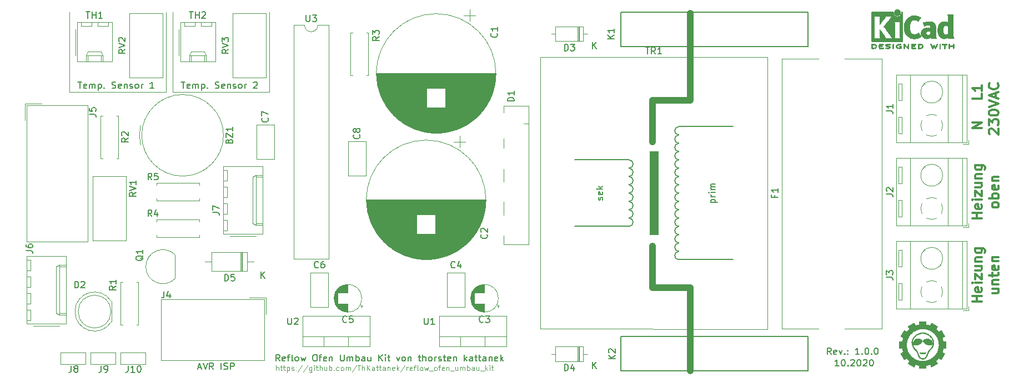
<source format=gbr>
G04 #@! TF.GenerationSoftware,KiCad,Pcbnew,5.1.7-a382d34a8~87~ubuntu20.04.1*
G04 #@! TF.CreationDate,2020-10-22T20:00:58+02:00*
G04 #@! TF.ProjectId,reflow_ofen_steuerung,7265666c-6f77-45f6-9f66-656e5f737465,rev?*
G04 #@! TF.SameCoordinates,Original*
G04 #@! TF.FileFunction,Legend,Top*
G04 #@! TF.FilePolarity,Positive*
%FSLAX46Y46*%
G04 Gerber Fmt 4.6, Leading zero omitted, Abs format (unit mm)*
G04 Created by KiCad (PCBNEW 5.1.7-a382d34a8~87~ubuntu20.04.1) date 2020-10-22 20:00:58*
%MOMM*%
%LPD*%
G01*
G04 APERTURE LIST*
%ADD10C,0.150000*%
%ADD11C,0.100000*%
%ADD12C,0.120000*%
%ADD13C,0.300000*%
%ADD14C,1.000000*%
%ADD15C,0.010000*%
G04 APERTURE END LIST*
D10*
X177078095Y-101036380D02*
X176744761Y-100560190D01*
X176506666Y-101036380D02*
X176506666Y-100036380D01*
X176887619Y-100036380D01*
X176982857Y-100084000D01*
X177030476Y-100131619D01*
X177078095Y-100226857D01*
X177078095Y-100369714D01*
X177030476Y-100464952D01*
X176982857Y-100512571D01*
X176887619Y-100560190D01*
X176506666Y-100560190D01*
X177887619Y-100988761D02*
X177792380Y-101036380D01*
X177601904Y-101036380D01*
X177506666Y-100988761D01*
X177459047Y-100893523D01*
X177459047Y-100512571D01*
X177506666Y-100417333D01*
X177601904Y-100369714D01*
X177792380Y-100369714D01*
X177887619Y-100417333D01*
X177935238Y-100512571D01*
X177935238Y-100607809D01*
X177459047Y-100703047D01*
X178268571Y-100369714D02*
X178506666Y-101036380D01*
X178744761Y-100369714D01*
X179125714Y-100941142D02*
X179173333Y-100988761D01*
X179125714Y-101036380D01*
X179078095Y-100988761D01*
X179125714Y-100941142D01*
X179125714Y-101036380D01*
X179601904Y-100941142D02*
X179649523Y-100988761D01*
X179601904Y-101036380D01*
X179554285Y-100988761D01*
X179601904Y-100941142D01*
X179601904Y-101036380D01*
X179601904Y-100417333D02*
X179649523Y-100464952D01*
X179601904Y-100512571D01*
X179554285Y-100464952D01*
X179601904Y-100417333D01*
X179601904Y-100512571D01*
X181363809Y-101036380D02*
X180792380Y-101036380D01*
X181078095Y-101036380D02*
X181078095Y-100036380D01*
X180982857Y-100179238D01*
X180887619Y-100274476D01*
X180792380Y-100322095D01*
X181792380Y-100941142D02*
X181840000Y-100988761D01*
X181792380Y-101036380D01*
X181744761Y-100988761D01*
X181792380Y-100941142D01*
X181792380Y-101036380D01*
X182459047Y-100036380D02*
X182554285Y-100036380D01*
X182649523Y-100084000D01*
X182697142Y-100131619D01*
X182744761Y-100226857D01*
X182792380Y-100417333D01*
X182792380Y-100655428D01*
X182744761Y-100845904D01*
X182697142Y-100941142D01*
X182649523Y-100988761D01*
X182554285Y-101036380D01*
X182459047Y-101036380D01*
X182363809Y-100988761D01*
X182316190Y-100941142D01*
X182268571Y-100845904D01*
X182220952Y-100655428D01*
X182220952Y-100417333D01*
X182268571Y-100226857D01*
X182316190Y-100131619D01*
X182363809Y-100084000D01*
X182459047Y-100036380D01*
X183220952Y-100941142D02*
X183268571Y-100988761D01*
X183220952Y-101036380D01*
X183173333Y-100988761D01*
X183220952Y-100941142D01*
X183220952Y-101036380D01*
X183887619Y-100036380D02*
X183982857Y-100036380D01*
X184078095Y-100084000D01*
X184125714Y-100131619D01*
X184173333Y-100226857D01*
X184220952Y-100417333D01*
X184220952Y-100655428D01*
X184173333Y-100845904D01*
X184125714Y-100941142D01*
X184078095Y-100988761D01*
X183982857Y-101036380D01*
X183887619Y-101036380D01*
X183792380Y-100988761D01*
X183744761Y-100941142D01*
X183697142Y-100845904D01*
X183649523Y-100655428D01*
X183649523Y-100417333D01*
X183697142Y-100226857D01*
X183744761Y-100131619D01*
X183792380Y-100084000D01*
X183887619Y-100036380D01*
D11*
X92470761Y-103485904D02*
X92470761Y-102685904D01*
X92813619Y-103485904D02*
X92813619Y-103066857D01*
X92775523Y-102990666D01*
X92699333Y-102952571D01*
X92585047Y-102952571D01*
X92508857Y-102990666D01*
X92470761Y-103028761D01*
X93080285Y-102952571D02*
X93385047Y-102952571D01*
X93194571Y-102685904D02*
X93194571Y-103371619D01*
X93232666Y-103447809D01*
X93308857Y-103485904D01*
X93385047Y-103485904D01*
X93537428Y-102952571D02*
X93842190Y-102952571D01*
X93651714Y-102685904D02*
X93651714Y-103371619D01*
X93689809Y-103447809D01*
X93766000Y-103485904D01*
X93842190Y-103485904D01*
X94108857Y-102952571D02*
X94108857Y-103752571D01*
X94108857Y-102990666D02*
X94185047Y-102952571D01*
X94337428Y-102952571D01*
X94413619Y-102990666D01*
X94451714Y-103028761D01*
X94489809Y-103104952D01*
X94489809Y-103333523D01*
X94451714Y-103409714D01*
X94413619Y-103447809D01*
X94337428Y-103485904D01*
X94185047Y-103485904D01*
X94108857Y-103447809D01*
X94794571Y-103447809D02*
X94870761Y-103485904D01*
X95023142Y-103485904D01*
X95099333Y-103447809D01*
X95137428Y-103371619D01*
X95137428Y-103333523D01*
X95099333Y-103257333D01*
X95023142Y-103219238D01*
X94908857Y-103219238D01*
X94832666Y-103181142D01*
X94794571Y-103104952D01*
X94794571Y-103066857D01*
X94832666Y-102990666D01*
X94908857Y-102952571D01*
X95023142Y-102952571D01*
X95099333Y-102990666D01*
X95480285Y-103409714D02*
X95518380Y-103447809D01*
X95480285Y-103485904D01*
X95442190Y-103447809D01*
X95480285Y-103409714D01*
X95480285Y-103485904D01*
X95480285Y-102990666D02*
X95518380Y-103028761D01*
X95480285Y-103066857D01*
X95442190Y-103028761D01*
X95480285Y-102990666D01*
X95480285Y-103066857D01*
X96432666Y-102647809D02*
X95746952Y-103676380D01*
X97270761Y-102647809D02*
X96585047Y-103676380D01*
X97880285Y-102952571D02*
X97880285Y-103600190D01*
X97842190Y-103676380D01*
X97804095Y-103714476D01*
X97727904Y-103752571D01*
X97613619Y-103752571D01*
X97537428Y-103714476D01*
X97880285Y-103447809D02*
X97804095Y-103485904D01*
X97651714Y-103485904D01*
X97575523Y-103447809D01*
X97537428Y-103409714D01*
X97499333Y-103333523D01*
X97499333Y-103104952D01*
X97537428Y-103028761D01*
X97575523Y-102990666D01*
X97651714Y-102952571D01*
X97804095Y-102952571D01*
X97880285Y-102990666D01*
X98261238Y-103485904D02*
X98261238Y-102952571D01*
X98261238Y-102685904D02*
X98223142Y-102724000D01*
X98261238Y-102762095D01*
X98299333Y-102724000D01*
X98261238Y-102685904D01*
X98261238Y-102762095D01*
X98527904Y-102952571D02*
X98832666Y-102952571D01*
X98642190Y-102685904D02*
X98642190Y-103371619D01*
X98680285Y-103447809D01*
X98756476Y-103485904D01*
X98832666Y-103485904D01*
X99099333Y-103485904D02*
X99099333Y-102685904D01*
X99442190Y-103485904D02*
X99442190Y-103066857D01*
X99404095Y-102990666D01*
X99327904Y-102952571D01*
X99213619Y-102952571D01*
X99137428Y-102990666D01*
X99099333Y-103028761D01*
X100166000Y-102952571D02*
X100166000Y-103485904D01*
X99823142Y-102952571D02*
X99823142Y-103371619D01*
X99861238Y-103447809D01*
X99937428Y-103485904D01*
X100051714Y-103485904D01*
X100127904Y-103447809D01*
X100166000Y-103409714D01*
X100546952Y-103485904D02*
X100546952Y-102685904D01*
X100546952Y-102990666D02*
X100623142Y-102952571D01*
X100775523Y-102952571D01*
X100851714Y-102990666D01*
X100889809Y-103028761D01*
X100927904Y-103104952D01*
X100927904Y-103333523D01*
X100889809Y-103409714D01*
X100851714Y-103447809D01*
X100775523Y-103485904D01*
X100623142Y-103485904D01*
X100546952Y-103447809D01*
X101270761Y-103409714D02*
X101308857Y-103447809D01*
X101270761Y-103485904D01*
X101232666Y-103447809D01*
X101270761Y-103409714D01*
X101270761Y-103485904D01*
X101994571Y-103447809D02*
X101918380Y-103485904D01*
X101766000Y-103485904D01*
X101689809Y-103447809D01*
X101651714Y-103409714D01*
X101613619Y-103333523D01*
X101613619Y-103104952D01*
X101651714Y-103028761D01*
X101689809Y-102990666D01*
X101766000Y-102952571D01*
X101918380Y-102952571D01*
X101994571Y-102990666D01*
X102451714Y-103485904D02*
X102375523Y-103447809D01*
X102337428Y-103409714D01*
X102299333Y-103333523D01*
X102299333Y-103104952D01*
X102337428Y-103028761D01*
X102375523Y-102990666D01*
X102451714Y-102952571D01*
X102566000Y-102952571D01*
X102642190Y-102990666D01*
X102680285Y-103028761D01*
X102718380Y-103104952D01*
X102718380Y-103333523D01*
X102680285Y-103409714D01*
X102642190Y-103447809D01*
X102566000Y-103485904D01*
X102451714Y-103485904D01*
X103061238Y-103485904D02*
X103061238Y-102952571D01*
X103061238Y-103028761D02*
X103099333Y-102990666D01*
X103175523Y-102952571D01*
X103289809Y-102952571D01*
X103366000Y-102990666D01*
X103404095Y-103066857D01*
X103404095Y-103485904D01*
X103404095Y-103066857D02*
X103442190Y-102990666D01*
X103518380Y-102952571D01*
X103632666Y-102952571D01*
X103708857Y-102990666D01*
X103746952Y-103066857D01*
X103746952Y-103485904D01*
X104699333Y-102647809D02*
X104013619Y-103676380D01*
X104851714Y-102685904D02*
X105308857Y-102685904D01*
X105080285Y-103485904D02*
X105080285Y-102685904D01*
X105575523Y-103485904D02*
X105575523Y-102685904D01*
X105918380Y-103485904D02*
X105918380Y-103066857D01*
X105880285Y-102990666D01*
X105804095Y-102952571D01*
X105689809Y-102952571D01*
X105613619Y-102990666D01*
X105575523Y-103028761D01*
X106299333Y-103485904D02*
X106299333Y-102685904D01*
X106756476Y-103485904D02*
X106413619Y-103028761D01*
X106756476Y-102685904D02*
X106299333Y-103143047D01*
X107442190Y-103485904D02*
X107442190Y-103066857D01*
X107404095Y-102990666D01*
X107327904Y-102952571D01*
X107175523Y-102952571D01*
X107099333Y-102990666D01*
X107442190Y-103447809D02*
X107366000Y-103485904D01*
X107175523Y-103485904D01*
X107099333Y-103447809D01*
X107061238Y-103371619D01*
X107061238Y-103295428D01*
X107099333Y-103219238D01*
X107175523Y-103181142D01*
X107366000Y-103181142D01*
X107442190Y-103143047D01*
X107708857Y-102952571D02*
X108013619Y-102952571D01*
X107823142Y-102685904D02*
X107823142Y-103371619D01*
X107861238Y-103447809D01*
X107937428Y-103485904D01*
X108013619Y-103485904D01*
X108166000Y-102952571D02*
X108470761Y-102952571D01*
X108280285Y-102685904D02*
X108280285Y-103371619D01*
X108318380Y-103447809D01*
X108394571Y-103485904D01*
X108470761Y-103485904D01*
X109080285Y-103485904D02*
X109080285Y-103066857D01*
X109042190Y-102990666D01*
X108966000Y-102952571D01*
X108813619Y-102952571D01*
X108737428Y-102990666D01*
X109080285Y-103447809D02*
X109004095Y-103485904D01*
X108813619Y-103485904D01*
X108737428Y-103447809D01*
X108699333Y-103371619D01*
X108699333Y-103295428D01*
X108737428Y-103219238D01*
X108813619Y-103181142D01*
X109004095Y-103181142D01*
X109080285Y-103143047D01*
X109461238Y-102952571D02*
X109461238Y-103485904D01*
X109461238Y-103028761D02*
X109499333Y-102990666D01*
X109575523Y-102952571D01*
X109689809Y-102952571D01*
X109766000Y-102990666D01*
X109804095Y-103066857D01*
X109804095Y-103485904D01*
X110489809Y-103447809D02*
X110413619Y-103485904D01*
X110261238Y-103485904D01*
X110185047Y-103447809D01*
X110146952Y-103371619D01*
X110146952Y-103066857D01*
X110185047Y-102990666D01*
X110261238Y-102952571D01*
X110413619Y-102952571D01*
X110489809Y-102990666D01*
X110527904Y-103066857D01*
X110527904Y-103143047D01*
X110146952Y-103219238D01*
X110870761Y-103485904D02*
X110870761Y-102685904D01*
X110946952Y-103181142D02*
X111175523Y-103485904D01*
X111175523Y-102952571D02*
X110870761Y-103257333D01*
X112089809Y-102647809D02*
X111404095Y-103676380D01*
X112356476Y-103485904D02*
X112356476Y-102952571D01*
X112356476Y-103104952D02*
X112394571Y-103028761D01*
X112432666Y-102990666D01*
X112508857Y-102952571D01*
X112585047Y-102952571D01*
X113156476Y-103447809D02*
X113080285Y-103485904D01*
X112927904Y-103485904D01*
X112851714Y-103447809D01*
X112813619Y-103371619D01*
X112813619Y-103066857D01*
X112851714Y-102990666D01*
X112927904Y-102952571D01*
X113080285Y-102952571D01*
X113156476Y-102990666D01*
X113194571Y-103066857D01*
X113194571Y-103143047D01*
X112813619Y-103219238D01*
X113423142Y-102952571D02*
X113727904Y-102952571D01*
X113537428Y-103485904D02*
X113537428Y-102800190D01*
X113575523Y-102724000D01*
X113651714Y-102685904D01*
X113727904Y-102685904D01*
X114108857Y-103485904D02*
X114032666Y-103447809D01*
X113994571Y-103371619D01*
X113994571Y-102685904D01*
X114527904Y-103485904D02*
X114451714Y-103447809D01*
X114413619Y-103409714D01*
X114375523Y-103333523D01*
X114375523Y-103104952D01*
X114413619Y-103028761D01*
X114451714Y-102990666D01*
X114527904Y-102952571D01*
X114642190Y-102952571D01*
X114718380Y-102990666D01*
X114756476Y-103028761D01*
X114794571Y-103104952D01*
X114794571Y-103333523D01*
X114756476Y-103409714D01*
X114718380Y-103447809D01*
X114642190Y-103485904D01*
X114527904Y-103485904D01*
X115061238Y-102952571D02*
X115213619Y-103485904D01*
X115366000Y-103104952D01*
X115518380Y-103485904D01*
X115670761Y-102952571D01*
X115785047Y-103562095D02*
X116394571Y-103562095D01*
X116699333Y-103485904D02*
X116623142Y-103447809D01*
X116585047Y-103409714D01*
X116546952Y-103333523D01*
X116546952Y-103104952D01*
X116585047Y-103028761D01*
X116623142Y-102990666D01*
X116699333Y-102952571D01*
X116813619Y-102952571D01*
X116889809Y-102990666D01*
X116927904Y-103028761D01*
X116966000Y-103104952D01*
X116966000Y-103333523D01*
X116927904Y-103409714D01*
X116889809Y-103447809D01*
X116813619Y-103485904D01*
X116699333Y-103485904D01*
X117194571Y-102952571D02*
X117499333Y-102952571D01*
X117308857Y-103485904D02*
X117308857Y-102800190D01*
X117346952Y-102724000D01*
X117423142Y-102685904D01*
X117499333Y-102685904D01*
X118070761Y-103447809D02*
X117994571Y-103485904D01*
X117842190Y-103485904D01*
X117766000Y-103447809D01*
X117727904Y-103371619D01*
X117727904Y-103066857D01*
X117766000Y-102990666D01*
X117842190Y-102952571D01*
X117994571Y-102952571D01*
X118070761Y-102990666D01*
X118108857Y-103066857D01*
X118108857Y-103143047D01*
X117727904Y-103219238D01*
X118451714Y-102952571D02*
X118451714Y-103485904D01*
X118451714Y-103028761D02*
X118489809Y-102990666D01*
X118566000Y-102952571D01*
X118680285Y-102952571D01*
X118756476Y-102990666D01*
X118794571Y-103066857D01*
X118794571Y-103485904D01*
X118985047Y-103562095D02*
X119594571Y-103562095D01*
X120127904Y-102952571D02*
X120127904Y-103485904D01*
X119785047Y-102952571D02*
X119785047Y-103371619D01*
X119823142Y-103447809D01*
X119899333Y-103485904D01*
X120013619Y-103485904D01*
X120089809Y-103447809D01*
X120127904Y-103409714D01*
X120508857Y-103485904D02*
X120508857Y-102952571D01*
X120508857Y-103028761D02*
X120546952Y-102990666D01*
X120623142Y-102952571D01*
X120737428Y-102952571D01*
X120813619Y-102990666D01*
X120851714Y-103066857D01*
X120851714Y-103485904D01*
X120851714Y-103066857D02*
X120889809Y-102990666D01*
X120966000Y-102952571D01*
X121080285Y-102952571D01*
X121156476Y-102990666D01*
X121194571Y-103066857D01*
X121194571Y-103485904D01*
X121575523Y-103485904D02*
X121575523Y-102685904D01*
X121575523Y-102990666D02*
X121651714Y-102952571D01*
X121804095Y-102952571D01*
X121880285Y-102990666D01*
X121918380Y-103028761D01*
X121956476Y-103104952D01*
X121956476Y-103333523D01*
X121918380Y-103409714D01*
X121880285Y-103447809D01*
X121804095Y-103485904D01*
X121651714Y-103485904D01*
X121575523Y-103447809D01*
X122642190Y-103485904D02*
X122642190Y-103066857D01*
X122604095Y-102990666D01*
X122527904Y-102952571D01*
X122375523Y-102952571D01*
X122299333Y-102990666D01*
X122642190Y-103447809D02*
X122566000Y-103485904D01*
X122375523Y-103485904D01*
X122299333Y-103447809D01*
X122261238Y-103371619D01*
X122261238Y-103295428D01*
X122299333Y-103219238D01*
X122375523Y-103181142D01*
X122566000Y-103181142D01*
X122642190Y-103143047D01*
X123366000Y-102952571D02*
X123366000Y-103485904D01*
X123023142Y-102952571D02*
X123023142Y-103371619D01*
X123061238Y-103447809D01*
X123137428Y-103485904D01*
X123251714Y-103485904D01*
X123327904Y-103447809D01*
X123366000Y-103409714D01*
X123556476Y-103562095D02*
X124166000Y-103562095D01*
X124356476Y-103485904D02*
X124356476Y-102685904D01*
X124432666Y-103181142D02*
X124661238Y-103485904D01*
X124661238Y-102952571D02*
X124356476Y-103257333D01*
X125004095Y-103485904D02*
X125004095Y-102952571D01*
X125004095Y-102685904D02*
X124966000Y-102724000D01*
X125004095Y-102762095D01*
X125042190Y-102724000D01*
X125004095Y-102685904D01*
X125004095Y-102762095D01*
X125270761Y-102952571D02*
X125575523Y-102952571D01*
X125385047Y-102685904D02*
X125385047Y-103371619D01*
X125423142Y-103447809D01*
X125499333Y-103485904D01*
X125575523Y-103485904D01*
D10*
X178260666Y-102814380D02*
X177689238Y-102814380D01*
X177974952Y-102814380D02*
X177974952Y-101814380D01*
X177879714Y-101957238D01*
X177784476Y-102052476D01*
X177689238Y-102100095D01*
X178879714Y-101814380D02*
X178974952Y-101814380D01*
X179070190Y-101862000D01*
X179117809Y-101909619D01*
X179165428Y-102004857D01*
X179213047Y-102195333D01*
X179213047Y-102433428D01*
X179165428Y-102623904D01*
X179117809Y-102719142D01*
X179070190Y-102766761D01*
X178974952Y-102814380D01*
X178879714Y-102814380D01*
X178784476Y-102766761D01*
X178736857Y-102719142D01*
X178689238Y-102623904D01*
X178641619Y-102433428D01*
X178641619Y-102195333D01*
X178689238Y-102004857D01*
X178736857Y-101909619D01*
X178784476Y-101862000D01*
X178879714Y-101814380D01*
X179641619Y-102719142D02*
X179689238Y-102766761D01*
X179641619Y-102814380D01*
X179594000Y-102766761D01*
X179641619Y-102719142D01*
X179641619Y-102814380D01*
X180070190Y-101909619D02*
X180117809Y-101862000D01*
X180213047Y-101814380D01*
X180451142Y-101814380D01*
X180546380Y-101862000D01*
X180594000Y-101909619D01*
X180641619Y-102004857D01*
X180641619Y-102100095D01*
X180594000Y-102242952D01*
X180022571Y-102814380D01*
X180641619Y-102814380D01*
X181260666Y-101814380D02*
X181355904Y-101814380D01*
X181451142Y-101862000D01*
X181498761Y-101909619D01*
X181546380Y-102004857D01*
X181594000Y-102195333D01*
X181594000Y-102433428D01*
X181546380Y-102623904D01*
X181498761Y-102719142D01*
X181451142Y-102766761D01*
X181355904Y-102814380D01*
X181260666Y-102814380D01*
X181165428Y-102766761D01*
X181117809Y-102719142D01*
X181070190Y-102623904D01*
X181022571Y-102433428D01*
X181022571Y-102195333D01*
X181070190Y-102004857D01*
X181117809Y-101909619D01*
X181165428Y-101862000D01*
X181260666Y-101814380D01*
X181974952Y-101909619D02*
X182022571Y-101862000D01*
X182117809Y-101814380D01*
X182355904Y-101814380D01*
X182451142Y-101862000D01*
X182498761Y-101909619D01*
X182546380Y-102004857D01*
X182546380Y-102100095D01*
X182498761Y-102242952D01*
X181927333Y-102814380D01*
X182546380Y-102814380D01*
X183165428Y-101814380D02*
X183260666Y-101814380D01*
X183355904Y-101862000D01*
X183403523Y-101909619D01*
X183451142Y-102004857D01*
X183498761Y-102195333D01*
X183498761Y-102433428D01*
X183451142Y-102623904D01*
X183403523Y-102719142D01*
X183355904Y-102766761D01*
X183260666Y-102814380D01*
X183165428Y-102814380D01*
X183070190Y-102766761D01*
X183022571Y-102719142D01*
X182974952Y-102623904D01*
X182927333Y-102433428D01*
X182927333Y-102195333D01*
X182974952Y-102004857D01*
X183022571Y-101909619D01*
X183070190Y-101862000D01*
X183165428Y-101814380D01*
X77986666Y-59396380D02*
X78558095Y-59396380D01*
X78272380Y-60396380D02*
X78272380Y-59396380D01*
X79272380Y-60348761D02*
X79177142Y-60396380D01*
X78986666Y-60396380D01*
X78891428Y-60348761D01*
X78843809Y-60253523D01*
X78843809Y-59872571D01*
X78891428Y-59777333D01*
X78986666Y-59729714D01*
X79177142Y-59729714D01*
X79272380Y-59777333D01*
X79320000Y-59872571D01*
X79320000Y-59967809D01*
X78843809Y-60063047D01*
X79748571Y-60396380D02*
X79748571Y-59729714D01*
X79748571Y-59824952D02*
X79796190Y-59777333D01*
X79891428Y-59729714D01*
X80034285Y-59729714D01*
X80129523Y-59777333D01*
X80177142Y-59872571D01*
X80177142Y-60396380D01*
X80177142Y-59872571D02*
X80224761Y-59777333D01*
X80320000Y-59729714D01*
X80462857Y-59729714D01*
X80558095Y-59777333D01*
X80605714Y-59872571D01*
X80605714Y-60396380D01*
X81081904Y-59729714D02*
X81081904Y-60729714D01*
X81081904Y-59777333D02*
X81177142Y-59729714D01*
X81367619Y-59729714D01*
X81462857Y-59777333D01*
X81510476Y-59824952D01*
X81558095Y-59920190D01*
X81558095Y-60205904D01*
X81510476Y-60301142D01*
X81462857Y-60348761D01*
X81367619Y-60396380D01*
X81177142Y-60396380D01*
X81081904Y-60348761D01*
X81986666Y-60301142D02*
X82034285Y-60348761D01*
X81986666Y-60396380D01*
X81939047Y-60348761D01*
X81986666Y-60301142D01*
X81986666Y-60396380D01*
X83177142Y-60348761D02*
X83320000Y-60396380D01*
X83558095Y-60396380D01*
X83653333Y-60348761D01*
X83700952Y-60301142D01*
X83748571Y-60205904D01*
X83748571Y-60110666D01*
X83700952Y-60015428D01*
X83653333Y-59967809D01*
X83558095Y-59920190D01*
X83367619Y-59872571D01*
X83272380Y-59824952D01*
X83224761Y-59777333D01*
X83177142Y-59682095D01*
X83177142Y-59586857D01*
X83224761Y-59491619D01*
X83272380Y-59444000D01*
X83367619Y-59396380D01*
X83605714Y-59396380D01*
X83748571Y-59444000D01*
X84558095Y-60348761D02*
X84462857Y-60396380D01*
X84272380Y-60396380D01*
X84177142Y-60348761D01*
X84129523Y-60253523D01*
X84129523Y-59872571D01*
X84177142Y-59777333D01*
X84272380Y-59729714D01*
X84462857Y-59729714D01*
X84558095Y-59777333D01*
X84605714Y-59872571D01*
X84605714Y-59967809D01*
X84129523Y-60063047D01*
X85034285Y-59729714D02*
X85034285Y-60396380D01*
X85034285Y-59824952D02*
X85081904Y-59777333D01*
X85177142Y-59729714D01*
X85320000Y-59729714D01*
X85415238Y-59777333D01*
X85462857Y-59872571D01*
X85462857Y-60396380D01*
X85891428Y-60348761D02*
X85986666Y-60396380D01*
X86177142Y-60396380D01*
X86272380Y-60348761D01*
X86320000Y-60253523D01*
X86320000Y-60205904D01*
X86272380Y-60110666D01*
X86177142Y-60063047D01*
X86034285Y-60063047D01*
X85939047Y-60015428D01*
X85891428Y-59920190D01*
X85891428Y-59872571D01*
X85939047Y-59777333D01*
X86034285Y-59729714D01*
X86177142Y-59729714D01*
X86272380Y-59777333D01*
X86891428Y-60396380D02*
X86796190Y-60348761D01*
X86748571Y-60301142D01*
X86700952Y-60205904D01*
X86700952Y-59920190D01*
X86748571Y-59824952D01*
X86796190Y-59777333D01*
X86891428Y-59729714D01*
X87034285Y-59729714D01*
X87129523Y-59777333D01*
X87177142Y-59824952D01*
X87224761Y-59920190D01*
X87224761Y-60205904D01*
X87177142Y-60301142D01*
X87129523Y-60348761D01*
X87034285Y-60396380D01*
X86891428Y-60396380D01*
X87653333Y-60396380D02*
X87653333Y-59729714D01*
X87653333Y-59920190D02*
X87700952Y-59824952D01*
X87748571Y-59777333D01*
X87843809Y-59729714D01*
X87939047Y-59729714D01*
X88986666Y-59491619D02*
X89034285Y-59444000D01*
X89129523Y-59396380D01*
X89367619Y-59396380D01*
X89462857Y-59444000D01*
X89510476Y-59491619D01*
X89558095Y-59586857D01*
X89558095Y-59682095D01*
X89510476Y-59824952D01*
X88939047Y-60396380D01*
X89558095Y-60396380D01*
D12*
X91440000Y-60960000D02*
X91440000Y-48768000D01*
X76708000Y-60960000D02*
X91440000Y-60960000D01*
X76708000Y-48768000D02*
X76708000Y-60960000D01*
X75692000Y-60960000D02*
X75692000Y-48768000D01*
X60960000Y-60960000D02*
X75692000Y-60960000D01*
X60960000Y-48768000D02*
X60960000Y-60960000D01*
D10*
X62238666Y-59396380D02*
X62810095Y-59396380D01*
X62524380Y-60396380D02*
X62524380Y-59396380D01*
X63524380Y-60348761D02*
X63429142Y-60396380D01*
X63238666Y-60396380D01*
X63143428Y-60348761D01*
X63095809Y-60253523D01*
X63095809Y-59872571D01*
X63143428Y-59777333D01*
X63238666Y-59729714D01*
X63429142Y-59729714D01*
X63524380Y-59777333D01*
X63571999Y-59872571D01*
X63571999Y-59967809D01*
X63095809Y-60063047D01*
X64000571Y-60396380D02*
X64000571Y-59729714D01*
X64000571Y-59824952D02*
X64048190Y-59777333D01*
X64143428Y-59729714D01*
X64286285Y-59729714D01*
X64381523Y-59777333D01*
X64429142Y-59872571D01*
X64429142Y-60396380D01*
X64429142Y-59872571D02*
X64476761Y-59777333D01*
X64571999Y-59729714D01*
X64714857Y-59729714D01*
X64810095Y-59777333D01*
X64857714Y-59872571D01*
X64857714Y-60396380D01*
X65333904Y-59729714D02*
X65333904Y-60729714D01*
X65333904Y-59777333D02*
X65429142Y-59729714D01*
X65619619Y-59729714D01*
X65714857Y-59777333D01*
X65762476Y-59824952D01*
X65810095Y-59920190D01*
X65810095Y-60205904D01*
X65762476Y-60301142D01*
X65714857Y-60348761D01*
X65619619Y-60396380D01*
X65429142Y-60396380D01*
X65333904Y-60348761D01*
X66238666Y-60301142D02*
X66286285Y-60348761D01*
X66238666Y-60396380D01*
X66191047Y-60348761D01*
X66238666Y-60301142D01*
X66238666Y-60396380D01*
X67429142Y-60348761D02*
X67572000Y-60396380D01*
X67810095Y-60396380D01*
X67905333Y-60348761D01*
X67952952Y-60301142D01*
X68000571Y-60205904D01*
X68000571Y-60110666D01*
X67952952Y-60015428D01*
X67905333Y-59967809D01*
X67810095Y-59920190D01*
X67619619Y-59872571D01*
X67524380Y-59824952D01*
X67476761Y-59777333D01*
X67429142Y-59682095D01*
X67429142Y-59586857D01*
X67476761Y-59491619D01*
X67524380Y-59444000D01*
X67619619Y-59396380D01*
X67857714Y-59396380D01*
X68000571Y-59444000D01*
X68810095Y-60348761D02*
X68714857Y-60396380D01*
X68524380Y-60396380D01*
X68429142Y-60348761D01*
X68381523Y-60253523D01*
X68381523Y-59872571D01*
X68429142Y-59777333D01*
X68524380Y-59729714D01*
X68714857Y-59729714D01*
X68810095Y-59777333D01*
X68857714Y-59872571D01*
X68857714Y-59967809D01*
X68381523Y-60063047D01*
X69286285Y-59729714D02*
X69286285Y-60396380D01*
X69286285Y-59824952D02*
X69333904Y-59777333D01*
X69429142Y-59729714D01*
X69572000Y-59729714D01*
X69667238Y-59777333D01*
X69714857Y-59872571D01*
X69714857Y-60396380D01*
X70143428Y-60348761D02*
X70238666Y-60396380D01*
X70429142Y-60396380D01*
X70524380Y-60348761D01*
X70572000Y-60253523D01*
X70572000Y-60205904D01*
X70524380Y-60110666D01*
X70429142Y-60063047D01*
X70286285Y-60063047D01*
X70191047Y-60015428D01*
X70143428Y-59920190D01*
X70143428Y-59872571D01*
X70191047Y-59777333D01*
X70286285Y-59729714D01*
X70429142Y-59729714D01*
X70524380Y-59777333D01*
X71143428Y-60396380D02*
X71048190Y-60348761D01*
X71000571Y-60301142D01*
X70952952Y-60205904D01*
X70952952Y-59920190D01*
X71000571Y-59824952D01*
X71048190Y-59777333D01*
X71143428Y-59729714D01*
X71286285Y-59729714D01*
X71381523Y-59777333D01*
X71429142Y-59824952D01*
X71476761Y-59920190D01*
X71476761Y-60205904D01*
X71429142Y-60301142D01*
X71381523Y-60348761D01*
X71286285Y-60396380D01*
X71143428Y-60396380D01*
X71905333Y-60396380D02*
X71905333Y-59729714D01*
X71905333Y-59920190D02*
X71952952Y-59824952D01*
X72000571Y-59777333D01*
X72095809Y-59729714D01*
X72191047Y-59729714D01*
X73810095Y-60396380D02*
X73238666Y-60396380D01*
X73524380Y-60396380D02*
X73524380Y-59396380D01*
X73429142Y-59539238D01*
X73333904Y-59634476D01*
X73238666Y-59682095D01*
X93013714Y-102052380D02*
X92680380Y-101576190D01*
X92442285Y-102052380D02*
X92442285Y-101052380D01*
X92823238Y-101052380D01*
X92918476Y-101100000D01*
X92966095Y-101147619D01*
X93013714Y-101242857D01*
X93013714Y-101385714D01*
X92966095Y-101480952D01*
X92918476Y-101528571D01*
X92823238Y-101576190D01*
X92442285Y-101576190D01*
X93823238Y-102004761D02*
X93728000Y-102052380D01*
X93537523Y-102052380D01*
X93442285Y-102004761D01*
X93394666Y-101909523D01*
X93394666Y-101528571D01*
X93442285Y-101433333D01*
X93537523Y-101385714D01*
X93728000Y-101385714D01*
X93823238Y-101433333D01*
X93870857Y-101528571D01*
X93870857Y-101623809D01*
X93394666Y-101719047D01*
X94156571Y-101385714D02*
X94537523Y-101385714D01*
X94299428Y-102052380D02*
X94299428Y-101195238D01*
X94347047Y-101100000D01*
X94442285Y-101052380D01*
X94537523Y-101052380D01*
X95013714Y-102052380D02*
X94918476Y-102004761D01*
X94870857Y-101909523D01*
X94870857Y-101052380D01*
X95537523Y-102052380D02*
X95442285Y-102004761D01*
X95394666Y-101957142D01*
X95347047Y-101861904D01*
X95347047Y-101576190D01*
X95394666Y-101480952D01*
X95442285Y-101433333D01*
X95537523Y-101385714D01*
X95680380Y-101385714D01*
X95775619Y-101433333D01*
X95823238Y-101480952D01*
X95870857Y-101576190D01*
X95870857Y-101861904D01*
X95823238Y-101957142D01*
X95775619Y-102004761D01*
X95680380Y-102052380D01*
X95537523Y-102052380D01*
X96204190Y-101385714D02*
X96394666Y-102052380D01*
X96585142Y-101576190D01*
X96775619Y-102052380D01*
X96966095Y-101385714D01*
X98299428Y-101052380D02*
X98489904Y-101052380D01*
X98585142Y-101100000D01*
X98680380Y-101195238D01*
X98728000Y-101385714D01*
X98728000Y-101719047D01*
X98680380Y-101909523D01*
X98585142Y-102004761D01*
X98489904Y-102052380D01*
X98299428Y-102052380D01*
X98204190Y-102004761D01*
X98108952Y-101909523D01*
X98061333Y-101719047D01*
X98061333Y-101385714D01*
X98108952Y-101195238D01*
X98204190Y-101100000D01*
X98299428Y-101052380D01*
X99013714Y-101385714D02*
X99394666Y-101385714D01*
X99156571Y-102052380D02*
X99156571Y-101195238D01*
X99204190Y-101100000D01*
X99299428Y-101052380D01*
X99394666Y-101052380D01*
X100108952Y-102004761D02*
X100013714Y-102052380D01*
X99823238Y-102052380D01*
X99728000Y-102004761D01*
X99680380Y-101909523D01*
X99680380Y-101528571D01*
X99728000Y-101433333D01*
X99823238Y-101385714D01*
X100013714Y-101385714D01*
X100108952Y-101433333D01*
X100156571Y-101528571D01*
X100156571Y-101623809D01*
X99680380Y-101719047D01*
X100585142Y-101385714D02*
X100585142Y-102052380D01*
X100585142Y-101480952D02*
X100632761Y-101433333D01*
X100728000Y-101385714D01*
X100870857Y-101385714D01*
X100966095Y-101433333D01*
X101013714Y-101528571D01*
X101013714Y-102052380D01*
X102251809Y-101052380D02*
X102251809Y-101861904D01*
X102299428Y-101957142D01*
X102347047Y-102004761D01*
X102442285Y-102052380D01*
X102632761Y-102052380D01*
X102728000Y-102004761D01*
X102775619Y-101957142D01*
X102823238Y-101861904D01*
X102823238Y-101052380D01*
X103299428Y-102052380D02*
X103299428Y-101385714D01*
X103299428Y-101480952D02*
X103347047Y-101433333D01*
X103442285Y-101385714D01*
X103585142Y-101385714D01*
X103680380Y-101433333D01*
X103728000Y-101528571D01*
X103728000Y-102052380D01*
X103728000Y-101528571D02*
X103775619Y-101433333D01*
X103870857Y-101385714D01*
X104013714Y-101385714D01*
X104108952Y-101433333D01*
X104156571Y-101528571D01*
X104156571Y-102052380D01*
X104632761Y-102052380D02*
X104632761Y-101052380D01*
X104632761Y-101433333D02*
X104728000Y-101385714D01*
X104918476Y-101385714D01*
X105013714Y-101433333D01*
X105061333Y-101480952D01*
X105108952Y-101576190D01*
X105108952Y-101861904D01*
X105061333Y-101957142D01*
X105013714Y-102004761D01*
X104918476Y-102052380D01*
X104728000Y-102052380D01*
X104632761Y-102004761D01*
X105966095Y-102052380D02*
X105966095Y-101528571D01*
X105918476Y-101433333D01*
X105823238Y-101385714D01*
X105632761Y-101385714D01*
X105537523Y-101433333D01*
X105966095Y-102004761D02*
X105870857Y-102052380D01*
X105632761Y-102052380D01*
X105537523Y-102004761D01*
X105489904Y-101909523D01*
X105489904Y-101814285D01*
X105537523Y-101719047D01*
X105632761Y-101671428D01*
X105870857Y-101671428D01*
X105966095Y-101623809D01*
X106870857Y-101385714D02*
X106870857Y-102052380D01*
X106442285Y-101385714D02*
X106442285Y-101909523D01*
X106489904Y-102004761D01*
X106585142Y-102052380D01*
X106728000Y-102052380D01*
X106823238Y-102004761D01*
X106870857Y-101957142D01*
X108108952Y-102052380D02*
X108108952Y-101052380D01*
X108680380Y-102052380D02*
X108251809Y-101480952D01*
X108680380Y-101052380D02*
X108108952Y-101623809D01*
X109108952Y-102052380D02*
X109108952Y-101385714D01*
X109108952Y-101052380D02*
X109061333Y-101100000D01*
X109108952Y-101147619D01*
X109156571Y-101100000D01*
X109108952Y-101052380D01*
X109108952Y-101147619D01*
X109442285Y-101385714D02*
X109823238Y-101385714D01*
X109585142Y-101052380D02*
X109585142Y-101909523D01*
X109632761Y-102004761D01*
X109728000Y-102052380D01*
X109823238Y-102052380D01*
X110823238Y-101385714D02*
X111061333Y-102052380D01*
X111299428Y-101385714D01*
X111823238Y-102052380D02*
X111728000Y-102004761D01*
X111680380Y-101957142D01*
X111632761Y-101861904D01*
X111632761Y-101576190D01*
X111680380Y-101480952D01*
X111728000Y-101433333D01*
X111823238Y-101385714D01*
X111966095Y-101385714D01*
X112061333Y-101433333D01*
X112108952Y-101480952D01*
X112156571Y-101576190D01*
X112156571Y-101861904D01*
X112108952Y-101957142D01*
X112061333Y-102004761D01*
X111966095Y-102052380D01*
X111823238Y-102052380D01*
X112585142Y-101385714D02*
X112585142Y-102052380D01*
X112585142Y-101480952D02*
X112632761Y-101433333D01*
X112728000Y-101385714D01*
X112870857Y-101385714D01*
X112966095Y-101433333D01*
X113013714Y-101528571D01*
X113013714Y-102052380D01*
X114108952Y-101385714D02*
X114489904Y-101385714D01*
X114251809Y-101052380D02*
X114251809Y-101909523D01*
X114299428Y-102004761D01*
X114394666Y-102052380D01*
X114489904Y-102052380D01*
X114823238Y-102052380D02*
X114823238Y-101052380D01*
X115251809Y-102052380D02*
X115251809Y-101528571D01*
X115204190Y-101433333D01*
X115108952Y-101385714D01*
X114966095Y-101385714D01*
X114870857Y-101433333D01*
X114823238Y-101480952D01*
X115870857Y-102052380D02*
X115775619Y-102004761D01*
X115728000Y-101957142D01*
X115680380Y-101861904D01*
X115680380Y-101576190D01*
X115728000Y-101480952D01*
X115775619Y-101433333D01*
X115870857Y-101385714D01*
X116013714Y-101385714D01*
X116108952Y-101433333D01*
X116156571Y-101480952D01*
X116204190Y-101576190D01*
X116204190Y-101861904D01*
X116156571Y-101957142D01*
X116108952Y-102004761D01*
X116013714Y-102052380D01*
X115870857Y-102052380D01*
X116632761Y-102052380D02*
X116632761Y-101385714D01*
X116632761Y-101576190D02*
X116680380Y-101480952D01*
X116727999Y-101433333D01*
X116823238Y-101385714D01*
X116918476Y-101385714D01*
X117204190Y-102004761D02*
X117299428Y-102052380D01*
X117489904Y-102052380D01*
X117585142Y-102004761D01*
X117632761Y-101909523D01*
X117632761Y-101861904D01*
X117585142Y-101766666D01*
X117489904Y-101719047D01*
X117347047Y-101719047D01*
X117251809Y-101671428D01*
X117204190Y-101576190D01*
X117204190Y-101528571D01*
X117251809Y-101433333D01*
X117347047Y-101385714D01*
X117489904Y-101385714D01*
X117585142Y-101433333D01*
X117918476Y-101385714D02*
X118299428Y-101385714D01*
X118061333Y-101052380D02*
X118061333Y-101909523D01*
X118108952Y-102004761D01*
X118204190Y-102052380D01*
X118299428Y-102052380D01*
X119013714Y-102004761D02*
X118918476Y-102052380D01*
X118727999Y-102052380D01*
X118632761Y-102004761D01*
X118585142Y-101909523D01*
X118585142Y-101528571D01*
X118632761Y-101433333D01*
X118727999Y-101385714D01*
X118918476Y-101385714D01*
X119013714Y-101433333D01*
X119061333Y-101528571D01*
X119061333Y-101623809D01*
X118585142Y-101719047D01*
X119489904Y-101385714D02*
X119489904Y-102052380D01*
X119489904Y-101480952D02*
X119537523Y-101433333D01*
X119632761Y-101385714D01*
X119775619Y-101385714D01*
X119870857Y-101433333D01*
X119918476Y-101528571D01*
X119918476Y-102052380D01*
X121156571Y-102052380D02*
X121156571Y-101052380D01*
X121251809Y-101671428D02*
X121537523Y-102052380D01*
X121537523Y-101385714D02*
X121156571Y-101766666D01*
X122394666Y-102052380D02*
X122394666Y-101528571D01*
X122347047Y-101433333D01*
X122251809Y-101385714D01*
X122061333Y-101385714D01*
X121966095Y-101433333D01*
X122394666Y-102004761D02*
X122299428Y-102052380D01*
X122061333Y-102052380D01*
X121966095Y-102004761D01*
X121918476Y-101909523D01*
X121918476Y-101814285D01*
X121966095Y-101719047D01*
X122061333Y-101671428D01*
X122299428Y-101671428D01*
X122394666Y-101623809D01*
X122727999Y-101385714D02*
X123108952Y-101385714D01*
X122870857Y-101052380D02*
X122870857Y-101909523D01*
X122918476Y-102004761D01*
X123013714Y-102052380D01*
X123108952Y-102052380D01*
X123299428Y-101385714D02*
X123680380Y-101385714D01*
X123442285Y-101052380D02*
X123442285Y-101909523D01*
X123489904Y-102004761D01*
X123585142Y-102052380D01*
X123680380Y-102052380D01*
X124442285Y-102052380D02*
X124442285Y-101528571D01*
X124394666Y-101433333D01*
X124299428Y-101385714D01*
X124108952Y-101385714D01*
X124013714Y-101433333D01*
X124442285Y-102004761D02*
X124347047Y-102052380D01*
X124108952Y-102052380D01*
X124013714Y-102004761D01*
X123966095Y-101909523D01*
X123966095Y-101814285D01*
X124013714Y-101719047D01*
X124108952Y-101671428D01*
X124347047Y-101671428D01*
X124442285Y-101623809D01*
X124918476Y-101385714D02*
X124918476Y-102052380D01*
X124918476Y-101480952D02*
X124966095Y-101433333D01*
X125061333Y-101385714D01*
X125204190Y-101385714D01*
X125299428Y-101433333D01*
X125347047Y-101528571D01*
X125347047Y-102052380D01*
X126204190Y-102004761D02*
X126108952Y-102052380D01*
X125918476Y-102052380D01*
X125823238Y-102004761D01*
X125775619Y-101909523D01*
X125775619Y-101528571D01*
X125823238Y-101433333D01*
X125918476Y-101385714D01*
X126108952Y-101385714D01*
X126204190Y-101433333D01*
X126251809Y-101528571D01*
X126251809Y-101623809D01*
X125775619Y-101719047D01*
X126680380Y-102052380D02*
X126680380Y-101052380D01*
X126775619Y-101671428D02*
X127061333Y-102052380D01*
X127061333Y-101385714D02*
X126680380Y-101766666D01*
X80550095Y-103036666D02*
X81026285Y-103036666D01*
X80454857Y-103322380D02*
X80788190Y-102322380D01*
X81121523Y-103322380D01*
X81312000Y-102322380D02*
X81645333Y-103322380D01*
X81978666Y-102322380D01*
X82883428Y-103322380D02*
X82550095Y-102846190D01*
X82312000Y-103322380D02*
X82312000Y-102322380D01*
X82692952Y-102322380D01*
X82788190Y-102370000D01*
X82835809Y-102417619D01*
X82883428Y-102512857D01*
X82883428Y-102655714D01*
X82835809Y-102750952D01*
X82788190Y-102798571D01*
X82692952Y-102846190D01*
X82312000Y-102846190D01*
X84073904Y-103322380D02*
X84073904Y-102322380D01*
X84502476Y-103274761D02*
X84645333Y-103322380D01*
X84883428Y-103322380D01*
X84978666Y-103274761D01*
X85026285Y-103227142D01*
X85073904Y-103131904D01*
X85073904Y-103036666D01*
X85026285Y-102941428D01*
X84978666Y-102893809D01*
X84883428Y-102846190D01*
X84692952Y-102798571D01*
X84597714Y-102750952D01*
X84550095Y-102703333D01*
X84502476Y-102608095D01*
X84502476Y-102512857D01*
X84550095Y-102417619D01*
X84597714Y-102370000D01*
X84692952Y-102322380D01*
X84931047Y-102322380D01*
X85073904Y-102370000D01*
X85502476Y-103322380D02*
X85502476Y-102322380D01*
X85883428Y-102322380D01*
X85978666Y-102370000D01*
X86026285Y-102417619D01*
X86073904Y-102512857D01*
X86073904Y-102655714D01*
X86026285Y-102750952D01*
X85978666Y-102798571D01*
X85883428Y-102846190D01*
X85502476Y-102846190D01*
D13*
X200068571Y-66468571D02*
X198568571Y-66468571D01*
X200068571Y-65611428D01*
X198568571Y-65611428D01*
X200068571Y-61210000D02*
X200068571Y-61924285D01*
X198568571Y-61924285D01*
X200068571Y-59924285D02*
X200068571Y-60781428D01*
X200068571Y-60352857D02*
X198568571Y-60352857D01*
X198782857Y-60495714D01*
X198925714Y-60638571D01*
X198997142Y-60781428D01*
D14*
X155575000Y-48895000D02*
X155575000Y-62230000D01*
X149860000Y-90805000D02*
X155575000Y-90805000D01*
X149860000Y-62230000D02*
X149860000Y-68580000D01*
X155575000Y-62230000D02*
X149860000Y-62230000D01*
X149860000Y-84455000D02*
X149860000Y-90805000D01*
X155575000Y-90805000D02*
X155575000Y-103505000D01*
D13*
X200063571Y-92971428D02*
X198563571Y-92971428D01*
X199277857Y-92971428D02*
X199277857Y-92114285D01*
X200063571Y-92114285D02*
X198563571Y-92114285D01*
X199992142Y-90828571D02*
X200063571Y-90971428D01*
X200063571Y-91257142D01*
X199992142Y-91400000D01*
X199849285Y-91471428D01*
X199277857Y-91471428D01*
X199135000Y-91400000D01*
X199063571Y-91257142D01*
X199063571Y-90971428D01*
X199135000Y-90828571D01*
X199277857Y-90757142D01*
X199420714Y-90757142D01*
X199563571Y-91471428D01*
X200063571Y-90114285D02*
X199063571Y-90114285D01*
X198563571Y-90114285D02*
X198635000Y-90185714D01*
X198706428Y-90114285D01*
X198635000Y-90042857D01*
X198563571Y-90114285D01*
X198706428Y-90114285D01*
X199063571Y-89542857D02*
X199063571Y-88757142D01*
X200063571Y-89542857D01*
X200063571Y-88757142D01*
X199063571Y-87542857D02*
X200063571Y-87542857D01*
X199063571Y-88185714D02*
X199849285Y-88185714D01*
X199992142Y-88114285D01*
X200063571Y-87971428D01*
X200063571Y-87757142D01*
X199992142Y-87614285D01*
X199920714Y-87542857D01*
X199063571Y-86828571D02*
X200063571Y-86828571D01*
X199206428Y-86828571D02*
X199135000Y-86757142D01*
X199063571Y-86614285D01*
X199063571Y-86400000D01*
X199135000Y-86257142D01*
X199277857Y-86185714D01*
X200063571Y-86185714D01*
X199063571Y-84828571D02*
X200277857Y-84828571D01*
X200420714Y-84900000D01*
X200492142Y-84971428D01*
X200563571Y-85114285D01*
X200563571Y-85328571D01*
X200492142Y-85471428D01*
X199992142Y-84828571D02*
X200063571Y-84971428D01*
X200063571Y-85257142D01*
X199992142Y-85400000D01*
X199920714Y-85471428D01*
X199777857Y-85542857D01*
X199349285Y-85542857D01*
X199206428Y-85471428D01*
X199135000Y-85400000D01*
X199063571Y-85257142D01*
X199063571Y-84971428D01*
X199135000Y-84828571D01*
X201613571Y-91007142D02*
X202613571Y-91007142D01*
X201613571Y-91650000D02*
X202399285Y-91650000D01*
X202542142Y-91578571D01*
X202613571Y-91435714D01*
X202613571Y-91221428D01*
X202542142Y-91078571D01*
X202470714Y-91007142D01*
X201613571Y-90292857D02*
X202613571Y-90292857D01*
X201756428Y-90292857D02*
X201685000Y-90221428D01*
X201613571Y-90078571D01*
X201613571Y-89864285D01*
X201685000Y-89721428D01*
X201827857Y-89650000D01*
X202613571Y-89650000D01*
X201613571Y-89150000D02*
X201613571Y-88578571D01*
X201113571Y-88935714D02*
X202399285Y-88935714D01*
X202542142Y-88864285D01*
X202613571Y-88721428D01*
X202613571Y-88578571D01*
X202542142Y-87507142D02*
X202613571Y-87650000D01*
X202613571Y-87935714D01*
X202542142Y-88078571D01*
X202399285Y-88150000D01*
X201827857Y-88150000D01*
X201685000Y-88078571D01*
X201613571Y-87935714D01*
X201613571Y-87650000D01*
X201685000Y-87507142D01*
X201827857Y-87435714D01*
X201970714Y-87435714D01*
X202113571Y-88150000D01*
X201613571Y-86792857D02*
X202613571Y-86792857D01*
X201756428Y-86792857D02*
X201685000Y-86721428D01*
X201613571Y-86578571D01*
X201613571Y-86364285D01*
X201685000Y-86221428D01*
X201827857Y-86150000D01*
X202613571Y-86150000D01*
X200063571Y-80271428D02*
X198563571Y-80271428D01*
X199277857Y-80271428D02*
X199277857Y-79414285D01*
X200063571Y-79414285D02*
X198563571Y-79414285D01*
X199992142Y-78128571D02*
X200063571Y-78271428D01*
X200063571Y-78557142D01*
X199992142Y-78700000D01*
X199849285Y-78771428D01*
X199277857Y-78771428D01*
X199135000Y-78700000D01*
X199063571Y-78557142D01*
X199063571Y-78271428D01*
X199135000Y-78128571D01*
X199277857Y-78057142D01*
X199420714Y-78057142D01*
X199563571Y-78771428D01*
X200063571Y-77414285D02*
X199063571Y-77414285D01*
X198563571Y-77414285D02*
X198635000Y-77485714D01*
X198706428Y-77414285D01*
X198635000Y-77342857D01*
X198563571Y-77414285D01*
X198706428Y-77414285D01*
X199063571Y-76842857D02*
X199063571Y-76057142D01*
X200063571Y-76842857D01*
X200063571Y-76057142D01*
X199063571Y-74842857D02*
X200063571Y-74842857D01*
X199063571Y-75485714D02*
X199849285Y-75485714D01*
X199992142Y-75414285D01*
X200063571Y-75271428D01*
X200063571Y-75057142D01*
X199992142Y-74914285D01*
X199920714Y-74842857D01*
X199063571Y-74128571D02*
X200063571Y-74128571D01*
X199206428Y-74128571D02*
X199135000Y-74057142D01*
X199063571Y-73914285D01*
X199063571Y-73700000D01*
X199135000Y-73557142D01*
X199277857Y-73485714D01*
X200063571Y-73485714D01*
X199063571Y-72128571D02*
X200277857Y-72128571D01*
X200420714Y-72200000D01*
X200492142Y-72271428D01*
X200563571Y-72414285D01*
X200563571Y-72628571D01*
X200492142Y-72771428D01*
X199992142Y-72128571D02*
X200063571Y-72271428D01*
X200063571Y-72557142D01*
X199992142Y-72700000D01*
X199920714Y-72771428D01*
X199777857Y-72842857D01*
X199349285Y-72842857D01*
X199206428Y-72771428D01*
X199135000Y-72700000D01*
X199063571Y-72557142D01*
X199063571Y-72271428D01*
X199135000Y-72128571D01*
X202613571Y-78307142D02*
X202542142Y-78450000D01*
X202470714Y-78521428D01*
X202327857Y-78592857D01*
X201899285Y-78592857D01*
X201756428Y-78521428D01*
X201685000Y-78450000D01*
X201613571Y-78307142D01*
X201613571Y-78092857D01*
X201685000Y-77950000D01*
X201756428Y-77878571D01*
X201899285Y-77807142D01*
X202327857Y-77807142D01*
X202470714Y-77878571D01*
X202542142Y-77950000D01*
X202613571Y-78092857D01*
X202613571Y-78307142D01*
X202613571Y-77164285D02*
X201113571Y-77164285D01*
X201685000Y-77164285D02*
X201613571Y-77021428D01*
X201613571Y-76735714D01*
X201685000Y-76592857D01*
X201756428Y-76521428D01*
X201899285Y-76450000D01*
X202327857Y-76450000D01*
X202470714Y-76521428D01*
X202542142Y-76592857D01*
X202613571Y-76735714D01*
X202613571Y-77021428D01*
X202542142Y-77164285D01*
X202542142Y-75235714D02*
X202613571Y-75378571D01*
X202613571Y-75664285D01*
X202542142Y-75807142D01*
X202399285Y-75878571D01*
X201827857Y-75878571D01*
X201685000Y-75807142D01*
X201613571Y-75664285D01*
X201613571Y-75378571D01*
X201685000Y-75235714D01*
X201827857Y-75164285D01*
X201970714Y-75164285D01*
X202113571Y-75878571D01*
X201613571Y-74521428D02*
X202613571Y-74521428D01*
X201756428Y-74521428D02*
X201685000Y-74450000D01*
X201613571Y-74307142D01*
X201613571Y-74092857D01*
X201685000Y-73950000D01*
X201827857Y-73878571D01*
X202613571Y-73878571D01*
X201251428Y-67392857D02*
X201180000Y-67321428D01*
X201108571Y-67178571D01*
X201108571Y-66821428D01*
X201180000Y-66678571D01*
X201251428Y-66607142D01*
X201394285Y-66535714D01*
X201537142Y-66535714D01*
X201751428Y-66607142D01*
X202608571Y-67464285D01*
X202608571Y-66535714D01*
X201108571Y-66035714D02*
X201108571Y-65107142D01*
X201680000Y-65607142D01*
X201680000Y-65392857D01*
X201751428Y-65250000D01*
X201822857Y-65178571D01*
X201965714Y-65107142D01*
X202322857Y-65107142D01*
X202465714Y-65178571D01*
X202537142Y-65250000D01*
X202608571Y-65392857D01*
X202608571Y-65821428D01*
X202537142Y-65964285D01*
X202465714Y-66035714D01*
X201108571Y-64178571D02*
X201108571Y-64035714D01*
X201180000Y-63892857D01*
X201251428Y-63821428D01*
X201394285Y-63750000D01*
X201680000Y-63678571D01*
X202037142Y-63678571D01*
X202322857Y-63750000D01*
X202465714Y-63821428D01*
X202537142Y-63892857D01*
X202608571Y-64035714D01*
X202608571Y-64178571D01*
X202537142Y-64321428D01*
X202465714Y-64392857D01*
X202322857Y-64464285D01*
X202037142Y-64535714D01*
X201680000Y-64535714D01*
X201394285Y-64464285D01*
X201251428Y-64392857D01*
X201180000Y-64321428D01*
X201108571Y-64178571D01*
X201108571Y-63250000D02*
X202608571Y-62750000D01*
X201108571Y-62250000D01*
X202180000Y-61821428D02*
X202180000Y-61107142D01*
X202608571Y-61964285D02*
X201108571Y-61464285D01*
X202608571Y-60964285D01*
X202465714Y-59607142D02*
X202537142Y-59678571D01*
X202608571Y-59892857D01*
X202608571Y-60035714D01*
X202537142Y-60250000D01*
X202394285Y-60392857D01*
X202251428Y-60464285D01*
X201965714Y-60535714D01*
X201751428Y-60535714D01*
X201465714Y-60464285D01*
X201322857Y-60392857D01*
X201180000Y-60250000D01*
X201108571Y-60035714D01*
X201108571Y-59892857D01*
X201180000Y-59678571D01*
X201251428Y-59607142D01*
D12*
X74200000Y-75160000D02*
X74200000Y-74830000D01*
X74200000Y-74830000D02*
X80740000Y-74830000D01*
X80740000Y-74830000D02*
X80740000Y-75160000D01*
X74200000Y-77240000D02*
X74200000Y-77570000D01*
X74200000Y-77570000D02*
X80740000Y-77570000D01*
X80740000Y-77570000D02*
X80740000Y-77240000D01*
X105459801Y-93851000D02*
X105459801Y-93451000D01*
X105659801Y-93651000D02*
X105259801Y-93651000D01*
X101309000Y-92826000D02*
X101309000Y-92086000D01*
X101349000Y-92993000D02*
X101349000Y-91919000D01*
X101389000Y-93120000D02*
X101389000Y-91792000D01*
X101429000Y-93224000D02*
X101429000Y-91688000D01*
X101469000Y-93315000D02*
X101469000Y-91597000D01*
X101509000Y-93396000D02*
X101509000Y-91516000D01*
X101549000Y-93469000D02*
X101549000Y-91443000D01*
X101589000Y-93536000D02*
X101589000Y-91376000D01*
X101629000Y-93598000D02*
X101629000Y-91314000D01*
X101669000Y-93656000D02*
X101669000Y-91256000D01*
X101709000Y-93710000D02*
X101709000Y-91202000D01*
X101749000Y-93760000D02*
X101749000Y-91152000D01*
X101789000Y-93807000D02*
X101789000Y-91105000D01*
X101829000Y-91616000D02*
X101829000Y-91060000D01*
X101829000Y-93852000D02*
X101829000Y-93296000D01*
X101869000Y-91616000D02*
X101869000Y-91018000D01*
X101869000Y-93894000D02*
X101869000Y-93296000D01*
X101909000Y-91616000D02*
X101909000Y-90978000D01*
X101909000Y-93934000D02*
X101909000Y-93296000D01*
X101949000Y-91616000D02*
X101949000Y-90940000D01*
X101949000Y-93972000D02*
X101949000Y-93296000D01*
X101989000Y-91616000D02*
X101989000Y-90904000D01*
X101989000Y-94008000D02*
X101989000Y-93296000D01*
X102029000Y-91616000D02*
X102029000Y-90869000D01*
X102029000Y-94043000D02*
X102029000Y-93296000D01*
X102069000Y-91616000D02*
X102069000Y-90837000D01*
X102069000Y-94075000D02*
X102069000Y-93296000D01*
X102109000Y-91616000D02*
X102109000Y-90806000D01*
X102109000Y-94106000D02*
X102109000Y-93296000D01*
X102149000Y-91616000D02*
X102149000Y-90776000D01*
X102149000Y-94136000D02*
X102149000Y-93296000D01*
X102189000Y-91616000D02*
X102189000Y-90748000D01*
X102189000Y-94164000D02*
X102189000Y-93296000D01*
X102229000Y-91616000D02*
X102229000Y-90721000D01*
X102229000Y-94191000D02*
X102229000Y-93296000D01*
X102269000Y-91616000D02*
X102269000Y-90696000D01*
X102269000Y-94216000D02*
X102269000Y-93296000D01*
X102309000Y-91616000D02*
X102309000Y-90671000D01*
X102309000Y-94241000D02*
X102309000Y-93296000D01*
X102349000Y-91616000D02*
X102349000Y-90648000D01*
X102349000Y-94264000D02*
X102349000Y-93296000D01*
X102389000Y-91616000D02*
X102389000Y-90626000D01*
X102389000Y-94286000D02*
X102389000Y-93296000D01*
X102429000Y-91616000D02*
X102429000Y-90605000D01*
X102429000Y-94307000D02*
X102429000Y-93296000D01*
X102469000Y-91616000D02*
X102469000Y-90586000D01*
X102469000Y-94326000D02*
X102469000Y-93296000D01*
X102509000Y-91616000D02*
X102509000Y-90567000D01*
X102509000Y-94345000D02*
X102509000Y-93296000D01*
X102549000Y-91616000D02*
X102549000Y-90549000D01*
X102549000Y-94363000D02*
X102549000Y-93296000D01*
X102589000Y-91616000D02*
X102589000Y-90532000D01*
X102589000Y-94380000D02*
X102589000Y-93296000D01*
X102629000Y-91616000D02*
X102629000Y-90516000D01*
X102629000Y-94396000D02*
X102629000Y-93296000D01*
X102669000Y-91616000D02*
X102669000Y-90502000D01*
X102669000Y-94410000D02*
X102669000Y-93296000D01*
X102710000Y-91616000D02*
X102710000Y-90488000D01*
X102710000Y-94424000D02*
X102710000Y-93296000D01*
X102750000Y-91616000D02*
X102750000Y-90474000D01*
X102750000Y-94438000D02*
X102750000Y-93296000D01*
X102790000Y-91616000D02*
X102790000Y-90462000D01*
X102790000Y-94450000D02*
X102790000Y-93296000D01*
X102830000Y-91616000D02*
X102830000Y-90451000D01*
X102830000Y-94461000D02*
X102830000Y-93296000D01*
X102870000Y-91616000D02*
X102870000Y-90440000D01*
X102870000Y-94472000D02*
X102870000Y-93296000D01*
X102910000Y-91616000D02*
X102910000Y-90431000D01*
X102910000Y-94481000D02*
X102910000Y-93296000D01*
X102950000Y-91616000D02*
X102950000Y-90422000D01*
X102950000Y-94490000D02*
X102950000Y-93296000D01*
X102990000Y-91616000D02*
X102990000Y-90414000D01*
X102990000Y-94498000D02*
X102990000Y-93296000D01*
X103030000Y-91616000D02*
X103030000Y-90406000D01*
X103030000Y-94506000D02*
X103030000Y-93296000D01*
X103070000Y-91616000D02*
X103070000Y-90400000D01*
X103070000Y-94512000D02*
X103070000Y-93296000D01*
X103110000Y-91616000D02*
X103110000Y-90394000D01*
X103110000Y-94518000D02*
X103110000Y-93296000D01*
X103150000Y-91616000D02*
X103150000Y-90389000D01*
X103150000Y-94523000D02*
X103150000Y-93296000D01*
X103190000Y-91616000D02*
X103190000Y-90385000D01*
X103190000Y-94527000D02*
X103190000Y-93296000D01*
X103230000Y-91616000D02*
X103230000Y-90382000D01*
X103230000Y-94530000D02*
X103230000Y-93296000D01*
X103270000Y-91616000D02*
X103270000Y-90379000D01*
X103270000Y-94533000D02*
X103270000Y-93296000D01*
X103310000Y-94535000D02*
X103310000Y-93296000D01*
X103310000Y-91616000D02*
X103310000Y-90377000D01*
X103350000Y-94536000D02*
X103350000Y-93296000D01*
X103350000Y-91616000D02*
X103350000Y-90376000D01*
X103390000Y-94536000D02*
X103390000Y-93296000D01*
X103390000Y-91616000D02*
X103390000Y-90376000D01*
X105510000Y-92456000D02*
G75*
G03*
X105510000Y-92456000I-2120000J0D01*
G01*
X126287801Y-93851000D02*
X126287801Y-93451000D01*
X126487801Y-93651000D02*
X126087801Y-93651000D01*
X122137000Y-92826000D02*
X122137000Y-92086000D01*
X122177000Y-92993000D02*
X122177000Y-91919000D01*
X122217000Y-93120000D02*
X122217000Y-91792000D01*
X122257000Y-93224000D02*
X122257000Y-91688000D01*
X122297000Y-93315000D02*
X122297000Y-91597000D01*
X122337000Y-93396000D02*
X122337000Y-91516000D01*
X122377000Y-93469000D02*
X122377000Y-91443000D01*
X122417000Y-93536000D02*
X122417000Y-91376000D01*
X122457000Y-93598000D02*
X122457000Y-91314000D01*
X122497000Y-93656000D02*
X122497000Y-91256000D01*
X122537000Y-93710000D02*
X122537000Y-91202000D01*
X122577000Y-93760000D02*
X122577000Y-91152000D01*
X122617000Y-93807000D02*
X122617000Y-91105000D01*
X122657000Y-91616000D02*
X122657000Y-91060000D01*
X122657000Y-93852000D02*
X122657000Y-93296000D01*
X122697000Y-91616000D02*
X122697000Y-91018000D01*
X122697000Y-93894000D02*
X122697000Y-93296000D01*
X122737000Y-91616000D02*
X122737000Y-90978000D01*
X122737000Y-93934000D02*
X122737000Y-93296000D01*
X122777000Y-91616000D02*
X122777000Y-90940000D01*
X122777000Y-93972000D02*
X122777000Y-93296000D01*
X122817000Y-91616000D02*
X122817000Y-90904000D01*
X122817000Y-94008000D02*
X122817000Y-93296000D01*
X122857000Y-91616000D02*
X122857000Y-90869000D01*
X122857000Y-94043000D02*
X122857000Y-93296000D01*
X122897000Y-91616000D02*
X122897000Y-90837000D01*
X122897000Y-94075000D02*
X122897000Y-93296000D01*
X122937000Y-91616000D02*
X122937000Y-90806000D01*
X122937000Y-94106000D02*
X122937000Y-93296000D01*
X122977000Y-91616000D02*
X122977000Y-90776000D01*
X122977000Y-94136000D02*
X122977000Y-93296000D01*
X123017000Y-91616000D02*
X123017000Y-90748000D01*
X123017000Y-94164000D02*
X123017000Y-93296000D01*
X123057000Y-91616000D02*
X123057000Y-90721000D01*
X123057000Y-94191000D02*
X123057000Y-93296000D01*
X123097000Y-91616000D02*
X123097000Y-90696000D01*
X123097000Y-94216000D02*
X123097000Y-93296000D01*
X123137000Y-91616000D02*
X123137000Y-90671000D01*
X123137000Y-94241000D02*
X123137000Y-93296000D01*
X123177000Y-91616000D02*
X123177000Y-90648000D01*
X123177000Y-94264000D02*
X123177000Y-93296000D01*
X123217000Y-91616000D02*
X123217000Y-90626000D01*
X123217000Y-94286000D02*
X123217000Y-93296000D01*
X123257000Y-91616000D02*
X123257000Y-90605000D01*
X123257000Y-94307000D02*
X123257000Y-93296000D01*
X123297000Y-91616000D02*
X123297000Y-90586000D01*
X123297000Y-94326000D02*
X123297000Y-93296000D01*
X123337000Y-91616000D02*
X123337000Y-90567000D01*
X123337000Y-94345000D02*
X123337000Y-93296000D01*
X123377000Y-91616000D02*
X123377000Y-90549000D01*
X123377000Y-94363000D02*
X123377000Y-93296000D01*
X123417000Y-91616000D02*
X123417000Y-90532000D01*
X123417000Y-94380000D02*
X123417000Y-93296000D01*
X123457000Y-91616000D02*
X123457000Y-90516000D01*
X123457000Y-94396000D02*
X123457000Y-93296000D01*
X123497000Y-91616000D02*
X123497000Y-90502000D01*
X123497000Y-94410000D02*
X123497000Y-93296000D01*
X123538000Y-91616000D02*
X123538000Y-90488000D01*
X123538000Y-94424000D02*
X123538000Y-93296000D01*
X123578000Y-91616000D02*
X123578000Y-90474000D01*
X123578000Y-94438000D02*
X123578000Y-93296000D01*
X123618000Y-91616000D02*
X123618000Y-90462000D01*
X123618000Y-94450000D02*
X123618000Y-93296000D01*
X123658000Y-91616000D02*
X123658000Y-90451000D01*
X123658000Y-94461000D02*
X123658000Y-93296000D01*
X123698000Y-91616000D02*
X123698000Y-90440000D01*
X123698000Y-94472000D02*
X123698000Y-93296000D01*
X123738000Y-91616000D02*
X123738000Y-90431000D01*
X123738000Y-94481000D02*
X123738000Y-93296000D01*
X123778000Y-91616000D02*
X123778000Y-90422000D01*
X123778000Y-94490000D02*
X123778000Y-93296000D01*
X123818000Y-91616000D02*
X123818000Y-90414000D01*
X123818000Y-94498000D02*
X123818000Y-93296000D01*
X123858000Y-91616000D02*
X123858000Y-90406000D01*
X123858000Y-94506000D02*
X123858000Y-93296000D01*
X123898000Y-91616000D02*
X123898000Y-90400000D01*
X123898000Y-94512000D02*
X123898000Y-93296000D01*
X123938000Y-91616000D02*
X123938000Y-90394000D01*
X123938000Y-94518000D02*
X123938000Y-93296000D01*
X123978000Y-91616000D02*
X123978000Y-90389000D01*
X123978000Y-94523000D02*
X123978000Y-93296000D01*
X124018000Y-91616000D02*
X124018000Y-90385000D01*
X124018000Y-94527000D02*
X124018000Y-93296000D01*
X124058000Y-91616000D02*
X124058000Y-90382000D01*
X124058000Y-94530000D02*
X124058000Y-93296000D01*
X124098000Y-91616000D02*
X124098000Y-90379000D01*
X124098000Y-94533000D02*
X124098000Y-93296000D01*
X124138000Y-94535000D02*
X124138000Y-93296000D01*
X124138000Y-91616000D02*
X124138000Y-90377000D01*
X124178000Y-94536000D02*
X124178000Y-93296000D01*
X124178000Y-91616000D02*
X124178000Y-90376000D01*
X124218000Y-94536000D02*
X124218000Y-93296000D01*
X124218000Y-91616000D02*
X124218000Y-90376000D01*
X126338000Y-92456000D02*
G75*
G03*
X126338000Y-92456000I-2120000J0D01*
G01*
X67270000Y-94488000D02*
G75*
G03*
X67270000Y-94488000I-2500000J0D01*
G01*
X67330000Y-96033000D02*
X67330000Y-92943000D01*
X61780000Y-94488462D02*
G75*
G02*
X67330000Y-92943170I2990000J462D01*
G01*
X61780000Y-94487538D02*
G75*
G03*
X67330000Y-96032830I2990000J-462D01*
G01*
X69064000Y-96488000D02*
X68734000Y-96488000D01*
X68734000Y-96488000D02*
X68734000Y-89948000D01*
X68734000Y-89948000D02*
X69064000Y-89948000D01*
X71144000Y-96488000D02*
X71474000Y-96488000D01*
X71474000Y-96488000D02*
X71474000Y-89948000D01*
X71474000Y-89948000D02*
X71144000Y-89948000D01*
X125960000Y-58106000D02*
G75*
G03*
X125960000Y-58106000I-9120000J0D01*
G01*
X125921000Y-58106000D02*
X107759000Y-58106000D01*
X125920000Y-58146000D02*
X107760000Y-58146000D01*
X125920000Y-58186000D02*
X107760000Y-58186000D01*
X125920000Y-58226000D02*
X107760000Y-58226000D01*
X125919000Y-58266000D02*
X107761000Y-58266000D01*
X125918000Y-58306000D02*
X107762000Y-58306000D01*
X125917000Y-58346000D02*
X107763000Y-58346000D01*
X125916000Y-58386000D02*
X107764000Y-58386000D01*
X125915000Y-58426000D02*
X107765000Y-58426000D01*
X125913000Y-58466000D02*
X107767000Y-58466000D01*
X125912000Y-58506000D02*
X107768000Y-58506000D01*
X125910000Y-58546000D02*
X107770000Y-58546000D01*
X125908000Y-58586000D02*
X107772000Y-58586000D01*
X125906000Y-58626000D02*
X107774000Y-58626000D01*
X125903000Y-58666000D02*
X107777000Y-58666000D01*
X125901000Y-58706000D02*
X107779000Y-58706000D01*
X125898000Y-58746000D02*
X107782000Y-58746000D01*
X125895000Y-58786000D02*
X107785000Y-58786000D01*
X125892000Y-58827000D02*
X107788000Y-58827000D01*
X125889000Y-58867000D02*
X107791000Y-58867000D01*
X125885000Y-58907000D02*
X107795000Y-58907000D01*
X125882000Y-58947000D02*
X107798000Y-58947000D01*
X125878000Y-58987000D02*
X107802000Y-58987000D01*
X125874000Y-59027000D02*
X107806000Y-59027000D01*
X125870000Y-59067000D02*
X107810000Y-59067000D01*
X125866000Y-59107000D02*
X107814000Y-59107000D01*
X125861000Y-59147000D02*
X107819000Y-59147000D01*
X125856000Y-59187000D02*
X107824000Y-59187000D01*
X125851000Y-59227000D02*
X107829000Y-59227000D01*
X125846000Y-59267000D02*
X107834000Y-59267000D01*
X125841000Y-59307000D02*
X107839000Y-59307000D01*
X125836000Y-59347000D02*
X107844000Y-59347000D01*
X125830000Y-59387000D02*
X107850000Y-59387000D01*
X125824000Y-59427000D02*
X107856000Y-59427000D01*
X125819000Y-59467000D02*
X107861000Y-59467000D01*
X125812000Y-59507000D02*
X107868000Y-59507000D01*
X125806000Y-59547000D02*
X107874000Y-59547000D01*
X125800000Y-59587000D02*
X107880000Y-59587000D01*
X125793000Y-59627000D02*
X107887000Y-59627000D01*
X125786000Y-59667000D02*
X107894000Y-59667000D01*
X125779000Y-59707000D02*
X107901000Y-59707000D01*
X125772000Y-59747000D02*
X107908000Y-59747000D01*
X125764000Y-59787000D02*
X107916000Y-59787000D01*
X125757000Y-59827000D02*
X107923000Y-59827000D01*
X125749000Y-59867000D02*
X107931000Y-59867000D01*
X125741000Y-59907000D02*
X107939000Y-59907000D01*
X125733000Y-59947000D02*
X107947000Y-59947000D01*
X125725000Y-59987000D02*
X107955000Y-59987000D01*
X125716000Y-60027000D02*
X107964000Y-60027000D01*
X125707000Y-60067000D02*
X107973000Y-60067000D01*
X125698000Y-60107000D02*
X107982000Y-60107000D01*
X125689000Y-60147000D02*
X107991000Y-60147000D01*
X125680000Y-60187000D02*
X108000000Y-60187000D01*
X125671000Y-60227000D02*
X108009000Y-60227000D01*
X125661000Y-60267000D02*
X108019000Y-60267000D01*
X125651000Y-60307000D02*
X108029000Y-60307000D01*
X125641000Y-60347000D02*
X108039000Y-60347000D01*
X125631000Y-60387000D02*
X108049000Y-60387000D01*
X125620000Y-60427000D02*
X118280000Y-60427000D01*
X115400000Y-60427000D02*
X108060000Y-60427000D01*
X125610000Y-60467000D02*
X118280000Y-60467000D01*
X115400000Y-60467000D02*
X108070000Y-60467000D01*
X125599000Y-60507000D02*
X118280000Y-60507000D01*
X115400000Y-60507000D02*
X108081000Y-60507000D01*
X125588000Y-60547000D02*
X118280000Y-60547000D01*
X115400000Y-60547000D02*
X108092000Y-60547000D01*
X125577000Y-60587000D02*
X118280000Y-60587000D01*
X115400000Y-60587000D02*
X108103000Y-60587000D01*
X125565000Y-60627000D02*
X118280000Y-60627000D01*
X115400000Y-60627000D02*
X108115000Y-60627000D01*
X125554000Y-60667000D02*
X118280000Y-60667000D01*
X115400000Y-60667000D02*
X108126000Y-60667000D01*
X125542000Y-60707000D02*
X118280000Y-60707000D01*
X115400000Y-60707000D02*
X108138000Y-60707000D01*
X125530000Y-60747000D02*
X118280000Y-60747000D01*
X115400000Y-60747000D02*
X108150000Y-60747000D01*
X125518000Y-60787000D02*
X118280000Y-60787000D01*
X115400000Y-60787000D02*
X108162000Y-60787000D01*
X125505000Y-60827000D02*
X118280000Y-60827000D01*
X115400000Y-60827000D02*
X108175000Y-60827000D01*
X125493000Y-60867000D02*
X118280000Y-60867000D01*
X115400000Y-60867000D02*
X108187000Y-60867000D01*
X125480000Y-60907000D02*
X118280000Y-60907000D01*
X115400000Y-60907000D02*
X108200000Y-60907000D01*
X125467000Y-60947000D02*
X118280000Y-60947000D01*
X115400000Y-60947000D02*
X108213000Y-60947000D01*
X125454000Y-60987000D02*
X118280000Y-60987000D01*
X115400000Y-60987000D02*
X108226000Y-60987000D01*
X125440000Y-61027000D02*
X118280000Y-61027000D01*
X115400000Y-61027000D02*
X108240000Y-61027000D01*
X125427000Y-61067000D02*
X118280000Y-61067000D01*
X115400000Y-61067000D02*
X108253000Y-61067000D01*
X125413000Y-61107000D02*
X118280000Y-61107000D01*
X115400000Y-61107000D02*
X108267000Y-61107000D01*
X125399000Y-61147000D02*
X118280000Y-61147000D01*
X115400000Y-61147000D02*
X108281000Y-61147000D01*
X125385000Y-61187000D02*
X118280000Y-61187000D01*
X115400000Y-61187000D02*
X108295000Y-61187000D01*
X125370000Y-61227000D02*
X118280000Y-61227000D01*
X115400000Y-61227000D02*
X108310000Y-61227000D01*
X125356000Y-61267000D02*
X118280000Y-61267000D01*
X115400000Y-61267000D02*
X108324000Y-61267000D01*
X125341000Y-61307000D02*
X118280000Y-61307000D01*
X115400000Y-61307000D02*
X108339000Y-61307000D01*
X125326000Y-61347000D02*
X118280000Y-61347000D01*
X115400000Y-61347000D02*
X108354000Y-61347000D01*
X125310000Y-61387000D02*
X118280000Y-61387000D01*
X115400000Y-61387000D02*
X108370000Y-61387000D01*
X125295000Y-61427000D02*
X118280000Y-61427000D01*
X115400000Y-61427000D02*
X108385000Y-61427000D01*
X125279000Y-61467000D02*
X118280000Y-61467000D01*
X115400000Y-61467000D02*
X108401000Y-61467000D01*
X125263000Y-61507000D02*
X118280000Y-61507000D01*
X115400000Y-61507000D02*
X108417000Y-61507000D01*
X125247000Y-61547000D02*
X118280000Y-61547000D01*
X115400000Y-61547000D02*
X108433000Y-61547000D01*
X125230000Y-61587000D02*
X118280000Y-61587000D01*
X115400000Y-61587000D02*
X108450000Y-61587000D01*
X125214000Y-61627000D02*
X118280000Y-61627000D01*
X115400000Y-61627000D02*
X108466000Y-61627000D01*
X125197000Y-61667000D02*
X118280000Y-61667000D01*
X115400000Y-61667000D02*
X108483000Y-61667000D01*
X125180000Y-61707000D02*
X118280000Y-61707000D01*
X115400000Y-61707000D02*
X108500000Y-61707000D01*
X125163000Y-61747000D02*
X118280000Y-61747000D01*
X115400000Y-61747000D02*
X108517000Y-61747000D01*
X125145000Y-61787000D02*
X118280000Y-61787000D01*
X115400000Y-61787000D02*
X108535000Y-61787000D01*
X125127000Y-61827000D02*
X118280000Y-61827000D01*
X115400000Y-61827000D02*
X108553000Y-61827000D01*
X125109000Y-61867000D02*
X118280000Y-61867000D01*
X115400000Y-61867000D02*
X108571000Y-61867000D01*
X125091000Y-61907000D02*
X118280000Y-61907000D01*
X115400000Y-61907000D02*
X108589000Y-61907000D01*
X125073000Y-61947000D02*
X118280000Y-61947000D01*
X115400000Y-61947000D02*
X108607000Y-61947000D01*
X125054000Y-61987000D02*
X118280000Y-61987000D01*
X115400000Y-61987000D02*
X108626000Y-61987000D01*
X125035000Y-62027000D02*
X118280000Y-62027000D01*
X115400000Y-62027000D02*
X108645000Y-62027000D01*
X125016000Y-62067000D02*
X118280000Y-62067000D01*
X115400000Y-62067000D02*
X108664000Y-62067000D01*
X124996000Y-62107000D02*
X118280000Y-62107000D01*
X115400000Y-62107000D02*
X108684000Y-62107000D01*
X124977000Y-62147000D02*
X118280000Y-62147000D01*
X115400000Y-62147000D02*
X108703000Y-62147000D01*
X124957000Y-62187000D02*
X118280000Y-62187000D01*
X115400000Y-62187000D02*
X108723000Y-62187000D01*
X124937000Y-62227000D02*
X118280000Y-62227000D01*
X115400000Y-62227000D02*
X108743000Y-62227000D01*
X124916000Y-62267000D02*
X118280000Y-62267000D01*
X115400000Y-62267000D02*
X108764000Y-62267000D01*
X124896000Y-62307000D02*
X118280000Y-62307000D01*
X115400000Y-62307000D02*
X108784000Y-62307000D01*
X124875000Y-62347000D02*
X118280000Y-62347000D01*
X115400000Y-62347000D02*
X108805000Y-62347000D01*
X124854000Y-62387000D02*
X118280000Y-62387000D01*
X115400000Y-62387000D02*
X108826000Y-62387000D01*
X124832000Y-62427000D02*
X118280000Y-62427000D01*
X115400000Y-62427000D02*
X108848000Y-62427000D01*
X124811000Y-62467000D02*
X118280000Y-62467000D01*
X115400000Y-62467000D02*
X108869000Y-62467000D01*
X124789000Y-62507000D02*
X118280000Y-62507000D01*
X115400000Y-62507000D02*
X108891000Y-62507000D01*
X124767000Y-62547000D02*
X118280000Y-62547000D01*
X115400000Y-62547000D02*
X108913000Y-62547000D01*
X124744000Y-62587000D02*
X118280000Y-62587000D01*
X115400000Y-62587000D02*
X108936000Y-62587000D01*
X124722000Y-62627000D02*
X118280000Y-62627000D01*
X115400000Y-62627000D02*
X108958000Y-62627000D01*
X124699000Y-62667000D02*
X118280000Y-62667000D01*
X115400000Y-62667000D02*
X108981000Y-62667000D01*
X124675000Y-62707000D02*
X118280000Y-62707000D01*
X115400000Y-62707000D02*
X109005000Y-62707000D01*
X124652000Y-62747000D02*
X118280000Y-62747000D01*
X115400000Y-62747000D02*
X109028000Y-62747000D01*
X124628000Y-62787000D02*
X118280000Y-62787000D01*
X115400000Y-62787000D02*
X109052000Y-62787000D01*
X124604000Y-62827000D02*
X118280000Y-62827000D01*
X115400000Y-62827000D02*
X109076000Y-62827000D01*
X124580000Y-62867000D02*
X118280000Y-62867000D01*
X115400000Y-62867000D02*
X109100000Y-62867000D01*
X124555000Y-62907000D02*
X118280000Y-62907000D01*
X115400000Y-62907000D02*
X109125000Y-62907000D01*
X124530000Y-62947000D02*
X118280000Y-62947000D01*
X115400000Y-62947000D02*
X109150000Y-62947000D01*
X124505000Y-62987000D02*
X118280000Y-62987000D01*
X115400000Y-62987000D02*
X109175000Y-62987000D01*
X124480000Y-63027000D02*
X118280000Y-63027000D01*
X115400000Y-63027000D02*
X109200000Y-63027000D01*
X124454000Y-63067000D02*
X118280000Y-63067000D01*
X115400000Y-63067000D02*
X109226000Y-63067000D01*
X124428000Y-63107000D02*
X118280000Y-63107000D01*
X115400000Y-63107000D02*
X109252000Y-63107000D01*
X124401000Y-63147000D02*
X118280000Y-63147000D01*
X115400000Y-63147000D02*
X109279000Y-63147000D01*
X124375000Y-63187000D02*
X118280000Y-63187000D01*
X115400000Y-63187000D02*
X109305000Y-63187000D01*
X124348000Y-63227000D02*
X118280000Y-63227000D01*
X115400000Y-63227000D02*
X109332000Y-63227000D01*
X124320000Y-63267000D02*
X118280000Y-63267000D01*
X115400000Y-63267000D02*
X109360000Y-63267000D01*
X124293000Y-63307000D02*
X109387000Y-63307000D01*
X124265000Y-63347000D02*
X109415000Y-63347000D01*
X124237000Y-63387000D02*
X109443000Y-63387000D01*
X124208000Y-63427000D02*
X109472000Y-63427000D01*
X124179000Y-63467000D02*
X109501000Y-63467000D01*
X124150000Y-63507000D02*
X109530000Y-63507000D01*
X124120000Y-63547000D02*
X109560000Y-63547000D01*
X124090000Y-63587000D02*
X109590000Y-63587000D01*
X124060000Y-63627000D02*
X109620000Y-63627000D01*
X124030000Y-63667000D02*
X109650000Y-63667000D01*
X123999000Y-63707000D02*
X109681000Y-63707000D01*
X123967000Y-63747000D02*
X109713000Y-63747000D01*
X123936000Y-63787000D02*
X109744000Y-63787000D01*
X123904000Y-63827000D02*
X109776000Y-63827000D01*
X123871000Y-63867000D02*
X109809000Y-63867000D01*
X123839000Y-63907000D02*
X109841000Y-63907000D01*
X123805000Y-63947000D02*
X109875000Y-63947000D01*
X123772000Y-63987000D02*
X109908000Y-63987000D01*
X123738000Y-64027000D02*
X109942000Y-64027000D01*
X123704000Y-64067000D02*
X109976000Y-64067000D01*
X123669000Y-64107000D02*
X110011000Y-64107000D01*
X123634000Y-64147000D02*
X110046000Y-64147000D01*
X123598000Y-64187000D02*
X110082000Y-64187000D01*
X123562000Y-64227000D02*
X110118000Y-64227000D01*
X123526000Y-64267000D02*
X110154000Y-64267000D01*
X123489000Y-64307000D02*
X110191000Y-64307000D01*
X123452000Y-64347000D02*
X110228000Y-64347000D01*
X123414000Y-64387000D02*
X110266000Y-64387000D01*
X123376000Y-64427000D02*
X110304000Y-64427000D01*
X123337000Y-64467000D02*
X110343000Y-64467000D01*
X123298000Y-64507000D02*
X110382000Y-64507000D01*
X123258000Y-64547000D02*
X110422000Y-64547000D01*
X123218000Y-64587000D02*
X110462000Y-64587000D01*
X123177000Y-64627000D02*
X110503000Y-64627000D01*
X123136000Y-64667000D02*
X110544000Y-64667000D01*
X123094000Y-64707000D02*
X110586000Y-64707000D01*
X123052000Y-64747000D02*
X110628000Y-64747000D01*
X123010000Y-64787000D02*
X110670000Y-64787000D01*
X122966000Y-64827000D02*
X110714000Y-64827000D01*
X122922000Y-64867000D02*
X110758000Y-64867000D01*
X122878000Y-64907000D02*
X110802000Y-64907000D01*
X122833000Y-64947000D02*
X110847000Y-64947000D01*
X122787000Y-64987000D02*
X110893000Y-64987000D01*
X122741000Y-65027000D02*
X110939000Y-65027000D01*
X122694000Y-65067000D02*
X110986000Y-65067000D01*
X122646000Y-65107000D02*
X111034000Y-65107000D01*
X122598000Y-65147000D02*
X111082000Y-65147000D01*
X122549000Y-65187000D02*
X111131000Y-65187000D01*
X122500000Y-65227000D02*
X111180000Y-65227000D01*
X122449000Y-65267000D02*
X111231000Y-65267000D01*
X122398000Y-65307000D02*
X111282000Y-65307000D01*
X122346000Y-65347000D02*
X111334000Y-65347000D01*
X122294000Y-65387000D02*
X111386000Y-65387000D01*
X122240000Y-65427000D02*
X111440000Y-65427000D01*
X122186000Y-65467000D02*
X111494000Y-65467000D01*
X122131000Y-65507000D02*
X111549000Y-65507000D01*
X122075000Y-65547000D02*
X111605000Y-65547000D01*
X122018000Y-65587000D02*
X111662000Y-65587000D01*
X121960000Y-65627000D02*
X111720000Y-65627000D01*
X121902000Y-65667000D02*
X111778000Y-65667000D01*
X121842000Y-65707000D02*
X111838000Y-65707000D01*
X121781000Y-65747000D02*
X111899000Y-65747000D01*
X121719000Y-65787000D02*
X111961000Y-65787000D01*
X121656000Y-65827000D02*
X112024000Y-65827000D01*
X121592000Y-65867000D02*
X112088000Y-65867000D01*
X121526000Y-65907000D02*
X112154000Y-65907000D01*
X121460000Y-65947000D02*
X112220000Y-65947000D01*
X121392000Y-65987000D02*
X112288000Y-65987000D01*
X121322000Y-66027000D02*
X112358000Y-66027000D01*
X121252000Y-66067000D02*
X112428000Y-66067000D01*
X121179000Y-66107000D02*
X112501000Y-66107000D01*
X121105000Y-66147000D02*
X112575000Y-66147000D01*
X121030000Y-66187000D02*
X112650000Y-66187000D01*
X120953000Y-66227000D02*
X112727000Y-66227000D01*
X120873000Y-66267000D02*
X112807000Y-66267000D01*
X120792000Y-66306000D02*
X112888000Y-66306000D01*
X120709000Y-66346000D02*
X112971000Y-66346000D01*
X120624000Y-66386000D02*
X113056000Y-66386000D01*
X120536000Y-66426000D02*
X113144000Y-66426000D01*
X120445000Y-66466000D02*
X113235000Y-66466000D01*
X120352000Y-66506000D02*
X113328000Y-66506000D01*
X120256000Y-66546000D02*
X113424000Y-66546000D01*
X120157000Y-66586000D02*
X113523000Y-66586000D01*
X120054000Y-66626000D02*
X113626000Y-66626000D01*
X119947000Y-66666000D02*
X113733000Y-66666000D01*
X119836000Y-66706000D02*
X113844000Y-66706000D01*
X119720000Y-66746000D02*
X113960000Y-66746000D01*
X119599000Y-66786000D02*
X114081000Y-66786000D01*
X119472000Y-66826000D02*
X114208000Y-66826000D01*
X119338000Y-66866000D02*
X114342000Y-66866000D01*
X119195000Y-66906000D02*
X114485000Y-66906000D01*
X119043000Y-66946000D02*
X114637000Y-66946000D01*
X118879000Y-66986000D02*
X114801000Y-66986000D01*
X118700000Y-67026000D02*
X114980000Y-67026000D01*
X118501000Y-67066000D02*
X115179000Y-67066000D01*
X118275000Y-67106000D02*
X115405000Y-67106000D01*
X118006000Y-67146000D02*
X115674000Y-67146000D01*
X117654000Y-67186000D02*
X116026000Y-67186000D01*
X116880000Y-67226000D02*
X116800000Y-67226000D01*
X121955000Y-48346560D02*
X121955000Y-50146560D01*
X122855000Y-49246560D02*
X121055000Y-49246560D01*
X90694000Y-101957000D02*
X74914000Y-101957000D01*
X74914000Y-101957000D02*
X74914000Y-92607000D01*
X74914000Y-92607000D02*
X90694000Y-92607000D01*
X90694000Y-92607000D02*
X90694000Y-101957000D01*
X90944000Y-92357000D02*
X88404000Y-92357000D01*
X90944000Y-92357000D02*
X90944000Y-94897000D01*
X72496000Y-100700000D02*
X68696000Y-100700000D01*
X68696000Y-100700000D02*
X68696000Y-102500000D01*
X68696000Y-102500000D02*
X72496000Y-102500000D01*
X72496000Y-102500000D02*
X72496000Y-100700000D01*
X67924000Y-100700000D02*
X64124000Y-100700000D01*
X64124000Y-100700000D02*
X64124000Y-102500000D01*
X64124000Y-102500000D02*
X67924000Y-102500000D01*
X67924000Y-102500000D02*
X67924000Y-100700000D01*
X63352000Y-100700000D02*
X59552000Y-100700000D01*
X59552000Y-100700000D02*
X59552000Y-102500000D01*
X59552000Y-102500000D02*
X63352000Y-102500000D01*
X63352000Y-102500000D02*
X63352000Y-100700000D01*
X84422000Y-67564000D02*
G75*
G03*
X84422000Y-67564000I-6230000J0D01*
G01*
X71792000Y-69063999D02*
G75*
G02*
X71792000Y-66064000I6400000J1499999D01*
G01*
X77868000Y-50310000D02*
X77868000Y-56330000D01*
X77868000Y-56330000D02*
X83168000Y-56330000D01*
X83168000Y-56330000D02*
X83168000Y-50310000D01*
X83168000Y-50310000D02*
X77868000Y-50310000D01*
X77578000Y-51340000D02*
X77578000Y-55340000D01*
X79248000Y-56330000D02*
X79248000Y-55330000D01*
X79248000Y-55330000D02*
X81788000Y-55330000D01*
X81788000Y-55330000D02*
X81788000Y-56330000D01*
X79248000Y-55330000D02*
X79498000Y-54800000D01*
X79498000Y-54800000D02*
X81538000Y-54800000D01*
X81538000Y-54800000D02*
X81788000Y-55330000D01*
X79498000Y-56330000D02*
X79498000Y-55330000D01*
X81538000Y-56330000D02*
X81538000Y-55330000D01*
X78448000Y-50310000D02*
X78448000Y-50910000D01*
X78448000Y-50910000D02*
X80048000Y-50910000D01*
X80048000Y-50910000D02*
X80048000Y-50310000D01*
X80988000Y-50310000D02*
X80988000Y-50910000D01*
X80988000Y-50910000D02*
X82588000Y-50910000D01*
X82588000Y-50910000D02*
X82588000Y-50310000D01*
X85862000Y-58733000D02*
X85862000Y-48963000D01*
X90932000Y-58733000D02*
X90932000Y-48963000D01*
X85862000Y-58733000D02*
X90932000Y-58733000D01*
X85862000Y-48963000D02*
X90932000Y-48963000D01*
X74200000Y-80748000D02*
X74200000Y-80418000D01*
X74200000Y-80418000D02*
X80740000Y-80418000D01*
X80740000Y-80418000D02*
X80740000Y-80748000D01*
X74200000Y-82828000D02*
X74200000Y-83158000D01*
X74200000Y-83158000D02*
X80740000Y-83158000D01*
X80740000Y-83158000D02*
X80740000Y-82828000D01*
X77034000Y-89430000D02*
X77034000Y-85830000D01*
X77022478Y-85791522D02*
G75*
G03*
X72584000Y-87630000I-1838478J-1838478D01*
G01*
X77022478Y-89468478D02*
G75*
G02*
X72584000Y-87630000I-1838478J1838478D01*
G01*
X84346000Y-82660000D02*
X90366000Y-82660000D01*
X90366000Y-82660000D02*
X90366000Y-72280000D01*
X90366000Y-72280000D02*
X84346000Y-72280000D01*
X84346000Y-72280000D02*
X84346000Y-82660000D01*
X85376000Y-82950000D02*
X89376000Y-82950000D01*
X90366000Y-81280000D02*
X89366000Y-81280000D01*
X89366000Y-81280000D02*
X89366000Y-73660000D01*
X89366000Y-73660000D02*
X90366000Y-73660000D01*
X89366000Y-81280000D02*
X88836000Y-81030000D01*
X88836000Y-81030000D02*
X88836000Y-73910000D01*
X88836000Y-73910000D02*
X89366000Y-73660000D01*
X90366000Y-81030000D02*
X89366000Y-81030000D01*
X90366000Y-73910000D02*
X89366000Y-73910000D01*
X84346000Y-82080000D02*
X84946000Y-82080000D01*
X84946000Y-82080000D02*
X84946000Y-80480000D01*
X84946000Y-80480000D02*
X84346000Y-80480000D01*
X84346000Y-79540000D02*
X84946000Y-79540000D01*
X84946000Y-79540000D02*
X84946000Y-77940000D01*
X84946000Y-77940000D02*
X84346000Y-77940000D01*
X84346000Y-77000000D02*
X84946000Y-77000000D01*
X84946000Y-77000000D02*
X84946000Y-75400000D01*
X84946000Y-75400000D02*
X84346000Y-75400000D01*
X84346000Y-74460000D02*
X84946000Y-74460000D01*
X84946000Y-74460000D02*
X84946000Y-72860000D01*
X84946000Y-72860000D02*
X84346000Y-72860000D01*
X54374000Y-96376000D02*
X60394000Y-96376000D01*
X60394000Y-96376000D02*
X60394000Y-85996000D01*
X60394000Y-85996000D02*
X54374000Y-85996000D01*
X54374000Y-85996000D02*
X54374000Y-96376000D01*
X55404000Y-96666000D02*
X59404000Y-96666000D01*
X60394000Y-94996000D02*
X59394000Y-94996000D01*
X59394000Y-94996000D02*
X59394000Y-87376000D01*
X59394000Y-87376000D02*
X60394000Y-87376000D01*
X59394000Y-94996000D02*
X58864000Y-94746000D01*
X58864000Y-94746000D02*
X58864000Y-87626000D01*
X58864000Y-87626000D02*
X59394000Y-87376000D01*
X60394000Y-94746000D02*
X59394000Y-94746000D01*
X60394000Y-87626000D02*
X59394000Y-87626000D01*
X54374000Y-95796000D02*
X54974000Y-95796000D01*
X54974000Y-95796000D02*
X54974000Y-94196000D01*
X54974000Y-94196000D02*
X54374000Y-94196000D01*
X54374000Y-93256000D02*
X54974000Y-93256000D01*
X54974000Y-93256000D02*
X54974000Y-91656000D01*
X54974000Y-91656000D02*
X54374000Y-91656000D01*
X54374000Y-90716000D02*
X54974000Y-90716000D01*
X54974000Y-90716000D02*
X54974000Y-89116000D01*
X54974000Y-89116000D02*
X54374000Y-89116000D01*
X54374000Y-88176000D02*
X54974000Y-88176000D01*
X54974000Y-88176000D02*
X54974000Y-86576000D01*
X54974000Y-86576000D02*
X54374000Y-86576000D01*
X88064000Y-88338000D02*
X88064000Y-85398000D01*
X88064000Y-85398000D02*
X82624000Y-85398000D01*
X82624000Y-85398000D02*
X82624000Y-88338000D01*
X82624000Y-88338000D02*
X88064000Y-88338000D01*
X89084000Y-86868000D02*
X88064000Y-86868000D01*
X81604000Y-86868000D02*
X82624000Y-86868000D01*
X87164000Y-88338000D02*
X87164000Y-85398000D01*
X87044000Y-88338000D02*
X87044000Y-85398000D01*
X87284000Y-88338000D02*
X87284000Y-85398000D01*
X62120000Y-50310000D02*
X62120000Y-56330000D01*
X62120000Y-56330000D02*
X67420000Y-56330000D01*
X67420000Y-56330000D02*
X67420000Y-50310000D01*
X67420000Y-50310000D02*
X62120000Y-50310000D01*
X61830000Y-51340000D02*
X61830000Y-55340000D01*
X63500000Y-56330000D02*
X63500000Y-55330000D01*
X63500000Y-55330000D02*
X66040000Y-55330000D01*
X66040000Y-55330000D02*
X66040000Y-56330000D01*
X63500000Y-55330000D02*
X63750000Y-54800000D01*
X63750000Y-54800000D02*
X65790000Y-54800000D01*
X65790000Y-54800000D02*
X66040000Y-55330000D01*
X63750000Y-56330000D02*
X63750000Y-55330000D01*
X65790000Y-56330000D02*
X65790000Y-55330000D01*
X62700000Y-50310000D02*
X62700000Y-50910000D01*
X62700000Y-50910000D02*
X64300000Y-50910000D01*
X64300000Y-50910000D02*
X64300000Y-50310000D01*
X65240000Y-50310000D02*
X65240000Y-50910000D01*
X65240000Y-50910000D02*
X66840000Y-50910000D01*
X66840000Y-50910000D02*
X66840000Y-50310000D01*
X70114000Y-58733000D02*
X70114000Y-48963000D01*
X75184000Y-58733000D02*
X75184000Y-48963000D01*
X70114000Y-58733000D02*
X75184000Y-58733000D01*
X70114000Y-48963000D02*
X75184000Y-48963000D01*
X139280000Y-102085000D02*
X139280000Y-99845000D01*
X139280000Y-99845000D02*
X135040000Y-99845000D01*
X135040000Y-99845000D02*
X135040000Y-102085000D01*
X135040000Y-102085000D02*
X139280000Y-102085000D01*
X139930000Y-100965000D02*
X139280000Y-100965000D01*
X134390000Y-100965000D02*
X135040000Y-100965000D01*
X138560000Y-102085000D02*
X138560000Y-99845000D01*
X138440000Y-102085000D02*
X138440000Y-99845000D01*
X138680000Y-102085000D02*
X138680000Y-99845000D01*
X139280000Y-53190000D02*
X139280000Y-50950000D01*
X139280000Y-50950000D02*
X135040000Y-50950000D01*
X135040000Y-50950000D02*
X135040000Y-53190000D01*
X135040000Y-53190000D02*
X139280000Y-53190000D01*
X139930000Y-52070000D02*
X139280000Y-52070000D01*
X134390000Y-52070000D02*
X135040000Y-52070000D01*
X138560000Y-53190000D02*
X138560000Y-50950000D01*
X138440000Y-53190000D02*
X138440000Y-50950000D01*
X138680000Y-53190000D02*
X138680000Y-50950000D01*
X104116000Y-58388000D02*
X103786000Y-58388000D01*
X103786000Y-58388000D02*
X103786000Y-51848000D01*
X103786000Y-51848000D02*
X104116000Y-51848000D01*
X106196000Y-58388000D02*
X106526000Y-58388000D01*
X106526000Y-58388000D02*
X106526000Y-51848000D01*
X106526000Y-51848000D02*
X106196000Y-51848000D01*
X64526000Y-83625000D02*
X64526000Y-73855000D01*
X69596000Y-83625000D02*
X69596000Y-73855000D01*
X64526000Y-83625000D02*
X69596000Y-83625000D01*
X64526000Y-73855000D02*
X69596000Y-73855000D01*
X68096000Y-64548000D02*
X68426000Y-64548000D01*
X68426000Y-64548000D02*
X68426000Y-71088000D01*
X68426000Y-71088000D02*
X68096000Y-71088000D01*
X66016000Y-64548000D02*
X65686000Y-64548000D01*
X65686000Y-64548000D02*
X65686000Y-71088000D01*
X65686000Y-71088000D02*
X66016000Y-71088000D01*
X63730000Y-62976000D02*
X63730000Y-83836000D01*
X63730000Y-83836000D02*
X54380000Y-83836000D01*
X54380000Y-83836000D02*
X54380000Y-62976000D01*
X54380000Y-62976000D02*
X63730000Y-62976000D01*
X54130000Y-62726000D02*
X54130000Y-65266000D01*
X54130000Y-62726000D02*
X56670000Y-62726000D01*
X106145000Y-68480000D02*
X106145000Y-73720000D01*
X103405000Y-68480000D02*
X103405000Y-73720000D01*
X106145000Y-68480000D02*
X103405000Y-68480000D01*
X106145000Y-73720000D02*
X103405000Y-73720000D01*
X92175000Y-65940000D02*
X92175000Y-71180000D01*
X89435000Y-65940000D02*
X89435000Y-71180000D01*
X92175000Y-65940000D02*
X89435000Y-65940000D01*
X92175000Y-71180000D02*
X89435000Y-71180000D01*
X96790000Y-50740000D02*
X95140000Y-50740000D01*
X95140000Y-50740000D02*
X95140000Y-86420000D01*
X95140000Y-86420000D02*
X100440000Y-86420000D01*
X100440000Y-86420000D02*
X100440000Y-50740000D01*
X100440000Y-50740000D02*
X98790000Y-50740000D01*
X98790000Y-50740000D02*
G75*
G02*
X96790000Y-50740000I-1000000J0D01*
G01*
D15*
G36*
X191519926Y-96014688D02*
G01*
X191521894Y-96017384D01*
X191523543Y-96020523D01*
X191524902Y-96024828D01*
X191525999Y-96031022D01*
X191526861Y-96039828D01*
X191527517Y-96051970D01*
X191527995Y-96068170D01*
X191528323Y-96089152D01*
X191528530Y-96115639D01*
X191528643Y-96148354D01*
X191528690Y-96188020D01*
X191528700Y-96235361D01*
X191528700Y-96454752D01*
X191603842Y-96468856D01*
X191669794Y-96482235D01*
X191739992Y-96498294D01*
X191812275Y-96516445D01*
X191884478Y-96536105D01*
X191954440Y-96556686D01*
X192019997Y-96577604D01*
X192071351Y-96595468D01*
X192116584Y-96611944D01*
X192219114Y-96433680D01*
X192239821Y-96397815D01*
X192259537Y-96363931D01*
X192277805Y-96332791D01*
X192294172Y-96305159D01*
X192308182Y-96281799D01*
X192319380Y-96263475D01*
X192327311Y-96250950D01*
X192331519Y-96244989D01*
X192331596Y-96244906D01*
X192334641Y-96241641D01*
X192337560Y-96238833D01*
X192340756Y-96236683D01*
X192344635Y-96235397D01*
X192349599Y-96235178D01*
X192356052Y-96236229D01*
X192364397Y-96238754D01*
X192375040Y-96242957D01*
X192388383Y-96249041D01*
X192404829Y-96257211D01*
X192424784Y-96267669D01*
X192448651Y-96280619D01*
X192476832Y-96296266D01*
X192509733Y-96314812D01*
X192547757Y-96336462D01*
X192591307Y-96361419D01*
X192640788Y-96389886D01*
X192696603Y-96422068D01*
X192759155Y-96458168D01*
X192792350Y-96477328D01*
X192847389Y-96509140D01*
X192900489Y-96539924D01*
X192951175Y-96569398D01*
X192998973Y-96597284D01*
X193043407Y-96623300D01*
X193084003Y-96647167D01*
X193120286Y-96668606D01*
X193151781Y-96687335D01*
X193178014Y-96703075D01*
X193198510Y-96715546D01*
X193212795Y-96724467D01*
X193220393Y-96729560D01*
X193221430Y-96730435D01*
X193228542Y-96741381D01*
X193229681Y-96753701D01*
X193229323Y-96756773D01*
X193226813Y-96763882D01*
X193220319Y-96777516D01*
X193209796Y-96797757D01*
X193195200Y-96824687D01*
X193176483Y-96858387D01*
X193153601Y-96898940D01*
X193126507Y-96946427D01*
X193095155Y-97000930D01*
X193059501Y-97062530D01*
X193028811Y-97115323D01*
X193018637Y-97132796D01*
X193074827Y-97180703D01*
X193097029Y-97200286D01*
X193123879Y-97225034D01*
X193154302Y-97253873D01*
X193187223Y-97285726D01*
X193221568Y-97319520D01*
X193256260Y-97354179D01*
X193290226Y-97388629D01*
X193322391Y-97421794D01*
X193351680Y-97452601D01*
X193377017Y-97479973D01*
X193397328Y-97502836D01*
X193399531Y-97505407D01*
X193447438Y-97561597D01*
X193464911Y-97551427D01*
X193530578Y-97513277D01*
X193589156Y-97479401D01*
X193640811Y-97449705D01*
X193685708Y-97424096D01*
X193724013Y-97402481D01*
X193755892Y-97384769D01*
X193781511Y-97370867D01*
X193801034Y-97360681D01*
X193814628Y-97354120D01*
X193822458Y-97351090D01*
X193823460Y-97350883D01*
X193836672Y-97351037D01*
X193847498Y-97356875D01*
X193849756Y-97358804D01*
X193853309Y-97363724D01*
X193860803Y-97375511D01*
X193871956Y-97393688D01*
X193886488Y-97417782D01*
X193904119Y-97447318D01*
X193924570Y-97481822D01*
X193947559Y-97520818D01*
X193972808Y-97563833D01*
X194000034Y-97610393D01*
X194028960Y-97660021D01*
X194059303Y-97712245D01*
X194090785Y-97766589D01*
X194103095Y-97787883D01*
X194141280Y-97853962D01*
X194175444Y-97913104D01*
X194205791Y-97965713D01*
X194232522Y-98012190D01*
X194255838Y-98052938D01*
X194275943Y-98088361D01*
X194293037Y-98118860D01*
X194307322Y-98144839D01*
X194319001Y-98166699D01*
X194328274Y-98184844D01*
X194335345Y-98199676D01*
X194340415Y-98211598D01*
X194343686Y-98221013D01*
X194345359Y-98228322D01*
X194345637Y-98233930D01*
X194344721Y-98238237D01*
X194342813Y-98241648D01*
X194340116Y-98244564D01*
X194336830Y-98247388D01*
X194334469Y-98249371D01*
X194328779Y-98253244D01*
X194316506Y-98260874D01*
X194298412Y-98271810D01*
X194275260Y-98285599D01*
X194247813Y-98301789D01*
X194216835Y-98319928D01*
X194183087Y-98339565D01*
X194147333Y-98360248D01*
X194146091Y-98360964D01*
X193968153Y-98463577D01*
X193982654Y-98502497D01*
X193999973Y-98551572D01*
X194017942Y-98607244D01*
X194036071Y-98667719D01*
X194053874Y-98731204D01*
X194070863Y-98795906D01*
X194086549Y-98860032D01*
X194100447Y-98921788D01*
X194111503Y-98976392D01*
X194125745Y-99051534D01*
X194559152Y-99051534D01*
X194567926Y-99062688D01*
X194569253Y-99064455D01*
X194570439Y-99066503D01*
X194571492Y-99069293D01*
X194572420Y-99073285D01*
X194573230Y-99078940D01*
X194573931Y-99086717D01*
X194574531Y-99097079D01*
X194575037Y-99110484D01*
X194575458Y-99127394D01*
X194575801Y-99148268D01*
X194576074Y-99173569D01*
X194576285Y-99203755D01*
X194576443Y-99239288D01*
X194576554Y-99280627D01*
X194576628Y-99328235D01*
X194576671Y-99382570D01*
X194576692Y-99444093D01*
X194576699Y-99513266D01*
X194576700Y-99572497D01*
X194576700Y-100071152D01*
X194565546Y-100079926D01*
X194562849Y-100081895D01*
X194559709Y-100083544D01*
X194555402Y-100084903D01*
X194549206Y-100086000D01*
X194540397Y-100086862D01*
X194528252Y-100087518D01*
X194512046Y-100087996D01*
X194491058Y-100088324D01*
X194464562Y-100088530D01*
X194431836Y-100088643D01*
X194392156Y-100088690D01*
X194344799Y-100088700D01*
X194125745Y-100088700D01*
X194111503Y-100163842D01*
X194097846Y-100230695D01*
X194081580Y-100301521D01*
X194063281Y-100374192D01*
X194043527Y-100446582D01*
X194022893Y-100516563D01*
X194001957Y-100582006D01*
X193984743Y-100631413D01*
X193968245Y-100676709D01*
X194146137Y-100779296D01*
X194181963Y-100800019D01*
X194215825Y-100819726D01*
X194246957Y-100837964D01*
X194274594Y-100854277D01*
X194297970Y-100868213D01*
X194316319Y-100879317D01*
X194328876Y-100887135D01*
X194334875Y-100891213D01*
X194334946Y-100891273D01*
X194338374Y-100894172D01*
X194341333Y-100896955D01*
X194343621Y-100900022D01*
X194345035Y-100903778D01*
X194345373Y-100908623D01*
X194344433Y-100914961D01*
X194342012Y-100923194D01*
X194337907Y-100933723D01*
X194331916Y-100946952D01*
X194323836Y-100963282D01*
X194313466Y-100983116D01*
X194300602Y-101006856D01*
X194285041Y-101034904D01*
X194266582Y-101067663D01*
X194245022Y-101105535D01*
X194220159Y-101148923D01*
X194191789Y-101198228D01*
X194159711Y-101253852D01*
X194123721Y-101316199D01*
X194102851Y-101352350D01*
X194071033Y-101407388D01*
X194040245Y-101460486D01*
X194010767Y-101511170D01*
X193982879Y-101558966D01*
X193956861Y-101603399D01*
X193932993Y-101643994D01*
X193911555Y-101680277D01*
X193892828Y-101711773D01*
X193877090Y-101738007D01*
X193864622Y-101758504D01*
X193855705Y-101772790D01*
X193850617Y-101780391D01*
X193849744Y-101781430D01*
X193838822Y-101788549D01*
X193826486Y-101789696D01*
X193823460Y-101789348D01*
X193815980Y-101786653D01*
X193801627Y-101779772D01*
X193780771Y-101768907D01*
X193753781Y-101754259D01*
X193721027Y-101736028D01*
X193682878Y-101714416D01*
X193639703Y-101689625D01*
X193628434Y-101683108D01*
X193448517Y-101578929D01*
X193435817Y-101592963D01*
X193429073Y-101600495D01*
X193417841Y-101613131D01*
X193403227Y-101629621D01*
X193386340Y-101648715D01*
X193368286Y-101669163D01*
X193366944Y-101670685D01*
X193340523Y-101699821D01*
X193309135Y-101733082D01*
X193274160Y-101769103D01*
X193236979Y-101806519D01*
X193198971Y-101843966D01*
X193161519Y-101880078D01*
X193126002Y-101913491D01*
X193093800Y-101942839D01*
X193074895Y-101959438D01*
X193018806Y-102007727D01*
X193028896Y-102025055D01*
X193067864Y-102092124D01*
X193102497Y-102152036D01*
X193132844Y-102204878D01*
X193158954Y-102250736D01*
X193180875Y-102289699D01*
X193198657Y-102321852D01*
X193212346Y-102347282D01*
X193221993Y-102366077D01*
X193227645Y-102378323D01*
X193229323Y-102383460D01*
X193229204Y-102396642D01*
X193223421Y-102407438D01*
X193221430Y-102409776D01*
X193216509Y-102413332D01*
X193204722Y-102420827D01*
X193186544Y-102431982D01*
X193162449Y-102446515D01*
X193132912Y-102464147D01*
X193098408Y-102484597D01*
X193059410Y-102507586D01*
X193016393Y-102532833D01*
X192969832Y-102560058D01*
X192920202Y-102588981D01*
X192867977Y-102619322D01*
X192813631Y-102650801D01*
X192792350Y-102663102D01*
X192726369Y-102701225D01*
X192667323Y-102735329D01*
X192614807Y-102765617D01*
X192568419Y-102792293D01*
X192527754Y-102815560D01*
X192492408Y-102835620D01*
X192461977Y-102852677D01*
X192436057Y-102866934D01*
X192414244Y-102878593D01*
X192396134Y-102887859D01*
X192381322Y-102894932D01*
X192369406Y-102900018D01*
X192359980Y-102903319D01*
X192352641Y-102905037D01*
X192346985Y-102905377D01*
X192342608Y-102904540D01*
X192339106Y-102902730D01*
X192336074Y-102900151D01*
X192333109Y-102897004D01*
X192331141Y-102894873D01*
X192327170Y-102889259D01*
X192319456Y-102877052D01*
X192308452Y-102859013D01*
X192294612Y-102835903D01*
X192278387Y-102808484D01*
X192260231Y-102777517D01*
X192240597Y-102743763D01*
X192219937Y-102707983D01*
X192219114Y-102706553D01*
X192116584Y-102528290D01*
X192071351Y-102544725D01*
X192005970Y-102567267D01*
X191934996Y-102589555D01*
X191860562Y-102611029D01*
X191784803Y-102631127D01*
X191709854Y-102649286D01*
X191637847Y-102664945D01*
X191570919Y-102677543D01*
X191559392Y-102679472D01*
X191528700Y-102684498D01*
X191528700Y-103119152D01*
X191517546Y-103127926D01*
X191515779Y-103129253D01*
X191513730Y-103130439D01*
X191510941Y-103131492D01*
X191506949Y-103132420D01*
X191501294Y-103133230D01*
X191493516Y-103133931D01*
X191483155Y-103134531D01*
X191469750Y-103135037D01*
X191452840Y-103135458D01*
X191431965Y-103135801D01*
X191406665Y-103136074D01*
X191376479Y-103136285D01*
X191340946Y-103136443D01*
X191299606Y-103136554D01*
X191251999Y-103136628D01*
X191197664Y-103136671D01*
X191136141Y-103136692D01*
X191066968Y-103136699D01*
X191007737Y-103136700D01*
X190509081Y-103136700D01*
X190500307Y-103125546D01*
X190498342Y-103122853D01*
X190496694Y-103119717D01*
X190495336Y-103115417D01*
X190494240Y-103109231D01*
X190493377Y-103100435D01*
X190492721Y-103088309D01*
X190492242Y-103072128D01*
X190491913Y-103051172D01*
X190491706Y-103024718D01*
X190491592Y-102992044D01*
X190491544Y-102952427D01*
X190491534Y-102905145D01*
X190491534Y-102684498D01*
X190460842Y-102679472D01*
X190397273Y-102667906D01*
X190328277Y-102653284D01*
X190255922Y-102636158D01*
X190182273Y-102617079D01*
X190109397Y-102596598D01*
X190039361Y-102575266D01*
X189974231Y-102553636D01*
X189932031Y-102538373D01*
X189903811Y-102527747D01*
X189801081Y-102705889D01*
X189780344Y-102741739D01*
X189760622Y-102775626D01*
X189742371Y-102806784D01*
X189726042Y-102834448D01*
X189712090Y-102857852D01*
X189700969Y-102876233D01*
X189693131Y-102888824D01*
X189689032Y-102894861D01*
X189688960Y-102894946D01*
X189686061Y-102898375D01*
X189683278Y-102901335D01*
X189680211Y-102903624D01*
X189676456Y-102905040D01*
X189671611Y-102905380D01*
X189665274Y-102904442D01*
X189657043Y-102902023D01*
X189646515Y-102897921D01*
X189633288Y-102891933D01*
X189616960Y-102883857D01*
X189597128Y-102873490D01*
X189573390Y-102860630D01*
X189545344Y-102845074D01*
X189512586Y-102826621D01*
X189474716Y-102805067D01*
X189431331Y-102780210D01*
X189382028Y-102751847D01*
X189326404Y-102719777D01*
X189264059Y-102683796D01*
X189227883Y-102662916D01*
X189172844Y-102631104D01*
X189119744Y-102600320D01*
X189069058Y-102570845D01*
X189021261Y-102542959D01*
X188976827Y-102516942D01*
X188936231Y-102493074D01*
X188899948Y-102471635D01*
X188868453Y-102452906D01*
X188842220Y-102437165D01*
X188821723Y-102424694D01*
X188807439Y-102415771D01*
X188799841Y-102410678D01*
X188798804Y-102409803D01*
X188791691Y-102398852D01*
X188790553Y-102386529D01*
X188790910Y-102383460D01*
X188793416Y-102376362D01*
X188799897Y-102362753D01*
X188810398Y-102342549D01*
X188824967Y-102315667D01*
X188843651Y-102282024D01*
X188866495Y-102241537D01*
X188893547Y-102194122D01*
X188924853Y-102139696D01*
X188960460Y-102078174D01*
X188991396Y-102024955D01*
X189001544Y-102007527D01*
X188941147Y-101955401D01*
X188915170Y-101932301D01*
X188884734Y-101904101D01*
X188851035Y-101871998D01*
X188815273Y-101837190D01*
X188778644Y-101800876D01*
X188742348Y-101764252D01*
X188707581Y-101728519D01*
X188675542Y-101694872D01*
X188647430Y-101664511D01*
X188624832Y-101639087D01*
X188572706Y-101578690D01*
X188555278Y-101588837D01*
X188488140Y-101627847D01*
X188428161Y-101662519D01*
X188375259Y-101692900D01*
X188329350Y-101719037D01*
X188290351Y-101740977D01*
X188258179Y-101758766D01*
X188232749Y-101772451D01*
X188213980Y-101782079D01*
X188201786Y-101787695D01*
X188196773Y-101789323D01*
X188183571Y-101789199D01*
X188172736Y-101783396D01*
X188170422Y-101781430D01*
X188166861Y-101776509D01*
X188159361Y-101764722D01*
X188148202Y-101746544D01*
X188133665Y-101722449D01*
X188116029Y-101692912D01*
X188095575Y-101658407D01*
X188072582Y-101619409D01*
X188047332Y-101576393D01*
X188020104Y-101529832D01*
X187991179Y-101480201D01*
X187960836Y-101427976D01*
X187929357Y-101373630D01*
X187917056Y-101352350D01*
X187878877Y-101286273D01*
X187844717Y-101227132D01*
X187814374Y-101174525D01*
X187787648Y-101128050D01*
X187764335Y-101087303D01*
X187744234Y-101051882D01*
X187727143Y-101021385D01*
X187712860Y-100995408D01*
X187701184Y-100973550D01*
X187691913Y-100955406D01*
X187684844Y-100940576D01*
X187679776Y-100928656D01*
X187676508Y-100919242D01*
X187674836Y-100911934D01*
X187674560Y-100906328D01*
X187675478Y-100902021D01*
X187677388Y-100898611D01*
X187680087Y-100895694D01*
X187683374Y-100892870D01*
X187685745Y-100890880D01*
X187691429Y-100887009D01*
X187703695Y-100879378D01*
X187721781Y-100868438D01*
X187744926Y-100854641D01*
X187772367Y-100838438D01*
X187803343Y-100820282D01*
X187837090Y-100800625D01*
X187872849Y-100779917D01*
X187874293Y-100779083D01*
X188052421Y-100676249D01*
X188042669Y-100650233D01*
X188019904Y-100586072D01*
X187997203Y-100515608D01*
X187975153Y-100440989D01*
X187954342Y-100364362D01*
X187935358Y-100287876D01*
X187918786Y-100213678D01*
X187907236Y-100155093D01*
X187903357Y-100133693D01*
X187900102Y-100115223D01*
X187897750Y-100101305D01*
X187896580Y-100093564D01*
X187896500Y-100092652D01*
X187892350Y-100091773D01*
X187880235Y-100090986D01*
X187860655Y-100090300D01*
X187834110Y-100089724D01*
X187801101Y-100089267D01*
X187762129Y-100088939D01*
X187717694Y-100088748D01*
X187678791Y-100088700D01*
X187461081Y-100088700D01*
X187452307Y-100077546D01*
X187450980Y-100075779D01*
X187449794Y-100073730D01*
X187448741Y-100070941D01*
X187447814Y-100066949D01*
X187447003Y-100061294D01*
X187446302Y-100053516D01*
X187445703Y-100043155D01*
X187445196Y-100029750D01*
X187444776Y-100012840D01*
X187444433Y-99991965D01*
X187444160Y-99966665D01*
X187443948Y-99936479D01*
X187443791Y-99900946D01*
X187443679Y-99859606D01*
X187443606Y-99811999D01*
X187443562Y-99757664D01*
X187443541Y-99696141D01*
X187443534Y-99626968D01*
X187443534Y-99621423D01*
X188536290Y-99621423D01*
X188543255Y-99763799D01*
X188558367Y-99905701D01*
X188581663Y-100046678D01*
X188597727Y-100122567D01*
X188633742Y-100261422D01*
X188677683Y-100397547D01*
X188729358Y-100530619D01*
X188788577Y-100660315D01*
X188855147Y-100786312D01*
X188928878Y-100908289D01*
X189009579Y-101025921D01*
X189097057Y-101138886D01*
X189191123Y-101246862D01*
X189291584Y-101349525D01*
X189365467Y-101417929D01*
X189477680Y-101512140D01*
X189593901Y-101598907D01*
X189714008Y-101678180D01*
X189837882Y-101749906D01*
X189965403Y-101814034D01*
X190096450Y-101870514D01*
X190230902Y-101919293D01*
X190368640Y-101960321D01*
X190509542Y-101993546D01*
X190653490Y-102018916D01*
X190800361Y-102036382D01*
X190819588Y-102038062D01*
X190856122Y-102040475D01*
X190899104Y-102042238D01*
X190946544Y-102043352D01*
X190996447Y-102043814D01*
X191046822Y-102043626D01*
X191095676Y-102042786D01*
X191141016Y-102041293D01*
X191180850Y-102039148D01*
X191194041Y-102038169D01*
X191341718Y-102022091D01*
X191486386Y-101998141D01*
X191627925Y-101966373D01*
X191766212Y-101926843D01*
X191901126Y-101879606D01*
X192032544Y-101824717D01*
X192160346Y-101762231D01*
X192284409Y-101692204D01*
X192404612Y-101614692D01*
X192520833Y-101529749D01*
X192632951Y-101437430D01*
X192740843Y-101337791D01*
X192745137Y-101333587D01*
X192845210Y-101229543D01*
X192938516Y-101120549D01*
X193024927Y-101006906D01*
X193104317Y-100888917D01*
X193176561Y-100766882D01*
X193241531Y-100641105D01*
X193299101Y-100511884D01*
X193349145Y-100379524D01*
X193391536Y-100244324D01*
X193426147Y-100106588D01*
X193452853Y-99966615D01*
X193471527Y-99824708D01*
X193482042Y-99681168D01*
X193484500Y-99570117D01*
X193480363Y-99426307D01*
X193468021Y-99283499D01*
X193447578Y-99142089D01*
X193419141Y-99002475D01*
X193382812Y-98865053D01*
X193338698Y-98730219D01*
X193286902Y-98598371D01*
X193227529Y-98469904D01*
X193161528Y-98346684D01*
X193085573Y-98222703D01*
X193003284Y-98104128D01*
X192914924Y-97991147D01*
X192820758Y-97883946D01*
X192721051Y-97782712D01*
X192616068Y-97687633D01*
X192506072Y-97598896D01*
X192391330Y-97516687D01*
X192272105Y-97441193D01*
X192148662Y-97372603D01*
X192021266Y-97311103D01*
X191890181Y-97256879D01*
X191755672Y-97210120D01*
X191618003Y-97171012D01*
X191477440Y-97139743D01*
X191446150Y-97133933D01*
X191306367Y-97113111D01*
X191165192Y-97100358D01*
X191023284Y-97095642D01*
X190881304Y-97098929D01*
X190739911Y-97110187D01*
X190599767Y-97129383D01*
X190461532Y-97156483D01*
X190332784Y-97189461D01*
X190195301Y-97233203D01*
X190061390Y-97284503D01*
X189931309Y-97343131D01*
X189805315Y-97408852D01*
X189683665Y-97481437D01*
X189566618Y-97560652D01*
X189454431Y-97646265D01*
X189347361Y-97738044D01*
X189245666Y-97835758D01*
X189149603Y-97939174D01*
X189059430Y-98048059D01*
X188975405Y-98162183D01*
X188897785Y-98281312D01*
X188826828Y-98405215D01*
X188762791Y-98533660D01*
X188712729Y-98649367D01*
X188663642Y-98782445D01*
X188622457Y-98918203D01*
X188589209Y-99056191D01*
X188563933Y-99195957D01*
X188546664Y-99337052D01*
X188537438Y-99479024D01*
X188536290Y-99621423D01*
X187443534Y-99621423D01*
X187443534Y-99069081D01*
X187454688Y-99060307D01*
X187457379Y-99058343D01*
X187460511Y-99056696D01*
X187464807Y-99055339D01*
X187470988Y-99054243D01*
X187479775Y-99053381D01*
X187491890Y-99052724D01*
X187508055Y-99052244D01*
X187528991Y-99051915D01*
X187555420Y-99051707D01*
X187588063Y-99051593D01*
X187627641Y-99051544D01*
X187674878Y-99051534D01*
X187681171Y-99051533D01*
X187729297Y-99051457D01*
X187772361Y-99051235D01*
X187809862Y-99050876D01*
X187841293Y-99050389D01*
X187866151Y-99049784D01*
X187883931Y-99049070D01*
X187894130Y-99048256D01*
X187896500Y-99047582D01*
X187897229Y-99042183D01*
X187899230Y-99030083D01*
X187902224Y-99012906D01*
X187905932Y-98992274D01*
X187907236Y-98985140D01*
X187921362Y-98914408D01*
X187938396Y-98839598D01*
X187957750Y-98762860D01*
X187978835Y-98686344D01*
X188001064Y-98612199D01*
X188023848Y-98542575D01*
X188042702Y-98489914D01*
X188052486Y-98463811D01*
X187874345Y-98361081D01*
X187838494Y-98340344D01*
X187804608Y-98320622D01*
X187773450Y-98302371D01*
X187745786Y-98286042D01*
X187722381Y-98272090D01*
X187704001Y-98260969D01*
X187691410Y-98253131D01*
X187685373Y-98249032D01*
X187685288Y-98248960D01*
X187681853Y-98246057D01*
X187678886Y-98243273D01*
X187676589Y-98240207D01*
X187675165Y-98236456D01*
X187674816Y-98231618D01*
X187675745Y-98225290D01*
X187678153Y-98217070D01*
X187682244Y-98206556D01*
X187688219Y-98193345D01*
X187696282Y-98177035D01*
X187706634Y-98157223D01*
X187719478Y-98133507D01*
X187735017Y-98105485D01*
X187753453Y-98072754D01*
X187774987Y-98034913D01*
X187799824Y-97991558D01*
X187828164Y-97942287D01*
X187860212Y-97886698D01*
X187896168Y-97824388D01*
X187917235Y-97787883D01*
X187949045Y-97732843D01*
X187979828Y-97679742D01*
X188009302Y-97629055D01*
X188037188Y-97581257D01*
X188063206Y-97536823D01*
X188087076Y-97496226D01*
X188108518Y-97459943D01*
X188127251Y-97428448D01*
X188142996Y-97402215D01*
X188155472Y-97381720D01*
X188164400Y-97367437D01*
X188169498Y-97359840D01*
X188170376Y-97358804D01*
X188181390Y-97351686D01*
X188193767Y-97350559D01*
X188196773Y-97350910D01*
X188203872Y-97353416D01*
X188217481Y-97359897D01*
X188237685Y-97370398D01*
X188264567Y-97384967D01*
X188298209Y-97403651D01*
X188338697Y-97426495D01*
X188386112Y-97453547D01*
X188440538Y-97484853D01*
X188502059Y-97520460D01*
X188555278Y-97551396D01*
X188572706Y-97561544D01*
X188624832Y-97501147D01*
X188647932Y-97475170D01*
X188676133Y-97444734D01*
X188708236Y-97411035D01*
X188743044Y-97375273D01*
X188779358Y-97338644D01*
X188815981Y-97302348D01*
X188851715Y-97267581D01*
X188885362Y-97235542D01*
X188915723Y-97207430D01*
X188941147Y-97184832D01*
X189001544Y-97132706D01*
X188991396Y-97115278D01*
X188952387Y-97048140D01*
X188917715Y-96988161D01*
X188887334Y-96935259D01*
X188861196Y-96889350D01*
X188839256Y-96850351D01*
X188821467Y-96818179D01*
X188807782Y-96792749D01*
X188798155Y-96773980D01*
X188792539Y-96761786D01*
X188790910Y-96756773D01*
X188791040Y-96743551D01*
X188796863Y-96732675D01*
X188798804Y-96730386D01*
X188803725Y-96726821D01*
X188815513Y-96719317D01*
X188833692Y-96708156D01*
X188857789Y-96693618D01*
X188887328Y-96675981D01*
X188921835Y-96655528D01*
X188960836Y-96632537D01*
X189003856Y-96607290D01*
X189050419Y-96580065D01*
X189100053Y-96551145D01*
X189152281Y-96520808D01*
X189206630Y-96489335D01*
X189227883Y-96477053D01*
X189293966Y-96438882D01*
X189353111Y-96404730D01*
X189405722Y-96374394D01*
X189452201Y-96347673D01*
X189492952Y-96324365D01*
X189528375Y-96304269D01*
X189558875Y-96287182D01*
X189584854Y-96272903D01*
X189606714Y-96261229D01*
X189624859Y-96251959D01*
X189639691Y-96244892D01*
X189651612Y-96239825D01*
X189661026Y-96236557D01*
X189668334Y-96234885D01*
X189673941Y-96234608D01*
X189678248Y-96235524D01*
X189681657Y-96237432D01*
X189684573Y-96240129D01*
X189687397Y-96243414D01*
X189689371Y-96245764D01*
X189693243Y-96251453D01*
X189700873Y-96263726D01*
X189711808Y-96281820D01*
X189725598Y-96304974D01*
X189741790Y-96332424D01*
X189759933Y-96363409D01*
X189779576Y-96397166D01*
X189800266Y-96432933D01*
X189801081Y-96434345D01*
X189903811Y-96612486D01*
X189932031Y-96601831D01*
X189991307Y-96580665D01*
X190056998Y-96559362D01*
X190127079Y-96538462D01*
X190199526Y-96518504D01*
X190272314Y-96500029D01*
X190343417Y-96483577D01*
X190410813Y-96469688D01*
X190460842Y-96460762D01*
X190491534Y-96455735D01*
X190491534Y-96021081D01*
X190502688Y-96012307D01*
X190504455Y-96010980D01*
X190506503Y-96009794D01*
X190509293Y-96008741D01*
X190513285Y-96007814D01*
X190518940Y-96007003D01*
X190526717Y-96006302D01*
X190537079Y-96005703D01*
X190550484Y-96005196D01*
X190567394Y-96004776D01*
X190588268Y-96004433D01*
X190613569Y-96004160D01*
X190643755Y-96003948D01*
X190679288Y-96003791D01*
X190720627Y-96003679D01*
X190768235Y-96003606D01*
X190822570Y-96003562D01*
X190884093Y-96003541D01*
X190953266Y-96003534D01*
X191511152Y-96003534D01*
X191519926Y-96014688D01*
G37*
X191519926Y-96014688D02*
X191521894Y-96017384D01*
X191523543Y-96020523D01*
X191524902Y-96024828D01*
X191525999Y-96031022D01*
X191526861Y-96039828D01*
X191527517Y-96051970D01*
X191527995Y-96068170D01*
X191528323Y-96089152D01*
X191528530Y-96115639D01*
X191528643Y-96148354D01*
X191528690Y-96188020D01*
X191528700Y-96235361D01*
X191528700Y-96454752D01*
X191603842Y-96468856D01*
X191669794Y-96482235D01*
X191739992Y-96498294D01*
X191812275Y-96516445D01*
X191884478Y-96536105D01*
X191954440Y-96556686D01*
X192019997Y-96577604D01*
X192071351Y-96595468D01*
X192116584Y-96611944D01*
X192219114Y-96433680D01*
X192239821Y-96397815D01*
X192259537Y-96363931D01*
X192277805Y-96332791D01*
X192294172Y-96305159D01*
X192308182Y-96281799D01*
X192319380Y-96263475D01*
X192327311Y-96250950D01*
X192331519Y-96244989D01*
X192331596Y-96244906D01*
X192334641Y-96241641D01*
X192337560Y-96238833D01*
X192340756Y-96236683D01*
X192344635Y-96235397D01*
X192349599Y-96235178D01*
X192356052Y-96236229D01*
X192364397Y-96238754D01*
X192375040Y-96242957D01*
X192388383Y-96249041D01*
X192404829Y-96257211D01*
X192424784Y-96267669D01*
X192448651Y-96280619D01*
X192476832Y-96296266D01*
X192509733Y-96314812D01*
X192547757Y-96336462D01*
X192591307Y-96361419D01*
X192640788Y-96389886D01*
X192696603Y-96422068D01*
X192759155Y-96458168D01*
X192792350Y-96477328D01*
X192847389Y-96509140D01*
X192900489Y-96539924D01*
X192951175Y-96569398D01*
X192998973Y-96597284D01*
X193043407Y-96623300D01*
X193084003Y-96647167D01*
X193120286Y-96668606D01*
X193151781Y-96687335D01*
X193178014Y-96703075D01*
X193198510Y-96715546D01*
X193212795Y-96724467D01*
X193220393Y-96729560D01*
X193221430Y-96730435D01*
X193228542Y-96741381D01*
X193229681Y-96753701D01*
X193229323Y-96756773D01*
X193226813Y-96763882D01*
X193220319Y-96777516D01*
X193209796Y-96797757D01*
X193195200Y-96824687D01*
X193176483Y-96858387D01*
X193153601Y-96898940D01*
X193126507Y-96946427D01*
X193095155Y-97000930D01*
X193059501Y-97062530D01*
X193028811Y-97115323D01*
X193018637Y-97132796D01*
X193074827Y-97180703D01*
X193097029Y-97200286D01*
X193123879Y-97225034D01*
X193154302Y-97253873D01*
X193187223Y-97285726D01*
X193221568Y-97319520D01*
X193256260Y-97354179D01*
X193290226Y-97388629D01*
X193322391Y-97421794D01*
X193351680Y-97452601D01*
X193377017Y-97479973D01*
X193397328Y-97502836D01*
X193399531Y-97505407D01*
X193447438Y-97561597D01*
X193464911Y-97551427D01*
X193530578Y-97513277D01*
X193589156Y-97479401D01*
X193640811Y-97449705D01*
X193685708Y-97424096D01*
X193724013Y-97402481D01*
X193755892Y-97384769D01*
X193781511Y-97370867D01*
X193801034Y-97360681D01*
X193814628Y-97354120D01*
X193822458Y-97351090D01*
X193823460Y-97350883D01*
X193836672Y-97351037D01*
X193847498Y-97356875D01*
X193849756Y-97358804D01*
X193853309Y-97363724D01*
X193860803Y-97375511D01*
X193871956Y-97393688D01*
X193886488Y-97417782D01*
X193904119Y-97447318D01*
X193924570Y-97481822D01*
X193947559Y-97520818D01*
X193972808Y-97563833D01*
X194000034Y-97610393D01*
X194028960Y-97660021D01*
X194059303Y-97712245D01*
X194090785Y-97766589D01*
X194103095Y-97787883D01*
X194141280Y-97853962D01*
X194175444Y-97913104D01*
X194205791Y-97965713D01*
X194232522Y-98012190D01*
X194255838Y-98052938D01*
X194275943Y-98088361D01*
X194293037Y-98118860D01*
X194307322Y-98144839D01*
X194319001Y-98166699D01*
X194328274Y-98184844D01*
X194335345Y-98199676D01*
X194340415Y-98211598D01*
X194343686Y-98221013D01*
X194345359Y-98228322D01*
X194345637Y-98233930D01*
X194344721Y-98238237D01*
X194342813Y-98241648D01*
X194340116Y-98244564D01*
X194336830Y-98247388D01*
X194334469Y-98249371D01*
X194328779Y-98253244D01*
X194316506Y-98260874D01*
X194298412Y-98271810D01*
X194275260Y-98285599D01*
X194247813Y-98301789D01*
X194216835Y-98319928D01*
X194183087Y-98339565D01*
X194147333Y-98360248D01*
X194146091Y-98360964D01*
X193968153Y-98463577D01*
X193982654Y-98502497D01*
X193999973Y-98551572D01*
X194017942Y-98607244D01*
X194036071Y-98667719D01*
X194053874Y-98731204D01*
X194070863Y-98795906D01*
X194086549Y-98860032D01*
X194100447Y-98921788D01*
X194111503Y-98976392D01*
X194125745Y-99051534D01*
X194559152Y-99051534D01*
X194567926Y-99062688D01*
X194569253Y-99064455D01*
X194570439Y-99066503D01*
X194571492Y-99069293D01*
X194572420Y-99073285D01*
X194573230Y-99078940D01*
X194573931Y-99086717D01*
X194574531Y-99097079D01*
X194575037Y-99110484D01*
X194575458Y-99127394D01*
X194575801Y-99148268D01*
X194576074Y-99173569D01*
X194576285Y-99203755D01*
X194576443Y-99239288D01*
X194576554Y-99280627D01*
X194576628Y-99328235D01*
X194576671Y-99382570D01*
X194576692Y-99444093D01*
X194576699Y-99513266D01*
X194576700Y-99572497D01*
X194576700Y-100071152D01*
X194565546Y-100079926D01*
X194562849Y-100081895D01*
X194559709Y-100083544D01*
X194555402Y-100084903D01*
X194549206Y-100086000D01*
X194540397Y-100086862D01*
X194528252Y-100087518D01*
X194512046Y-100087996D01*
X194491058Y-100088324D01*
X194464562Y-100088530D01*
X194431836Y-100088643D01*
X194392156Y-100088690D01*
X194344799Y-100088700D01*
X194125745Y-100088700D01*
X194111503Y-100163842D01*
X194097846Y-100230695D01*
X194081580Y-100301521D01*
X194063281Y-100374192D01*
X194043527Y-100446582D01*
X194022893Y-100516563D01*
X194001957Y-100582006D01*
X193984743Y-100631413D01*
X193968245Y-100676709D01*
X194146137Y-100779296D01*
X194181963Y-100800019D01*
X194215825Y-100819726D01*
X194246957Y-100837964D01*
X194274594Y-100854277D01*
X194297970Y-100868213D01*
X194316319Y-100879317D01*
X194328876Y-100887135D01*
X194334875Y-100891213D01*
X194334946Y-100891273D01*
X194338374Y-100894172D01*
X194341333Y-100896955D01*
X194343621Y-100900022D01*
X194345035Y-100903778D01*
X194345373Y-100908623D01*
X194344433Y-100914961D01*
X194342012Y-100923194D01*
X194337907Y-100933723D01*
X194331916Y-100946952D01*
X194323836Y-100963282D01*
X194313466Y-100983116D01*
X194300602Y-101006856D01*
X194285041Y-101034904D01*
X194266582Y-101067663D01*
X194245022Y-101105535D01*
X194220159Y-101148923D01*
X194191789Y-101198228D01*
X194159711Y-101253852D01*
X194123721Y-101316199D01*
X194102851Y-101352350D01*
X194071033Y-101407388D01*
X194040245Y-101460486D01*
X194010767Y-101511170D01*
X193982879Y-101558966D01*
X193956861Y-101603399D01*
X193932993Y-101643994D01*
X193911555Y-101680277D01*
X193892828Y-101711773D01*
X193877090Y-101738007D01*
X193864622Y-101758504D01*
X193855705Y-101772790D01*
X193850617Y-101780391D01*
X193849744Y-101781430D01*
X193838822Y-101788549D01*
X193826486Y-101789696D01*
X193823460Y-101789348D01*
X193815980Y-101786653D01*
X193801627Y-101779772D01*
X193780771Y-101768907D01*
X193753781Y-101754259D01*
X193721027Y-101736028D01*
X193682878Y-101714416D01*
X193639703Y-101689625D01*
X193628434Y-101683108D01*
X193448517Y-101578929D01*
X193435817Y-101592963D01*
X193429073Y-101600495D01*
X193417841Y-101613131D01*
X193403227Y-101629621D01*
X193386340Y-101648715D01*
X193368286Y-101669163D01*
X193366944Y-101670685D01*
X193340523Y-101699821D01*
X193309135Y-101733082D01*
X193274160Y-101769103D01*
X193236979Y-101806519D01*
X193198971Y-101843966D01*
X193161519Y-101880078D01*
X193126002Y-101913491D01*
X193093800Y-101942839D01*
X193074895Y-101959438D01*
X193018806Y-102007727D01*
X193028896Y-102025055D01*
X193067864Y-102092124D01*
X193102497Y-102152036D01*
X193132844Y-102204878D01*
X193158954Y-102250736D01*
X193180875Y-102289699D01*
X193198657Y-102321852D01*
X193212346Y-102347282D01*
X193221993Y-102366077D01*
X193227645Y-102378323D01*
X193229323Y-102383460D01*
X193229204Y-102396642D01*
X193223421Y-102407438D01*
X193221430Y-102409776D01*
X193216509Y-102413332D01*
X193204722Y-102420827D01*
X193186544Y-102431982D01*
X193162449Y-102446515D01*
X193132912Y-102464147D01*
X193098408Y-102484597D01*
X193059410Y-102507586D01*
X193016393Y-102532833D01*
X192969832Y-102560058D01*
X192920202Y-102588981D01*
X192867977Y-102619322D01*
X192813631Y-102650801D01*
X192792350Y-102663102D01*
X192726369Y-102701225D01*
X192667323Y-102735329D01*
X192614807Y-102765617D01*
X192568419Y-102792293D01*
X192527754Y-102815560D01*
X192492408Y-102835620D01*
X192461977Y-102852677D01*
X192436057Y-102866934D01*
X192414244Y-102878593D01*
X192396134Y-102887859D01*
X192381322Y-102894932D01*
X192369406Y-102900018D01*
X192359980Y-102903319D01*
X192352641Y-102905037D01*
X192346985Y-102905377D01*
X192342608Y-102904540D01*
X192339106Y-102902730D01*
X192336074Y-102900151D01*
X192333109Y-102897004D01*
X192331141Y-102894873D01*
X192327170Y-102889259D01*
X192319456Y-102877052D01*
X192308452Y-102859013D01*
X192294612Y-102835903D01*
X192278387Y-102808484D01*
X192260231Y-102777517D01*
X192240597Y-102743763D01*
X192219937Y-102707983D01*
X192219114Y-102706553D01*
X192116584Y-102528290D01*
X192071351Y-102544725D01*
X192005970Y-102567267D01*
X191934996Y-102589555D01*
X191860562Y-102611029D01*
X191784803Y-102631127D01*
X191709854Y-102649286D01*
X191637847Y-102664945D01*
X191570919Y-102677543D01*
X191559392Y-102679472D01*
X191528700Y-102684498D01*
X191528700Y-103119152D01*
X191517546Y-103127926D01*
X191515779Y-103129253D01*
X191513730Y-103130439D01*
X191510941Y-103131492D01*
X191506949Y-103132420D01*
X191501294Y-103133230D01*
X191493516Y-103133931D01*
X191483155Y-103134531D01*
X191469750Y-103135037D01*
X191452840Y-103135458D01*
X191431965Y-103135801D01*
X191406665Y-103136074D01*
X191376479Y-103136285D01*
X191340946Y-103136443D01*
X191299606Y-103136554D01*
X191251999Y-103136628D01*
X191197664Y-103136671D01*
X191136141Y-103136692D01*
X191066968Y-103136699D01*
X191007737Y-103136700D01*
X190509081Y-103136700D01*
X190500307Y-103125546D01*
X190498342Y-103122853D01*
X190496694Y-103119717D01*
X190495336Y-103115417D01*
X190494240Y-103109231D01*
X190493377Y-103100435D01*
X190492721Y-103088309D01*
X190492242Y-103072128D01*
X190491913Y-103051172D01*
X190491706Y-103024718D01*
X190491592Y-102992044D01*
X190491544Y-102952427D01*
X190491534Y-102905145D01*
X190491534Y-102684498D01*
X190460842Y-102679472D01*
X190397273Y-102667906D01*
X190328277Y-102653284D01*
X190255922Y-102636158D01*
X190182273Y-102617079D01*
X190109397Y-102596598D01*
X190039361Y-102575266D01*
X189974231Y-102553636D01*
X189932031Y-102538373D01*
X189903811Y-102527747D01*
X189801081Y-102705889D01*
X189780344Y-102741739D01*
X189760622Y-102775626D01*
X189742371Y-102806784D01*
X189726042Y-102834448D01*
X189712090Y-102857852D01*
X189700969Y-102876233D01*
X189693131Y-102888824D01*
X189689032Y-102894861D01*
X189688960Y-102894946D01*
X189686061Y-102898375D01*
X189683278Y-102901335D01*
X189680211Y-102903624D01*
X189676456Y-102905040D01*
X189671611Y-102905380D01*
X189665274Y-102904442D01*
X189657043Y-102902023D01*
X189646515Y-102897921D01*
X189633288Y-102891933D01*
X189616960Y-102883857D01*
X189597128Y-102873490D01*
X189573390Y-102860630D01*
X189545344Y-102845074D01*
X189512586Y-102826621D01*
X189474716Y-102805067D01*
X189431331Y-102780210D01*
X189382028Y-102751847D01*
X189326404Y-102719777D01*
X189264059Y-102683796D01*
X189227883Y-102662916D01*
X189172844Y-102631104D01*
X189119744Y-102600320D01*
X189069058Y-102570845D01*
X189021261Y-102542959D01*
X188976827Y-102516942D01*
X188936231Y-102493074D01*
X188899948Y-102471635D01*
X188868453Y-102452906D01*
X188842220Y-102437165D01*
X188821723Y-102424694D01*
X188807439Y-102415771D01*
X188799841Y-102410678D01*
X188798804Y-102409803D01*
X188791691Y-102398852D01*
X188790553Y-102386529D01*
X188790910Y-102383460D01*
X188793416Y-102376362D01*
X188799897Y-102362753D01*
X188810398Y-102342549D01*
X188824967Y-102315667D01*
X188843651Y-102282024D01*
X188866495Y-102241537D01*
X188893547Y-102194122D01*
X188924853Y-102139696D01*
X188960460Y-102078174D01*
X188991396Y-102024955D01*
X189001544Y-102007527D01*
X188941147Y-101955401D01*
X188915170Y-101932301D01*
X188884734Y-101904101D01*
X188851035Y-101871998D01*
X188815273Y-101837190D01*
X188778644Y-101800876D01*
X188742348Y-101764252D01*
X188707581Y-101728519D01*
X188675542Y-101694872D01*
X188647430Y-101664511D01*
X188624832Y-101639087D01*
X188572706Y-101578690D01*
X188555278Y-101588837D01*
X188488140Y-101627847D01*
X188428161Y-101662519D01*
X188375259Y-101692900D01*
X188329350Y-101719037D01*
X188290351Y-101740977D01*
X188258179Y-101758766D01*
X188232749Y-101772451D01*
X188213980Y-101782079D01*
X188201786Y-101787695D01*
X188196773Y-101789323D01*
X188183571Y-101789199D01*
X188172736Y-101783396D01*
X188170422Y-101781430D01*
X188166861Y-101776509D01*
X188159361Y-101764722D01*
X188148202Y-101746544D01*
X188133665Y-101722449D01*
X188116029Y-101692912D01*
X188095575Y-101658407D01*
X188072582Y-101619409D01*
X188047332Y-101576393D01*
X188020104Y-101529832D01*
X187991179Y-101480201D01*
X187960836Y-101427976D01*
X187929357Y-101373630D01*
X187917056Y-101352350D01*
X187878877Y-101286273D01*
X187844717Y-101227132D01*
X187814374Y-101174525D01*
X187787648Y-101128050D01*
X187764335Y-101087303D01*
X187744234Y-101051882D01*
X187727143Y-101021385D01*
X187712860Y-100995408D01*
X187701184Y-100973550D01*
X187691913Y-100955406D01*
X187684844Y-100940576D01*
X187679776Y-100928656D01*
X187676508Y-100919242D01*
X187674836Y-100911934D01*
X187674560Y-100906328D01*
X187675478Y-100902021D01*
X187677388Y-100898611D01*
X187680087Y-100895694D01*
X187683374Y-100892870D01*
X187685745Y-100890880D01*
X187691429Y-100887009D01*
X187703695Y-100879378D01*
X187721781Y-100868438D01*
X187744926Y-100854641D01*
X187772367Y-100838438D01*
X187803343Y-100820282D01*
X187837090Y-100800625D01*
X187872849Y-100779917D01*
X187874293Y-100779083D01*
X188052421Y-100676249D01*
X188042669Y-100650233D01*
X188019904Y-100586072D01*
X187997203Y-100515608D01*
X187975153Y-100440989D01*
X187954342Y-100364362D01*
X187935358Y-100287876D01*
X187918786Y-100213678D01*
X187907236Y-100155093D01*
X187903357Y-100133693D01*
X187900102Y-100115223D01*
X187897750Y-100101305D01*
X187896580Y-100093564D01*
X187896500Y-100092652D01*
X187892350Y-100091773D01*
X187880235Y-100090986D01*
X187860655Y-100090300D01*
X187834110Y-100089724D01*
X187801101Y-100089267D01*
X187762129Y-100088939D01*
X187717694Y-100088748D01*
X187678791Y-100088700D01*
X187461081Y-100088700D01*
X187452307Y-100077546D01*
X187450980Y-100075779D01*
X187449794Y-100073730D01*
X187448741Y-100070941D01*
X187447814Y-100066949D01*
X187447003Y-100061294D01*
X187446302Y-100053516D01*
X187445703Y-100043155D01*
X187445196Y-100029750D01*
X187444776Y-100012840D01*
X187444433Y-99991965D01*
X187444160Y-99966665D01*
X187443948Y-99936479D01*
X187443791Y-99900946D01*
X187443679Y-99859606D01*
X187443606Y-99811999D01*
X187443562Y-99757664D01*
X187443541Y-99696141D01*
X187443534Y-99626968D01*
X187443534Y-99621423D01*
X188536290Y-99621423D01*
X188543255Y-99763799D01*
X188558367Y-99905701D01*
X188581663Y-100046678D01*
X188597727Y-100122567D01*
X188633742Y-100261422D01*
X188677683Y-100397547D01*
X188729358Y-100530619D01*
X188788577Y-100660315D01*
X188855147Y-100786312D01*
X188928878Y-100908289D01*
X189009579Y-101025921D01*
X189097057Y-101138886D01*
X189191123Y-101246862D01*
X189291584Y-101349525D01*
X189365467Y-101417929D01*
X189477680Y-101512140D01*
X189593901Y-101598907D01*
X189714008Y-101678180D01*
X189837882Y-101749906D01*
X189965403Y-101814034D01*
X190096450Y-101870514D01*
X190230902Y-101919293D01*
X190368640Y-101960321D01*
X190509542Y-101993546D01*
X190653490Y-102018916D01*
X190800361Y-102036382D01*
X190819588Y-102038062D01*
X190856122Y-102040475D01*
X190899104Y-102042238D01*
X190946544Y-102043352D01*
X190996447Y-102043814D01*
X191046822Y-102043626D01*
X191095676Y-102042786D01*
X191141016Y-102041293D01*
X191180850Y-102039148D01*
X191194041Y-102038169D01*
X191341718Y-102022091D01*
X191486386Y-101998141D01*
X191627925Y-101966373D01*
X191766212Y-101926843D01*
X191901126Y-101879606D01*
X192032544Y-101824717D01*
X192160346Y-101762231D01*
X192284409Y-101692204D01*
X192404612Y-101614692D01*
X192520833Y-101529749D01*
X192632951Y-101437430D01*
X192740843Y-101337791D01*
X192745137Y-101333587D01*
X192845210Y-101229543D01*
X192938516Y-101120549D01*
X193024927Y-101006906D01*
X193104317Y-100888917D01*
X193176561Y-100766882D01*
X193241531Y-100641105D01*
X193299101Y-100511884D01*
X193349145Y-100379524D01*
X193391536Y-100244324D01*
X193426147Y-100106588D01*
X193452853Y-99966615D01*
X193471527Y-99824708D01*
X193482042Y-99681168D01*
X193484500Y-99570117D01*
X193480363Y-99426307D01*
X193468021Y-99283499D01*
X193447578Y-99142089D01*
X193419141Y-99002475D01*
X193382812Y-98865053D01*
X193338698Y-98730219D01*
X193286902Y-98598371D01*
X193227529Y-98469904D01*
X193161528Y-98346684D01*
X193085573Y-98222703D01*
X193003284Y-98104128D01*
X192914924Y-97991147D01*
X192820758Y-97883946D01*
X192721051Y-97782712D01*
X192616068Y-97687633D01*
X192506072Y-97598896D01*
X192391330Y-97516687D01*
X192272105Y-97441193D01*
X192148662Y-97372603D01*
X192021266Y-97311103D01*
X191890181Y-97256879D01*
X191755672Y-97210120D01*
X191618003Y-97171012D01*
X191477440Y-97139743D01*
X191446150Y-97133933D01*
X191306367Y-97113111D01*
X191165192Y-97100358D01*
X191023284Y-97095642D01*
X190881304Y-97098929D01*
X190739911Y-97110187D01*
X190599767Y-97129383D01*
X190461532Y-97156483D01*
X190332784Y-97189461D01*
X190195301Y-97233203D01*
X190061390Y-97284503D01*
X189931309Y-97343131D01*
X189805315Y-97408852D01*
X189683665Y-97481437D01*
X189566618Y-97560652D01*
X189454431Y-97646265D01*
X189347361Y-97738044D01*
X189245666Y-97835758D01*
X189149603Y-97939174D01*
X189059430Y-98048059D01*
X188975405Y-98162183D01*
X188897785Y-98281312D01*
X188826828Y-98405215D01*
X188762791Y-98533660D01*
X188712729Y-98649367D01*
X188663642Y-98782445D01*
X188622457Y-98918203D01*
X188589209Y-99056191D01*
X188563933Y-99195957D01*
X188546664Y-99337052D01*
X188537438Y-99479024D01*
X188536290Y-99621423D01*
X187443534Y-99621423D01*
X187443534Y-99069081D01*
X187454688Y-99060307D01*
X187457379Y-99058343D01*
X187460511Y-99056696D01*
X187464807Y-99055339D01*
X187470988Y-99054243D01*
X187479775Y-99053381D01*
X187491890Y-99052724D01*
X187508055Y-99052244D01*
X187528991Y-99051915D01*
X187555420Y-99051707D01*
X187588063Y-99051593D01*
X187627641Y-99051544D01*
X187674878Y-99051534D01*
X187681171Y-99051533D01*
X187729297Y-99051457D01*
X187772361Y-99051235D01*
X187809862Y-99050876D01*
X187841293Y-99050389D01*
X187866151Y-99049784D01*
X187883931Y-99049070D01*
X187894130Y-99048256D01*
X187896500Y-99047582D01*
X187897229Y-99042183D01*
X187899230Y-99030083D01*
X187902224Y-99012906D01*
X187905932Y-98992274D01*
X187907236Y-98985140D01*
X187921362Y-98914408D01*
X187938396Y-98839598D01*
X187957750Y-98762860D01*
X187978835Y-98686344D01*
X188001064Y-98612199D01*
X188023848Y-98542575D01*
X188042702Y-98489914D01*
X188052486Y-98463811D01*
X187874345Y-98361081D01*
X187838494Y-98340344D01*
X187804608Y-98320622D01*
X187773450Y-98302371D01*
X187745786Y-98286042D01*
X187722381Y-98272090D01*
X187704001Y-98260969D01*
X187691410Y-98253131D01*
X187685373Y-98249032D01*
X187685288Y-98248960D01*
X187681853Y-98246057D01*
X187678886Y-98243273D01*
X187676589Y-98240207D01*
X187675165Y-98236456D01*
X187674816Y-98231618D01*
X187675745Y-98225290D01*
X187678153Y-98217070D01*
X187682244Y-98206556D01*
X187688219Y-98193345D01*
X187696282Y-98177035D01*
X187706634Y-98157223D01*
X187719478Y-98133507D01*
X187735017Y-98105485D01*
X187753453Y-98072754D01*
X187774987Y-98034913D01*
X187799824Y-97991558D01*
X187828164Y-97942287D01*
X187860212Y-97886698D01*
X187896168Y-97824388D01*
X187917235Y-97787883D01*
X187949045Y-97732843D01*
X187979828Y-97679742D01*
X188009302Y-97629055D01*
X188037188Y-97581257D01*
X188063206Y-97536823D01*
X188087076Y-97496226D01*
X188108518Y-97459943D01*
X188127251Y-97428448D01*
X188142996Y-97402215D01*
X188155472Y-97381720D01*
X188164400Y-97367437D01*
X188169498Y-97359840D01*
X188170376Y-97358804D01*
X188181390Y-97351686D01*
X188193767Y-97350559D01*
X188196773Y-97350910D01*
X188203872Y-97353416D01*
X188217481Y-97359897D01*
X188237685Y-97370398D01*
X188264567Y-97384967D01*
X188298209Y-97403651D01*
X188338697Y-97426495D01*
X188386112Y-97453547D01*
X188440538Y-97484853D01*
X188502059Y-97520460D01*
X188555278Y-97551396D01*
X188572706Y-97561544D01*
X188624832Y-97501147D01*
X188647932Y-97475170D01*
X188676133Y-97444734D01*
X188708236Y-97411035D01*
X188743044Y-97375273D01*
X188779358Y-97338644D01*
X188815981Y-97302348D01*
X188851715Y-97267581D01*
X188885362Y-97235542D01*
X188915723Y-97207430D01*
X188941147Y-97184832D01*
X189001544Y-97132706D01*
X188991396Y-97115278D01*
X188952387Y-97048140D01*
X188917715Y-96988161D01*
X188887334Y-96935259D01*
X188861196Y-96889350D01*
X188839256Y-96850351D01*
X188821467Y-96818179D01*
X188807782Y-96792749D01*
X188798155Y-96773980D01*
X188792539Y-96761786D01*
X188790910Y-96756773D01*
X188791040Y-96743551D01*
X188796863Y-96732675D01*
X188798804Y-96730386D01*
X188803725Y-96726821D01*
X188815513Y-96719317D01*
X188833692Y-96708156D01*
X188857789Y-96693618D01*
X188887328Y-96675981D01*
X188921835Y-96655528D01*
X188960836Y-96632537D01*
X189003856Y-96607290D01*
X189050419Y-96580065D01*
X189100053Y-96551145D01*
X189152281Y-96520808D01*
X189206630Y-96489335D01*
X189227883Y-96477053D01*
X189293966Y-96438882D01*
X189353111Y-96404730D01*
X189405722Y-96374394D01*
X189452201Y-96347673D01*
X189492952Y-96324365D01*
X189528375Y-96304269D01*
X189558875Y-96287182D01*
X189584854Y-96272903D01*
X189606714Y-96261229D01*
X189624859Y-96251959D01*
X189639691Y-96244892D01*
X189651612Y-96239825D01*
X189661026Y-96236557D01*
X189668334Y-96234885D01*
X189673941Y-96234608D01*
X189678248Y-96235524D01*
X189681657Y-96237432D01*
X189684573Y-96240129D01*
X189687397Y-96243414D01*
X189689371Y-96245764D01*
X189693243Y-96251453D01*
X189700873Y-96263726D01*
X189711808Y-96281820D01*
X189725598Y-96304974D01*
X189741790Y-96332424D01*
X189759933Y-96363409D01*
X189779576Y-96397166D01*
X189800266Y-96432933D01*
X189801081Y-96434345D01*
X189903811Y-96612486D01*
X189932031Y-96601831D01*
X189991307Y-96580665D01*
X190056998Y-96559362D01*
X190127079Y-96538462D01*
X190199526Y-96518504D01*
X190272314Y-96500029D01*
X190343417Y-96483577D01*
X190410813Y-96469688D01*
X190460842Y-96460762D01*
X190491534Y-96455735D01*
X190491534Y-96021081D01*
X190502688Y-96012307D01*
X190504455Y-96010980D01*
X190506503Y-96009794D01*
X190509293Y-96008741D01*
X190513285Y-96007814D01*
X190518940Y-96007003D01*
X190526717Y-96006302D01*
X190537079Y-96005703D01*
X190550484Y-96005196D01*
X190567394Y-96004776D01*
X190588268Y-96004433D01*
X190613569Y-96004160D01*
X190643755Y-96003948D01*
X190679288Y-96003791D01*
X190720627Y-96003679D01*
X190768235Y-96003606D01*
X190822570Y-96003562D01*
X190884093Y-96003541D01*
X190953266Y-96003534D01*
X191511152Y-96003534D01*
X191519926Y-96014688D01*
G36*
X191102318Y-97683945D02*
G01*
X191107483Y-97684374D01*
X191228334Y-97698843D01*
X191347483Y-97721263D01*
X191464508Y-97751397D01*
X191578988Y-97789010D01*
X191690502Y-97833867D01*
X191798630Y-97885731D01*
X191902949Y-97944368D01*
X192003038Y-98009542D01*
X192098477Y-98081017D01*
X192188843Y-98158557D01*
X192273717Y-98241928D01*
X192352676Y-98330893D01*
X192420578Y-98418650D01*
X192482096Y-98510234D01*
X192535877Y-98603855D01*
X192581840Y-98699217D01*
X192619903Y-98796026D01*
X192649984Y-98893985D01*
X192672000Y-98992799D01*
X192685870Y-99092171D01*
X192691511Y-99191807D01*
X192688842Y-99291411D01*
X192682034Y-99360567D01*
X192665519Y-99459484D01*
X192641358Y-99559673D01*
X192609990Y-99659897D01*
X192571856Y-99758922D01*
X192527397Y-99855513D01*
X192477054Y-99948435D01*
X192465422Y-99967950D01*
X192448080Y-99996059D01*
X192431290Y-100022061D01*
X192414401Y-100046734D01*
X192396762Y-100070856D01*
X192377721Y-100095204D01*
X192356627Y-100120557D01*
X192332828Y-100147691D01*
X192305672Y-100177385D01*
X192274509Y-100210416D01*
X192238687Y-100247562D01*
X192197554Y-100289600D01*
X192186954Y-100300367D01*
X192159352Y-100328599D01*
X192132375Y-100356606D01*
X192106902Y-100383444D01*
X192083815Y-100408171D01*
X192063992Y-100429843D01*
X192048313Y-100447517D01*
X192037658Y-100460250D01*
X192036889Y-100461234D01*
X191980785Y-100539594D01*
X191928763Y-100624500D01*
X191888584Y-100700374D01*
X191866648Y-100745987D01*
X191846372Y-100790867D01*
X191827128Y-100836601D01*
X191808289Y-100884776D01*
X191789226Y-100936978D01*
X191769311Y-100994793D01*
X191755341Y-101036967D01*
X191739887Y-101084158D01*
X191726725Y-101124139D01*
X191715552Y-101157758D01*
X191706064Y-101185864D01*
X191697958Y-101209305D01*
X191690929Y-101228930D01*
X191684675Y-101245588D01*
X191678891Y-101260127D01*
X191673274Y-101273396D01*
X191667521Y-101286242D01*
X191661608Y-101298921D01*
X191623504Y-101370298D01*
X191579520Y-101435596D01*
X191529565Y-101494905D01*
X191473550Y-101548318D01*
X191411386Y-101595928D01*
X191342981Y-101637825D01*
X191318271Y-101650793D01*
X191286613Y-101665256D01*
X191249550Y-101679775D01*
X191209982Y-101693379D01*
X191170810Y-101705095D01*
X191134933Y-101713951D01*
X191122300Y-101716450D01*
X191092315Y-101720639D01*
X191057683Y-101723509D01*
X191020963Y-101725008D01*
X190984713Y-101725083D01*
X190951490Y-101723682D01*
X190923852Y-101720755D01*
X190922240Y-101720500D01*
X190843115Y-101703515D01*
X190767547Y-101679064D01*
X190695927Y-101647447D01*
X190628645Y-101608967D01*
X190566093Y-101563922D01*
X190508661Y-101512613D01*
X190456740Y-101455342D01*
X190410721Y-101392409D01*
X190370994Y-101324114D01*
X190350257Y-101280496D01*
X190342868Y-101262504D01*
X190333741Y-101238543D01*
X190323642Y-101210730D01*
X190313341Y-101181184D01*
X190303606Y-101152021D01*
X190303145Y-101150603D01*
X190281556Y-101084551D01*
X190261964Y-101025743D01*
X190244028Y-100973287D01*
X190227404Y-100926290D01*
X190211749Y-100883859D01*
X190196721Y-100845103D01*
X190181977Y-100809129D01*
X190167175Y-100775044D01*
X190151971Y-100741955D01*
X190136022Y-100708971D01*
X190125375Y-100687717D01*
X190103960Y-100646342D01*
X190083507Y-100608907D01*
X190063273Y-100574429D01*
X190042516Y-100541924D01*
X190020493Y-100510410D01*
X189996461Y-100478904D01*
X189969678Y-100446423D01*
X189939402Y-100411983D01*
X189904889Y-100374602D01*
X189865397Y-100333297D01*
X189831134Y-100298205D01*
X189788863Y-100254992D01*
X189752054Y-100216841D01*
X189720047Y-100182968D01*
X189692179Y-100152588D01*
X189667791Y-100124915D01*
X189646221Y-100099166D01*
X189626807Y-100074555D01*
X189608890Y-100050298D01*
X189591806Y-100025609D01*
X189574896Y-99999705D01*
X189561124Y-99977699D01*
X189507315Y-99883122D01*
X189459717Y-99784341D01*
X189418738Y-99682490D01*
X189384783Y-99578705D01*
X189358261Y-99474118D01*
X189339576Y-99369863D01*
X189337461Y-99354217D01*
X189334568Y-99325646D01*
X189332391Y-99291474D01*
X189330945Y-99253708D01*
X189330248Y-99214350D01*
X189330265Y-99204234D01*
X189448152Y-99204234D01*
X189448479Y-99245258D01*
X189449692Y-99284503D01*
X189451790Y-99319940D01*
X189454775Y-99349540D01*
X189455742Y-99356333D01*
X189475741Y-99460204D01*
X189503445Y-99563679D01*
X189538374Y-99665449D01*
X189580046Y-99764201D01*
X189627981Y-99858627D01*
X189660714Y-99914552D01*
X189676636Y-99939869D01*
X189691988Y-99963149D01*
X189707478Y-99985230D01*
X189723811Y-100006951D01*
X189741695Y-100029148D01*
X189761835Y-100052662D01*
X189784939Y-100078331D01*
X189811713Y-100106992D01*
X189842864Y-100139484D01*
X189879097Y-100176647D01*
X189896675Y-100194533D01*
X189932216Y-100230718D01*
X189962456Y-100261728D01*
X189988108Y-100288348D01*
X190009885Y-100311364D01*
X190028498Y-100331561D01*
X190044661Y-100349725D01*
X190059087Y-100366639D01*
X190072487Y-100383091D01*
X190085574Y-100399865D01*
X190098344Y-100416784D01*
X190133751Y-100466352D01*
X190167004Y-100517392D01*
X190198492Y-100570728D01*
X190228604Y-100627182D01*
X190257729Y-100687578D01*
X190286255Y-100752739D01*
X190314573Y-100823488D01*
X190343071Y-100900648D01*
X190372137Y-100985043D01*
X190384228Y-101021678D01*
X190400299Y-101070648D01*
X190414234Y-101112420D01*
X190426376Y-101147889D01*
X190437068Y-101177954D01*
X190446653Y-101203512D01*
X190455472Y-101225458D01*
X190463868Y-101244691D01*
X190472185Y-101262107D01*
X190480764Y-101278604D01*
X190485949Y-101288022D01*
X190513420Y-101333018D01*
X190543384Y-101373699D01*
X190577960Y-101412778D01*
X190601981Y-101436760D01*
X190656745Y-101483538D01*
X190716261Y-101523545D01*
X190779808Y-101556448D01*
X190846666Y-101581913D01*
X190916113Y-101599608D01*
X190972237Y-101607864D01*
X190992616Y-101609509D01*
X191011421Y-101609957D01*
X191030956Y-101609085D01*
X191053525Y-101606767D01*
X191081430Y-101602879D01*
X191090550Y-101601487D01*
X191158125Y-101586806D01*
X191223635Y-101564212D01*
X191286406Y-101534142D01*
X191345764Y-101497036D01*
X191401036Y-101453330D01*
X191451546Y-101403464D01*
X191496621Y-101347876D01*
X191509784Y-101328956D01*
X191520595Y-101312491D01*
X191530373Y-101296730D01*
X191539443Y-101280878D01*
X191548127Y-101264139D01*
X191556751Y-101245715D01*
X191565637Y-101224813D01*
X191575109Y-101200634D01*
X191585492Y-101172384D01*
X191597109Y-101139265D01*
X191610283Y-101100483D01*
X191625338Y-101055241D01*
X191642599Y-101002743D01*
X191643175Y-101000984D01*
X191673535Y-100911466D01*
X191703562Y-100829542D01*
X191733633Y-100754371D01*
X191764124Y-100685110D01*
X191795414Y-100620917D01*
X191827880Y-100560949D01*
X191861898Y-100504365D01*
X191874061Y-100485479D01*
X191891196Y-100459730D01*
X191907691Y-100435930D01*
X191924247Y-100413263D01*
X191941564Y-100390913D01*
X191960341Y-100368067D01*
X191981278Y-100343907D01*
X192005076Y-100317618D01*
X192032434Y-100288384D01*
X192064052Y-100255391D01*
X192100630Y-100217821D01*
X192125572Y-100192417D01*
X192152019Y-100165445D01*
X192177545Y-100139236D01*
X192201304Y-100114668D01*
X192222452Y-100092621D01*
X192240147Y-100073976D01*
X192253543Y-100059610D01*
X192261631Y-100050600D01*
X192309895Y-99989240D01*
X192355879Y-99920819D01*
X192399004Y-99846570D01*
X192438690Y-99767727D01*
X192474360Y-99685522D01*
X192505434Y-99601190D01*
X192531333Y-99515963D01*
X192550749Y-99434650D01*
X192566154Y-99338925D01*
X192573148Y-99242830D01*
X192571763Y-99146656D01*
X192562029Y-99050691D01*
X192543976Y-98955224D01*
X192517637Y-98860545D01*
X192483041Y-98766941D01*
X192478617Y-98756454D01*
X192436983Y-98668777D01*
X192387524Y-98581949D01*
X192330882Y-98496828D01*
X192267700Y-98414274D01*
X192198620Y-98335144D01*
X192124283Y-98260297D01*
X192072684Y-98213686D01*
X191996282Y-98151146D01*
X191918563Y-98094723D01*
X191837512Y-98043087D01*
X191751112Y-97994908D01*
X191707055Y-97972575D01*
X191600627Y-97924246D01*
X191493699Y-97883911D01*
X191385118Y-97851234D01*
X191273735Y-97825875D01*
X191158398Y-97807497D01*
X191135000Y-97804657D01*
X191052555Y-97798729D01*
X190965701Y-97799293D01*
X190875295Y-97806212D01*
X190782192Y-97819348D01*
X190687249Y-97838562D01*
X190591322Y-97863718D01*
X190495269Y-97894678D01*
X190434384Y-97917372D01*
X190405656Y-97929397D01*
X190371602Y-97944851D01*
X190334135Y-97962769D01*
X190295167Y-97982184D01*
X190256610Y-98002132D01*
X190220376Y-98021648D01*
X190188376Y-98039767D01*
X190169800Y-98050928D01*
X190070160Y-98117487D01*
X189976493Y-98189711D01*
X189889013Y-98267379D01*
X189807932Y-98350269D01*
X189733464Y-98438159D01*
X189665821Y-98530827D01*
X189605218Y-98628051D01*
X189590756Y-98653836D01*
X189557861Y-98719821D01*
X189527887Y-98791946D01*
X189501501Y-98868188D01*
X189479372Y-98946526D01*
X189462167Y-99024936D01*
X189455710Y-99062942D01*
X189452490Y-99090786D01*
X189450157Y-99124969D01*
X189448711Y-99163461D01*
X189448152Y-99204234D01*
X189330265Y-99204234D01*
X189330316Y-99175406D01*
X189331164Y-99138881D01*
X189332809Y-99106778D01*
X189335258Y-99081167D01*
X189347231Y-99002057D01*
X189361775Y-98929117D01*
X189379508Y-98860277D01*
X189401046Y-98793468D01*
X189427007Y-98726621D01*
X189458006Y-98657669D01*
X189467143Y-98638784D01*
X189518828Y-98542772D01*
X189578139Y-98449625D01*
X189644583Y-98359797D01*
X189717672Y-98273741D01*
X189796913Y-98191910D01*
X189881815Y-98114760D01*
X189971888Y-98042742D01*
X190066641Y-97976312D01*
X190165583Y-97915923D01*
X190268223Y-97862028D01*
X190345484Y-97826928D01*
X190442022Y-97788947D01*
X190539872Y-97756363D01*
X190638100Y-97729349D01*
X190735776Y-97708081D01*
X190831968Y-97692732D01*
X190925743Y-97683477D01*
X191016171Y-97680489D01*
X191102318Y-97683945D01*
G37*
X191102318Y-97683945D02*
X191107483Y-97684374D01*
X191228334Y-97698843D01*
X191347483Y-97721263D01*
X191464508Y-97751397D01*
X191578988Y-97789010D01*
X191690502Y-97833867D01*
X191798630Y-97885731D01*
X191902949Y-97944368D01*
X192003038Y-98009542D01*
X192098477Y-98081017D01*
X192188843Y-98158557D01*
X192273717Y-98241928D01*
X192352676Y-98330893D01*
X192420578Y-98418650D01*
X192482096Y-98510234D01*
X192535877Y-98603855D01*
X192581840Y-98699217D01*
X192619903Y-98796026D01*
X192649984Y-98893985D01*
X192672000Y-98992799D01*
X192685870Y-99092171D01*
X192691511Y-99191807D01*
X192688842Y-99291411D01*
X192682034Y-99360567D01*
X192665519Y-99459484D01*
X192641358Y-99559673D01*
X192609990Y-99659897D01*
X192571856Y-99758922D01*
X192527397Y-99855513D01*
X192477054Y-99948435D01*
X192465422Y-99967950D01*
X192448080Y-99996059D01*
X192431290Y-100022061D01*
X192414401Y-100046734D01*
X192396762Y-100070856D01*
X192377721Y-100095204D01*
X192356627Y-100120557D01*
X192332828Y-100147691D01*
X192305672Y-100177385D01*
X192274509Y-100210416D01*
X192238687Y-100247562D01*
X192197554Y-100289600D01*
X192186954Y-100300367D01*
X192159352Y-100328599D01*
X192132375Y-100356606D01*
X192106902Y-100383444D01*
X192083815Y-100408171D01*
X192063992Y-100429843D01*
X192048313Y-100447517D01*
X192037658Y-100460250D01*
X192036889Y-100461234D01*
X191980785Y-100539594D01*
X191928763Y-100624500D01*
X191888584Y-100700374D01*
X191866648Y-100745987D01*
X191846372Y-100790867D01*
X191827128Y-100836601D01*
X191808289Y-100884776D01*
X191789226Y-100936978D01*
X191769311Y-100994793D01*
X191755341Y-101036967D01*
X191739887Y-101084158D01*
X191726725Y-101124139D01*
X191715552Y-101157758D01*
X191706064Y-101185864D01*
X191697958Y-101209305D01*
X191690929Y-101228930D01*
X191684675Y-101245588D01*
X191678891Y-101260127D01*
X191673274Y-101273396D01*
X191667521Y-101286242D01*
X191661608Y-101298921D01*
X191623504Y-101370298D01*
X191579520Y-101435596D01*
X191529565Y-101494905D01*
X191473550Y-101548318D01*
X191411386Y-101595928D01*
X191342981Y-101637825D01*
X191318271Y-101650793D01*
X191286613Y-101665256D01*
X191249550Y-101679775D01*
X191209982Y-101693379D01*
X191170810Y-101705095D01*
X191134933Y-101713951D01*
X191122300Y-101716450D01*
X191092315Y-101720639D01*
X191057683Y-101723509D01*
X191020963Y-101725008D01*
X190984713Y-101725083D01*
X190951490Y-101723682D01*
X190923852Y-101720755D01*
X190922240Y-101720500D01*
X190843115Y-101703515D01*
X190767547Y-101679064D01*
X190695927Y-101647447D01*
X190628645Y-101608967D01*
X190566093Y-101563922D01*
X190508661Y-101512613D01*
X190456740Y-101455342D01*
X190410721Y-101392409D01*
X190370994Y-101324114D01*
X190350257Y-101280496D01*
X190342868Y-101262504D01*
X190333741Y-101238543D01*
X190323642Y-101210730D01*
X190313341Y-101181184D01*
X190303606Y-101152021D01*
X190303145Y-101150603D01*
X190281556Y-101084551D01*
X190261964Y-101025743D01*
X190244028Y-100973287D01*
X190227404Y-100926290D01*
X190211749Y-100883859D01*
X190196721Y-100845103D01*
X190181977Y-100809129D01*
X190167175Y-100775044D01*
X190151971Y-100741955D01*
X190136022Y-100708971D01*
X190125375Y-100687717D01*
X190103960Y-100646342D01*
X190083507Y-100608907D01*
X190063273Y-100574429D01*
X190042516Y-100541924D01*
X190020493Y-100510410D01*
X189996461Y-100478904D01*
X189969678Y-100446423D01*
X189939402Y-100411983D01*
X189904889Y-100374602D01*
X189865397Y-100333297D01*
X189831134Y-100298205D01*
X189788863Y-100254992D01*
X189752054Y-100216841D01*
X189720047Y-100182968D01*
X189692179Y-100152588D01*
X189667791Y-100124915D01*
X189646221Y-100099166D01*
X189626807Y-100074555D01*
X189608890Y-100050298D01*
X189591806Y-100025609D01*
X189574896Y-99999705D01*
X189561124Y-99977699D01*
X189507315Y-99883122D01*
X189459717Y-99784341D01*
X189418738Y-99682490D01*
X189384783Y-99578705D01*
X189358261Y-99474118D01*
X189339576Y-99369863D01*
X189337461Y-99354217D01*
X189334568Y-99325646D01*
X189332391Y-99291474D01*
X189330945Y-99253708D01*
X189330248Y-99214350D01*
X189330265Y-99204234D01*
X189448152Y-99204234D01*
X189448479Y-99245258D01*
X189449692Y-99284503D01*
X189451790Y-99319940D01*
X189454775Y-99349540D01*
X189455742Y-99356333D01*
X189475741Y-99460204D01*
X189503445Y-99563679D01*
X189538374Y-99665449D01*
X189580046Y-99764201D01*
X189627981Y-99858627D01*
X189660714Y-99914552D01*
X189676636Y-99939869D01*
X189691988Y-99963149D01*
X189707478Y-99985230D01*
X189723811Y-100006951D01*
X189741695Y-100029148D01*
X189761835Y-100052662D01*
X189784939Y-100078331D01*
X189811713Y-100106992D01*
X189842864Y-100139484D01*
X189879097Y-100176647D01*
X189896675Y-100194533D01*
X189932216Y-100230718D01*
X189962456Y-100261728D01*
X189988108Y-100288348D01*
X190009885Y-100311364D01*
X190028498Y-100331561D01*
X190044661Y-100349725D01*
X190059087Y-100366639D01*
X190072487Y-100383091D01*
X190085574Y-100399865D01*
X190098344Y-100416784D01*
X190133751Y-100466352D01*
X190167004Y-100517392D01*
X190198492Y-100570728D01*
X190228604Y-100627182D01*
X190257729Y-100687578D01*
X190286255Y-100752739D01*
X190314573Y-100823488D01*
X190343071Y-100900648D01*
X190372137Y-100985043D01*
X190384228Y-101021678D01*
X190400299Y-101070648D01*
X190414234Y-101112420D01*
X190426376Y-101147889D01*
X190437068Y-101177954D01*
X190446653Y-101203512D01*
X190455472Y-101225458D01*
X190463868Y-101244691D01*
X190472185Y-101262107D01*
X190480764Y-101278604D01*
X190485949Y-101288022D01*
X190513420Y-101333018D01*
X190543384Y-101373699D01*
X190577960Y-101412778D01*
X190601981Y-101436760D01*
X190656745Y-101483538D01*
X190716261Y-101523545D01*
X190779808Y-101556448D01*
X190846666Y-101581913D01*
X190916113Y-101599608D01*
X190972237Y-101607864D01*
X190992616Y-101609509D01*
X191011421Y-101609957D01*
X191030956Y-101609085D01*
X191053525Y-101606767D01*
X191081430Y-101602879D01*
X191090550Y-101601487D01*
X191158125Y-101586806D01*
X191223635Y-101564212D01*
X191286406Y-101534142D01*
X191345764Y-101497036D01*
X191401036Y-101453330D01*
X191451546Y-101403464D01*
X191496621Y-101347876D01*
X191509784Y-101328956D01*
X191520595Y-101312491D01*
X191530373Y-101296730D01*
X191539443Y-101280878D01*
X191548127Y-101264139D01*
X191556751Y-101245715D01*
X191565637Y-101224813D01*
X191575109Y-101200634D01*
X191585492Y-101172384D01*
X191597109Y-101139265D01*
X191610283Y-101100483D01*
X191625338Y-101055241D01*
X191642599Y-101002743D01*
X191643175Y-101000984D01*
X191673535Y-100911466D01*
X191703562Y-100829542D01*
X191733633Y-100754371D01*
X191764124Y-100685110D01*
X191795414Y-100620917D01*
X191827880Y-100560949D01*
X191861898Y-100504365D01*
X191874061Y-100485479D01*
X191891196Y-100459730D01*
X191907691Y-100435930D01*
X191924247Y-100413263D01*
X191941564Y-100390913D01*
X191960341Y-100368067D01*
X191981278Y-100343907D01*
X192005076Y-100317618D01*
X192032434Y-100288384D01*
X192064052Y-100255391D01*
X192100630Y-100217821D01*
X192125572Y-100192417D01*
X192152019Y-100165445D01*
X192177545Y-100139236D01*
X192201304Y-100114668D01*
X192222452Y-100092621D01*
X192240147Y-100073976D01*
X192253543Y-100059610D01*
X192261631Y-100050600D01*
X192309895Y-99989240D01*
X192355879Y-99920819D01*
X192399004Y-99846570D01*
X192438690Y-99767727D01*
X192474360Y-99685522D01*
X192505434Y-99601190D01*
X192531333Y-99515963D01*
X192550749Y-99434650D01*
X192566154Y-99338925D01*
X192573148Y-99242830D01*
X192571763Y-99146656D01*
X192562029Y-99050691D01*
X192543976Y-98955224D01*
X192517637Y-98860545D01*
X192483041Y-98766941D01*
X192478617Y-98756454D01*
X192436983Y-98668777D01*
X192387524Y-98581949D01*
X192330882Y-98496828D01*
X192267700Y-98414274D01*
X192198620Y-98335144D01*
X192124283Y-98260297D01*
X192072684Y-98213686D01*
X191996282Y-98151146D01*
X191918563Y-98094723D01*
X191837512Y-98043087D01*
X191751112Y-97994908D01*
X191707055Y-97972575D01*
X191600627Y-97924246D01*
X191493699Y-97883911D01*
X191385118Y-97851234D01*
X191273735Y-97825875D01*
X191158398Y-97807497D01*
X191135000Y-97804657D01*
X191052555Y-97798729D01*
X190965701Y-97799293D01*
X190875295Y-97806212D01*
X190782192Y-97819348D01*
X190687249Y-97838562D01*
X190591322Y-97863718D01*
X190495269Y-97894678D01*
X190434384Y-97917372D01*
X190405656Y-97929397D01*
X190371602Y-97944851D01*
X190334135Y-97962769D01*
X190295167Y-97982184D01*
X190256610Y-98002132D01*
X190220376Y-98021648D01*
X190188376Y-98039767D01*
X190169800Y-98050928D01*
X190070160Y-98117487D01*
X189976493Y-98189711D01*
X189889013Y-98267379D01*
X189807932Y-98350269D01*
X189733464Y-98438159D01*
X189665821Y-98530827D01*
X189605218Y-98628051D01*
X189590756Y-98653836D01*
X189557861Y-98719821D01*
X189527887Y-98791946D01*
X189501501Y-98868188D01*
X189479372Y-98946526D01*
X189462167Y-99024936D01*
X189455710Y-99062942D01*
X189452490Y-99090786D01*
X189450157Y-99124969D01*
X189448711Y-99163461D01*
X189448152Y-99204234D01*
X189330265Y-99204234D01*
X189330316Y-99175406D01*
X189331164Y-99138881D01*
X189332809Y-99106778D01*
X189335258Y-99081167D01*
X189347231Y-99002057D01*
X189361775Y-98929117D01*
X189379508Y-98860277D01*
X189401046Y-98793468D01*
X189427007Y-98726621D01*
X189458006Y-98657669D01*
X189467143Y-98638784D01*
X189518828Y-98542772D01*
X189578139Y-98449625D01*
X189644583Y-98359797D01*
X189717672Y-98273741D01*
X189796913Y-98191910D01*
X189881815Y-98114760D01*
X189971888Y-98042742D01*
X190066641Y-97976312D01*
X190165583Y-97915923D01*
X190268223Y-97862028D01*
X190345484Y-97826928D01*
X190442022Y-97788947D01*
X190539872Y-97756363D01*
X190638100Y-97729349D01*
X190735776Y-97708081D01*
X190831968Y-97692732D01*
X190925743Y-97683477D01*
X191016171Y-97680489D01*
X191102318Y-97683945D01*
G36*
X191443449Y-100723543D02*
G01*
X191460067Y-100731611D01*
X191474387Y-100744924D01*
X191483643Y-100760756D01*
X191484717Y-100764271D01*
X191485544Y-100781773D01*
X191480918Y-100800452D01*
X191473143Y-100814421D01*
X191461951Y-100825334D01*
X191445751Y-100837237D01*
X191427500Y-100848252D01*
X191410158Y-100856499D01*
X191403104Y-100858902D01*
X191394656Y-100860404D01*
X191378845Y-100862400D01*
X191356752Y-100864799D01*
X191329461Y-100867513D01*
X191298053Y-100870452D01*
X191263611Y-100873527D01*
X191227218Y-100876648D01*
X191189957Y-100879726D01*
X191152909Y-100882672D01*
X191117158Y-100885397D01*
X191083786Y-100887810D01*
X191053875Y-100889823D01*
X191028509Y-100891346D01*
X191008770Y-100892291D01*
X190995740Y-100892566D01*
X190995300Y-100892561D01*
X190982909Y-100892083D01*
X190963269Y-100890938D01*
X190937563Y-100889214D01*
X190906975Y-100886996D01*
X190872689Y-100884371D01*
X190835888Y-100881424D01*
X190797757Y-100878241D01*
X190794217Y-100877939D01*
X190757107Y-100874671D01*
X190722164Y-100871413D01*
X190690399Y-100868273D01*
X190662826Y-100865360D01*
X190640457Y-100862780D01*
X190624303Y-100860641D01*
X190615378Y-100859052D01*
X190614562Y-100858814D01*
X190600961Y-100852797D01*
X190584739Y-100843737D01*
X190568732Y-100833418D01*
X190555775Y-100823626D01*
X190550341Y-100818399D01*
X190540602Y-100801493D01*
X190536970Y-100782241D01*
X190539117Y-100762847D01*
X190546716Y-100745516D01*
X190559440Y-100732452D01*
X190563462Y-100730070D01*
X190576394Y-100725509D01*
X190591119Y-100723068D01*
X190592256Y-100723010D01*
X190601517Y-100723172D01*
X190610410Y-100724963D01*
X190621096Y-100729146D01*
X190635731Y-100736484D01*
X190646050Y-100742036D01*
X190651548Y-100744043D01*
X190661105Y-100746107D01*
X190675362Y-100748300D01*
X190694958Y-100750693D01*
X190720534Y-100753360D01*
X190752729Y-100756374D01*
X190792183Y-100759806D01*
X190832317Y-100763141D01*
X191005883Y-100777333D01*
X191187966Y-100762107D01*
X191232402Y-100758363D01*
X191269183Y-100755181D01*
X191299096Y-100752465D01*
X191322928Y-100750117D01*
X191341465Y-100748040D01*
X191355493Y-100746136D01*
X191365800Y-100744307D01*
X191373171Y-100742457D01*
X191378393Y-100740488D01*
X191382252Y-100738303D01*
X191382700Y-100737994D01*
X191405991Y-100725593D01*
X191428601Y-100721532D01*
X191443449Y-100723543D01*
G37*
X191443449Y-100723543D02*
X191460067Y-100731611D01*
X191474387Y-100744924D01*
X191483643Y-100760756D01*
X191484717Y-100764271D01*
X191485544Y-100781773D01*
X191480918Y-100800452D01*
X191473143Y-100814421D01*
X191461951Y-100825334D01*
X191445751Y-100837237D01*
X191427500Y-100848252D01*
X191410158Y-100856499D01*
X191403104Y-100858902D01*
X191394656Y-100860404D01*
X191378845Y-100862400D01*
X191356752Y-100864799D01*
X191329461Y-100867513D01*
X191298053Y-100870452D01*
X191263611Y-100873527D01*
X191227218Y-100876648D01*
X191189957Y-100879726D01*
X191152909Y-100882672D01*
X191117158Y-100885397D01*
X191083786Y-100887810D01*
X191053875Y-100889823D01*
X191028509Y-100891346D01*
X191008770Y-100892291D01*
X190995740Y-100892566D01*
X190995300Y-100892561D01*
X190982909Y-100892083D01*
X190963269Y-100890938D01*
X190937563Y-100889214D01*
X190906975Y-100886996D01*
X190872689Y-100884371D01*
X190835888Y-100881424D01*
X190797757Y-100878241D01*
X190794217Y-100877939D01*
X190757107Y-100874671D01*
X190722164Y-100871413D01*
X190690399Y-100868273D01*
X190662826Y-100865360D01*
X190640457Y-100862780D01*
X190624303Y-100860641D01*
X190615378Y-100859052D01*
X190614562Y-100858814D01*
X190600961Y-100852797D01*
X190584739Y-100843737D01*
X190568732Y-100833418D01*
X190555775Y-100823626D01*
X190550341Y-100818399D01*
X190540602Y-100801493D01*
X190536970Y-100782241D01*
X190539117Y-100762847D01*
X190546716Y-100745516D01*
X190559440Y-100732452D01*
X190563462Y-100730070D01*
X190576394Y-100725509D01*
X190591119Y-100723068D01*
X190592256Y-100723010D01*
X190601517Y-100723172D01*
X190610410Y-100724963D01*
X190621096Y-100729146D01*
X190635731Y-100736484D01*
X190646050Y-100742036D01*
X190651548Y-100744043D01*
X190661105Y-100746107D01*
X190675362Y-100748300D01*
X190694958Y-100750693D01*
X190720534Y-100753360D01*
X190752729Y-100756374D01*
X190792183Y-100759806D01*
X190832317Y-100763141D01*
X191005883Y-100777333D01*
X191187966Y-100762107D01*
X191232402Y-100758363D01*
X191269183Y-100755181D01*
X191299096Y-100752465D01*
X191322928Y-100750117D01*
X191341465Y-100748040D01*
X191355493Y-100746136D01*
X191365800Y-100744307D01*
X191373171Y-100742457D01*
X191378393Y-100740488D01*
X191382252Y-100738303D01*
X191382700Y-100737994D01*
X191405991Y-100725593D01*
X191428601Y-100721532D01*
X191443449Y-100723543D01*
G36*
X190370418Y-98609165D02*
G01*
X190409764Y-98612790D01*
X190448625Y-98618917D01*
X190489603Y-98627809D01*
X190500775Y-98630568D01*
X190575802Y-98653797D01*
X190648619Y-98684910D01*
X190718525Y-98723461D01*
X190784820Y-98769001D01*
X190846804Y-98821084D01*
X190903777Y-98879264D01*
X190920162Y-98898289D01*
X190949790Y-98933761D01*
X190929619Y-98978889D01*
X190889013Y-99059767D01*
X190841341Y-99136386D01*
X190786366Y-99209079D01*
X190723851Y-99278177D01*
X190699255Y-99302428D01*
X190629397Y-99363601D01*
X190555314Y-99417452D01*
X190477165Y-99463903D01*
X190395107Y-99502877D01*
X190309296Y-99534297D01*
X190219891Y-99558085D01*
X190154984Y-99570195D01*
X190136232Y-99572417D01*
X190110911Y-99574435D01*
X190080870Y-99576194D01*
X190047956Y-99577637D01*
X190014017Y-99578706D01*
X189980901Y-99579345D01*
X189950456Y-99579497D01*
X189924529Y-99579104D01*
X189904968Y-99578112D01*
X189903100Y-99577946D01*
X189819868Y-99566378D01*
X189735699Y-99547588D01*
X189652851Y-99522197D01*
X189573579Y-99490823D01*
X189555275Y-99482443D01*
X189534987Y-99472758D01*
X189521099Y-99465049D01*
X189512396Y-99457590D01*
X189507663Y-99448657D01*
X189505684Y-99436523D01*
X189505244Y-99419462D01*
X189505228Y-99411367D01*
X189509128Y-99329752D01*
X189520887Y-99250116D01*
X189540167Y-99172928D01*
X189566634Y-99098663D01*
X189599951Y-99027792D01*
X189639782Y-98960787D01*
X189685790Y-98898121D01*
X189737640Y-98840265D01*
X189794996Y-98787693D01*
X189857522Y-98740877D01*
X189924881Y-98700288D01*
X189996738Y-98666399D01*
X190049150Y-98647042D01*
X190093879Y-98633442D01*
X190135974Y-98623242D01*
X190178089Y-98615996D01*
X190222880Y-98611262D01*
X190273000Y-98608592D01*
X190279867Y-98608379D01*
X190327987Y-98607782D01*
X190370418Y-98609165D01*
G37*
X190370418Y-98609165D02*
X190409764Y-98612790D01*
X190448625Y-98618917D01*
X190489603Y-98627809D01*
X190500775Y-98630568D01*
X190575802Y-98653797D01*
X190648619Y-98684910D01*
X190718525Y-98723461D01*
X190784820Y-98769001D01*
X190846804Y-98821084D01*
X190903777Y-98879264D01*
X190920162Y-98898289D01*
X190949790Y-98933761D01*
X190929619Y-98978889D01*
X190889013Y-99059767D01*
X190841341Y-99136386D01*
X190786366Y-99209079D01*
X190723851Y-99278177D01*
X190699255Y-99302428D01*
X190629397Y-99363601D01*
X190555314Y-99417452D01*
X190477165Y-99463903D01*
X190395107Y-99502877D01*
X190309296Y-99534297D01*
X190219891Y-99558085D01*
X190154984Y-99570195D01*
X190136232Y-99572417D01*
X190110911Y-99574435D01*
X190080870Y-99576194D01*
X190047956Y-99577637D01*
X190014017Y-99578706D01*
X189980901Y-99579345D01*
X189950456Y-99579497D01*
X189924529Y-99579104D01*
X189904968Y-99578112D01*
X189903100Y-99577946D01*
X189819868Y-99566378D01*
X189735699Y-99547588D01*
X189652851Y-99522197D01*
X189573579Y-99490823D01*
X189555275Y-99482443D01*
X189534987Y-99472758D01*
X189521099Y-99465049D01*
X189512396Y-99457590D01*
X189507663Y-99448657D01*
X189505684Y-99436523D01*
X189505244Y-99419462D01*
X189505228Y-99411367D01*
X189509128Y-99329752D01*
X189520887Y-99250116D01*
X189540167Y-99172928D01*
X189566634Y-99098663D01*
X189599951Y-99027792D01*
X189639782Y-98960787D01*
X189685790Y-98898121D01*
X189737640Y-98840265D01*
X189794996Y-98787693D01*
X189857522Y-98740877D01*
X189924881Y-98700288D01*
X189996738Y-98666399D01*
X190049150Y-98647042D01*
X190093879Y-98633442D01*
X190135974Y-98623242D01*
X190178089Y-98615996D01*
X190222880Y-98611262D01*
X190273000Y-98608592D01*
X190279867Y-98608379D01*
X190327987Y-98607782D01*
X190370418Y-98609165D01*
G36*
X191755937Y-98608527D02*
G01*
X191784019Y-98610266D01*
X191791359Y-98611016D01*
X191872582Y-98624467D01*
X191951202Y-98645755D01*
X192026710Y-98674628D01*
X192098597Y-98710832D01*
X192166354Y-98754112D01*
X192229472Y-98804215D01*
X192282739Y-98855834D01*
X192320361Y-98898391D01*
X192352883Y-98940931D01*
X192381950Y-98985885D01*
X192409202Y-99035683D01*
X192422168Y-99062117D01*
X192447723Y-99120959D01*
X192467411Y-99178321D01*
X192481734Y-99236335D01*
X192491193Y-99297137D01*
X192496289Y-99362860D01*
X192496950Y-99380644D01*
X192499257Y-99457871D01*
X192446837Y-99483187D01*
X192374401Y-99514567D01*
X192299410Y-99539795D01*
X192220556Y-99559233D01*
X192136530Y-99573244D01*
X192110784Y-99576370D01*
X192088687Y-99578121D01*
X192060408Y-99579296D01*
X192028211Y-99579896D01*
X191994359Y-99579926D01*
X191961116Y-99579389D01*
X191930748Y-99578286D01*
X191905517Y-99576623D01*
X191899877Y-99576078D01*
X191807761Y-99562196D01*
X191718368Y-99540439D01*
X191632095Y-99511068D01*
X191549340Y-99474342D01*
X191470499Y-99430521D01*
X191395970Y-99379867D01*
X191326151Y-99322637D01*
X191261438Y-99259094D01*
X191202229Y-99189496D01*
X191148921Y-99114104D01*
X191119356Y-99065178D01*
X191109361Y-99046872D01*
X191098646Y-99026076D01*
X191087925Y-99004322D01*
X191077915Y-98983143D01*
X191069333Y-98964071D01*
X191062895Y-98948640D01*
X191059317Y-98938383D01*
X191058824Y-98935629D01*
X191061491Y-98929878D01*
X191068696Y-98919296D01*
X191079291Y-98905324D01*
X191092126Y-98889402D01*
X191106052Y-98872972D01*
X191119920Y-98857475D01*
X191127867Y-98849086D01*
X191186978Y-98794401D01*
X191251647Y-98745722D01*
X191321051Y-98703486D01*
X191394370Y-98668131D01*
X191470783Y-98640095D01*
X191549469Y-98619815D01*
X191563027Y-98617167D01*
X191587004Y-98613755D01*
X191617206Y-98611051D01*
X191651416Y-98609117D01*
X191687419Y-98608012D01*
X191722999Y-98607795D01*
X191755937Y-98608527D01*
G37*
X191755937Y-98608527D02*
X191784019Y-98610266D01*
X191791359Y-98611016D01*
X191872582Y-98624467D01*
X191951202Y-98645755D01*
X192026710Y-98674628D01*
X192098597Y-98710832D01*
X192166354Y-98754112D01*
X192229472Y-98804215D01*
X192282739Y-98855834D01*
X192320361Y-98898391D01*
X192352883Y-98940931D01*
X192381950Y-98985885D01*
X192409202Y-99035683D01*
X192422168Y-99062117D01*
X192447723Y-99120959D01*
X192467411Y-99178321D01*
X192481734Y-99236335D01*
X192491193Y-99297137D01*
X192496289Y-99362860D01*
X192496950Y-99380644D01*
X192499257Y-99457871D01*
X192446837Y-99483187D01*
X192374401Y-99514567D01*
X192299410Y-99539795D01*
X192220556Y-99559233D01*
X192136530Y-99573244D01*
X192110784Y-99576370D01*
X192088687Y-99578121D01*
X192060408Y-99579296D01*
X192028211Y-99579896D01*
X191994359Y-99579926D01*
X191961116Y-99579389D01*
X191930748Y-99578286D01*
X191905517Y-99576623D01*
X191899877Y-99576078D01*
X191807761Y-99562196D01*
X191718368Y-99540439D01*
X191632095Y-99511068D01*
X191549340Y-99474342D01*
X191470499Y-99430521D01*
X191395970Y-99379867D01*
X191326151Y-99322637D01*
X191261438Y-99259094D01*
X191202229Y-99189496D01*
X191148921Y-99114104D01*
X191119356Y-99065178D01*
X191109361Y-99046872D01*
X191098646Y-99026076D01*
X191087925Y-99004322D01*
X191077915Y-98983143D01*
X191069333Y-98964071D01*
X191062895Y-98948640D01*
X191059317Y-98938383D01*
X191058824Y-98935629D01*
X191061491Y-98929878D01*
X191068696Y-98919296D01*
X191079291Y-98905324D01*
X191092126Y-98889402D01*
X191106052Y-98872972D01*
X191119920Y-98857475D01*
X191127867Y-98849086D01*
X191186978Y-98794401D01*
X191251647Y-98745722D01*
X191321051Y-98703486D01*
X191394370Y-98668131D01*
X191470783Y-98640095D01*
X191549469Y-98619815D01*
X191563027Y-98617167D01*
X191587004Y-98613755D01*
X191617206Y-98611051D01*
X191651416Y-98609117D01*
X191687419Y-98608012D01*
X191722999Y-98607795D01*
X191755937Y-98608527D01*
D12*
X106720000Y-99790000D02*
X96480000Y-99790000D01*
X106720000Y-95149000D02*
X96480000Y-95149000D01*
X106720000Y-99790000D02*
X106720000Y-95149000D01*
X96480000Y-99790000D02*
X96480000Y-95149000D01*
X106720000Y-98280000D02*
X96480000Y-98280000D01*
X103450000Y-99790000D02*
X103450000Y-98280000D01*
X99749000Y-99790000D02*
X99749000Y-98280000D01*
X127548000Y-99790000D02*
X117308000Y-99790000D01*
X127548000Y-95149000D02*
X117308000Y-95149000D01*
X127548000Y-99790000D02*
X127548000Y-95149000D01*
X117308000Y-99790000D02*
X117308000Y-95149000D01*
X127548000Y-98280000D02*
X117308000Y-98280000D01*
X124278000Y-99790000D02*
X124278000Y-98280000D01*
X120577000Y-99790000D02*
X120577000Y-98280000D01*
X97690000Y-93826000D02*
X97690000Y-88586000D01*
X100430000Y-93826000D02*
X100430000Y-88586000D01*
X97690000Y-93826000D02*
X100430000Y-93826000D01*
X97690000Y-88586000D02*
X100430000Y-88586000D01*
X118518000Y-93826000D02*
X118518000Y-88586000D01*
X121258000Y-93826000D02*
X121258000Y-88586000D01*
X118518000Y-93826000D02*
X121258000Y-93826000D01*
X118518000Y-88586000D02*
X121258000Y-88586000D01*
D10*
X153860500Y-66230500D02*
X162115500Y-66230500D01*
X153860500Y-86550500D02*
X162115500Y-86550500D01*
D11*
G36*
X150685500Y-82740500D02*
G01*
X149415500Y-82740500D01*
X149415500Y-70040500D01*
X150685500Y-70040500D01*
X150685500Y-82740500D01*
G37*
X150685500Y-82740500D02*
X149415500Y-82740500D01*
X149415500Y-70040500D01*
X150685500Y-70040500D01*
X150685500Y-82740500D01*
D10*
X146240500Y-81470500D02*
X137985500Y-81470500D01*
X137985500Y-71310500D02*
X146240500Y-71310500D01*
D12*
X132745500Y-97114500D02*
X132745500Y-55646500D01*
X167355500Y-97164500D02*
X132745500Y-97114500D01*
X167355500Y-55646500D02*
X167355500Y-97164500D01*
X132745500Y-55646500D02*
X167355500Y-55646500D01*
D10*
X146240500Y-71310500D02*
G75*
G02*
X146240500Y-72580500I0J-635000D01*
G01*
X146240500Y-72580500D02*
G75*
G02*
X146240500Y-73850500I0J-635000D01*
G01*
X146240500Y-73850500D02*
G75*
G02*
X146240500Y-75120500I0J-635000D01*
G01*
X146240500Y-75120500D02*
G75*
G02*
X146240500Y-76390500I0J-635000D01*
G01*
X146240500Y-76390500D02*
G75*
G02*
X146240500Y-77660500I0J-635000D01*
G01*
X146240500Y-77660500D02*
G75*
G02*
X146240500Y-78930500I0J-635000D01*
G01*
X146240500Y-78930500D02*
G75*
G02*
X146240500Y-80200500I0J-635000D01*
G01*
X146240500Y-80200500D02*
G75*
G02*
X146240500Y-81470500I0J-635000D01*
G01*
X153860500Y-76390500D02*
G75*
G02*
X153860500Y-75120500I0J635000D01*
G01*
X153860500Y-75120500D02*
G75*
G02*
X153860500Y-73850500I0J635000D01*
G01*
X153860500Y-73850500D02*
G75*
G02*
X153860500Y-72580500I0J635000D01*
G01*
X153860500Y-72580500D02*
G75*
G02*
X153860500Y-71310500I0J635000D01*
G01*
X153860500Y-71310500D02*
G75*
G02*
X153860500Y-70040500I0J635000D01*
G01*
X153860500Y-70040500D02*
G75*
G02*
X153860500Y-68770500I0J635000D01*
G01*
X153860500Y-68770500D02*
G75*
G02*
X153860500Y-67500500I0J635000D01*
G01*
X153860500Y-67500500D02*
G75*
G02*
X153860500Y-66230500I0J635000D01*
G01*
X153860500Y-77660500D02*
G75*
G02*
X153860500Y-76390500I0J635000D01*
G01*
X153860500Y-78930500D02*
G75*
G02*
X153860500Y-77660500I0J635000D01*
G01*
X153860500Y-80200500D02*
G75*
G02*
X153860500Y-78930500I0J635000D01*
G01*
X153860500Y-81470500D02*
G75*
G02*
X153860500Y-80200500I0J635000D01*
G01*
X153860500Y-82740500D02*
G75*
G02*
X153860500Y-81470500I0J635000D01*
G01*
X153860500Y-84010500D02*
G75*
G02*
X153860500Y-82740500I0J635000D01*
G01*
X153860500Y-85280500D02*
G75*
G02*
X153860500Y-84010500I0J635000D01*
G01*
X153860500Y-86550500D02*
G75*
G02*
X153860500Y-85280500I0J635000D01*
G01*
D15*
G36*
X186537600Y-48797054D02*
G01*
X186548465Y-48910993D01*
X186580082Y-49018616D01*
X186630985Y-49117615D01*
X186699707Y-49205684D01*
X186784781Y-49280516D01*
X186881768Y-49338384D01*
X186988036Y-49378005D01*
X187095050Y-49396573D01*
X187200700Y-49395434D01*
X187302875Y-49375930D01*
X187399466Y-49339406D01*
X187488362Y-49287205D01*
X187567454Y-49220673D01*
X187634631Y-49141152D01*
X187687783Y-49049987D01*
X187724801Y-48948523D01*
X187743573Y-48838102D01*
X187745511Y-48788206D01*
X187745511Y-48700267D01*
X187797440Y-48700267D01*
X187833747Y-48703111D01*
X187860645Y-48714911D01*
X187887751Y-48738649D01*
X187926133Y-48777031D01*
X187926133Y-50968602D01*
X187926124Y-51230739D01*
X187926092Y-51471241D01*
X187926028Y-51691048D01*
X187925924Y-51891101D01*
X187925773Y-52072344D01*
X187925566Y-52235716D01*
X187925294Y-52382160D01*
X187924950Y-52512617D01*
X187924526Y-52628029D01*
X187924013Y-52729338D01*
X187923403Y-52817484D01*
X187922688Y-52893410D01*
X187921860Y-52958057D01*
X187920911Y-53012367D01*
X187919833Y-53057280D01*
X187918617Y-53093740D01*
X187917255Y-53122687D01*
X187915739Y-53145063D01*
X187914062Y-53161809D01*
X187912214Y-53173868D01*
X187910187Y-53182180D01*
X187907975Y-53187687D01*
X187906892Y-53189537D01*
X187902729Y-53196549D01*
X187899195Y-53202996D01*
X187895365Y-53208900D01*
X187890318Y-53214286D01*
X187883129Y-53219178D01*
X187872877Y-53223598D01*
X187858636Y-53227572D01*
X187839486Y-53231121D01*
X187814501Y-53234270D01*
X187782760Y-53237042D01*
X187743338Y-53239461D01*
X187695314Y-53241551D01*
X187637763Y-53243335D01*
X187569763Y-53244837D01*
X187490390Y-53246080D01*
X187398721Y-53247089D01*
X187293834Y-53247885D01*
X187174804Y-53248494D01*
X187040710Y-53248939D01*
X186890627Y-53249243D01*
X186723633Y-53249430D01*
X186538804Y-53249524D01*
X186335217Y-53249548D01*
X186111950Y-53249525D01*
X185868078Y-53249480D01*
X185602679Y-53249437D01*
X185564296Y-53249432D01*
X185297318Y-53249389D01*
X185051998Y-53249318D01*
X184827417Y-53249213D01*
X184622655Y-53249066D01*
X184436794Y-53248869D01*
X184268912Y-53248616D01*
X184118092Y-53248300D01*
X183983413Y-53247913D01*
X183863956Y-53247447D01*
X183758801Y-53246897D01*
X183667029Y-53246253D01*
X183587721Y-53245511D01*
X183519957Y-53244661D01*
X183462818Y-53243697D01*
X183415383Y-53242611D01*
X183376734Y-53241397D01*
X183345951Y-53240047D01*
X183322115Y-53238555D01*
X183304306Y-53236911D01*
X183291605Y-53235111D01*
X183283092Y-53233145D01*
X183278734Y-53231477D01*
X183270272Y-53227906D01*
X183262503Y-53225270D01*
X183255398Y-53222634D01*
X183248927Y-53219062D01*
X183243061Y-53213621D01*
X183237771Y-53205375D01*
X183233026Y-53193390D01*
X183228798Y-53176731D01*
X183225057Y-53154463D01*
X183221773Y-53125652D01*
X183218917Y-53089363D01*
X183216460Y-53044661D01*
X183214371Y-52990611D01*
X183212622Y-52926279D01*
X183211183Y-52850730D01*
X183210024Y-52763030D01*
X183209117Y-52662243D01*
X183208431Y-52547434D01*
X183207937Y-52417670D01*
X183207605Y-52272015D01*
X183207407Y-52109535D01*
X183207313Y-51929295D01*
X183207292Y-51730360D01*
X183207315Y-51511796D01*
X183207354Y-51272668D01*
X183207378Y-51012040D01*
X183207378Y-50969889D01*
X183207364Y-50706992D01*
X183207339Y-50465732D01*
X183207329Y-50245165D01*
X183207358Y-50044352D01*
X183207452Y-49862349D01*
X183207638Y-49698216D01*
X183207941Y-49551011D01*
X183208386Y-49419792D01*
X183208966Y-49309867D01*
X183511803Y-49309867D01*
X183551593Y-49367711D01*
X183562764Y-49383479D01*
X183572834Y-49397441D01*
X183581862Y-49410784D01*
X183589903Y-49424693D01*
X183597014Y-49440356D01*
X183603253Y-49458958D01*
X183608675Y-49481686D01*
X183613338Y-49509727D01*
X183617299Y-49544267D01*
X183620615Y-49586492D01*
X183623341Y-49637589D01*
X183625536Y-49698744D01*
X183627255Y-49771144D01*
X183628556Y-49855975D01*
X183629495Y-49954422D01*
X183630130Y-50067674D01*
X183630516Y-50196916D01*
X183630712Y-50343334D01*
X183630773Y-50508116D01*
X183630757Y-50692447D01*
X183630720Y-50897513D01*
X183630711Y-51020133D01*
X183630735Y-51237082D01*
X183630769Y-51432642D01*
X183630757Y-51607999D01*
X183630642Y-51764341D01*
X183630370Y-51902857D01*
X183629882Y-52024734D01*
X183629124Y-52131160D01*
X183628038Y-52223322D01*
X183626569Y-52302409D01*
X183624660Y-52369608D01*
X183622256Y-52426107D01*
X183619299Y-52473093D01*
X183615734Y-52511755D01*
X183611505Y-52543280D01*
X183606554Y-52568855D01*
X183600827Y-52589670D01*
X183594267Y-52606911D01*
X183586817Y-52621765D01*
X183578421Y-52635422D01*
X183569024Y-52649069D01*
X183558568Y-52663893D01*
X183552477Y-52672783D01*
X183513704Y-52730400D01*
X184045268Y-52730400D01*
X184168517Y-52730365D01*
X184271013Y-52730215D01*
X184354580Y-52729878D01*
X184421044Y-52729286D01*
X184472229Y-52728367D01*
X184509959Y-52727051D01*
X184536060Y-52725269D01*
X184552356Y-52722951D01*
X184560672Y-52720026D01*
X184562832Y-52716424D01*
X184560661Y-52712075D01*
X184559465Y-52710645D01*
X184534315Y-52673573D01*
X184508417Y-52620772D01*
X184484808Y-52558770D01*
X184476539Y-52532357D01*
X184471922Y-52514416D01*
X184468021Y-52493355D01*
X184464752Y-52467089D01*
X184462034Y-52433532D01*
X184459785Y-52390599D01*
X184457923Y-52336204D01*
X184456364Y-52268262D01*
X184455028Y-52184688D01*
X184453831Y-52083395D01*
X184452692Y-51962300D01*
X184452315Y-51917600D01*
X184451298Y-51792449D01*
X184450540Y-51688082D01*
X184450097Y-51602707D01*
X184450030Y-51534533D01*
X184450395Y-51481765D01*
X184451252Y-51442614D01*
X184452659Y-51415285D01*
X184454675Y-51397986D01*
X184457357Y-51388926D01*
X184460764Y-51386312D01*
X184464956Y-51388351D01*
X184469429Y-51392667D01*
X184479784Y-51405602D01*
X184501842Y-51434676D01*
X184534043Y-51477759D01*
X184574826Y-51532718D01*
X184622630Y-51597423D01*
X184675895Y-51669742D01*
X184733060Y-51747544D01*
X184792563Y-51828698D01*
X184852845Y-51911072D01*
X184912345Y-51992536D01*
X184969502Y-52070957D01*
X185022755Y-52144204D01*
X185070543Y-52210147D01*
X185111307Y-52266654D01*
X185143484Y-52311593D01*
X185165515Y-52342834D01*
X185170083Y-52349466D01*
X185193004Y-52386369D01*
X185219812Y-52434359D01*
X185245211Y-52483897D01*
X185248432Y-52490577D01*
X185270110Y-52538772D01*
X185282696Y-52576334D01*
X185288426Y-52612160D01*
X185289544Y-52654200D01*
X185288910Y-52730400D01*
X186443349Y-52730400D01*
X186352185Y-52636669D01*
X186305388Y-52586775D01*
X186255101Y-52530295D01*
X186209056Y-52476026D01*
X186188631Y-52450673D01*
X186158193Y-52411128D01*
X186118138Y-52357916D01*
X186069639Y-52292667D01*
X186013865Y-52217011D01*
X185951989Y-52132577D01*
X185885181Y-52040994D01*
X185814613Y-51943892D01*
X185741455Y-51842901D01*
X185666879Y-51739650D01*
X185592056Y-51635768D01*
X185518157Y-51532885D01*
X185446354Y-51432631D01*
X185377816Y-51336636D01*
X185313716Y-51246527D01*
X185255225Y-51163936D01*
X185203514Y-51090492D01*
X185159753Y-51027824D01*
X185125115Y-50977561D01*
X185100770Y-50941334D01*
X185087889Y-50920771D01*
X185086131Y-50916668D01*
X185094090Y-50905342D01*
X185114885Y-50878162D01*
X185147153Y-50836829D01*
X185189530Y-50783044D01*
X185240653Y-50718506D01*
X185299159Y-50644918D01*
X185363686Y-50563978D01*
X185432869Y-50477388D01*
X185505347Y-50386848D01*
X185579754Y-50294060D01*
X185639483Y-50219702D01*
X186650489Y-50219702D01*
X186656398Y-50232659D01*
X186670728Y-50254908D01*
X186671775Y-50256391D01*
X186690562Y-50286544D01*
X186710209Y-50323375D01*
X186714108Y-50331511D01*
X186717644Y-50339940D01*
X186720770Y-50350059D01*
X186723514Y-50363260D01*
X186725908Y-50380938D01*
X186727981Y-50404484D01*
X186729765Y-50435293D01*
X186731288Y-50474757D01*
X186732581Y-50524269D01*
X186733674Y-50585223D01*
X186734597Y-50659011D01*
X186735381Y-50747028D01*
X186736055Y-50850665D01*
X186736650Y-50971316D01*
X186737195Y-51110374D01*
X186737721Y-51269232D01*
X186738255Y-51448089D01*
X186738794Y-51633207D01*
X186739228Y-51797145D01*
X186739491Y-51941303D01*
X186739516Y-52067079D01*
X186739235Y-52175871D01*
X186738581Y-52269077D01*
X186737486Y-52348097D01*
X186735882Y-52414328D01*
X186733703Y-52469170D01*
X186730881Y-52514021D01*
X186727349Y-52550278D01*
X186723039Y-52579341D01*
X186717883Y-52602609D01*
X186711815Y-52621479D01*
X186704767Y-52637351D01*
X186696671Y-52651622D01*
X186687460Y-52665691D01*
X186678960Y-52678158D01*
X186661824Y-52704452D01*
X186651678Y-52722037D01*
X186650489Y-52725257D01*
X186661396Y-52726334D01*
X186692589Y-52727335D01*
X186741777Y-52728235D01*
X186806667Y-52729010D01*
X186884970Y-52729637D01*
X186974393Y-52730091D01*
X187072644Y-52730349D01*
X187141555Y-52730400D01*
X187246548Y-52730180D01*
X187343390Y-52729548D01*
X187429893Y-52728549D01*
X187503868Y-52727227D01*
X187563126Y-52725626D01*
X187605480Y-52723791D01*
X187628740Y-52721765D01*
X187632622Y-52720493D01*
X187624924Y-52705591D01*
X187616926Y-52697560D01*
X187603754Y-52680434D01*
X187586515Y-52650183D01*
X187574593Y-52625622D01*
X187547955Y-52566711D01*
X187544880Y-51389845D01*
X187541805Y-50212978D01*
X187096147Y-50212978D01*
X186998330Y-50213142D01*
X186907936Y-50213611D01*
X186827370Y-50214347D01*
X186759038Y-50215316D01*
X186705344Y-50216480D01*
X186668695Y-50217803D01*
X186651496Y-50219249D01*
X186650489Y-50219702D01*
X185639483Y-50219702D01*
X185654730Y-50200722D01*
X185728910Y-50108537D01*
X185800931Y-50019204D01*
X185869431Y-49934424D01*
X185933045Y-49855898D01*
X185990412Y-49785326D01*
X186040167Y-49724409D01*
X186080948Y-49674847D01*
X186098112Y-49654178D01*
X186184404Y-49553516D01*
X186261003Y-49470259D01*
X186329817Y-49402438D01*
X186392752Y-49348089D01*
X186402133Y-49340722D01*
X186441644Y-49310117D01*
X185309884Y-49309867D01*
X185315173Y-49357844D01*
X185311870Y-49415188D01*
X185290339Y-49483463D01*
X185250365Y-49563212D01*
X185205057Y-49635495D01*
X185188839Y-49658140D01*
X185160786Y-49695696D01*
X185122570Y-49746021D01*
X185075863Y-49806973D01*
X185022339Y-49876411D01*
X184963669Y-49952194D01*
X184901525Y-50032180D01*
X184837579Y-50114228D01*
X184773505Y-50196196D01*
X184710973Y-50275943D01*
X184651657Y-50351327D01*
X184597229Y-50420207D01*
X184549361Y-50480442D01*
X184509725Y-50529889D01*
X184479994Y-50566408D01*
X184461839Y-50587858D01*
X184458780Y-50591156D01*
X184455921Y-50583149D01*
X184453707Y-50552855D01*
X184452143Y-50500556D01*
X184451233Y-50426531D01*
X184450980Y-50331063D01*
X184451387Y-50214434D01*
X184452296Y-50094445D01*
X184453618Y-49962333D01*
X184455143Y-49850594D01*
X184457119Y-49757025D01*
X184459794Y-49679419D01*
X184463418Y-49615574D01*
X184468239Y-49563283D01*
X184474506Y-49520344D01*
X184482468Y-49484551D01*
X184492373Y-49453700D01*
X184504469Y-49425586D01*
X184519007Y-49398005D01*
X184533689Y-49372966D01*
X184571686Y-49309867D01*
X183511803Y-49309867D01*
X183208966Y-49309867D01*
X183208999Y-49303617D01*
X183209805Y-49201544D01*
X183210830Y-49112633D01*
X183212100Y-49035941D01*
X183213640Y-48970527D01*
X183215476Y-48915449D01*
X183217633Y-48869765D01*
X183220137Y-48832534D01*
X183223013Y-48802813D01*
X183226287Y-48779662D01*
X183229985Y-48762139D01*
X183234131Y-48749301D01*
X183238753Y-48740208D01*
X183243874Y-48733918D01*
X183249522Y-48729488D01*
X183255721Y-48725978D01*
X183262496Y-48722445D01*
X183268492Y-48718876D01*
X183273725Y-48716300D01*
X183281901Y-48713972D01*
X183294114Y-48711878D01*
X183311459Y-48710007D01*
X183335031Y-48708347D01*
X183365923Y-48706884D01*
X183405232Y-48705608D01*
X183454050Y-48704504D01*
X183513473Y-48703561D01*
X183584596Y-48702767D01*
X183668512Y-48702109D01*
X183766317Y-48701575D01*
X183879106Y-48701153D01*
X184007971Y-48700829D01*
X184154009Y-48700592D01*
X184318314Y-48700430D01*
X184501980Y-48700330D01*
X184706103Y-48700280D01*
X184917247Y-48700267D01*
X186537600Y-48700267D01*
X186537600Y-48797054D01*
G37*
X186537600Y-48797054D02*
X186548465Y-48910993D01*
X186580082Y-49018616D01*
X186630985Y-49117615D01*
X186699707Y-49205684D01*
X186784781Y-49280516D01*
X186881768Y-49338384D01*
X186988036Y-49378005D01*
X187095050Y-49396573D01*
X187200700Y-49395434D01*
X187302875Y-49375930D01*
X187399466Y-49339406D01*
X187488362Y-49287205D01*
X187567454Y-49220673D01*
X187634631Y-49141152D01*
X187687783Y-49049987D01*
X187724801Y-48948523D01*
X187743573Y-48838102D01*
X187745511Y-48788206D01*
X187745511Y-48700267D01*
X187797440Y-48700267D01*
X187833747Y-48703111D01*
X187860645Y-48714911D01*
X187887751Y-48738649D01*
X187926133Y-48777031D01*
X187926133Y-50968602D01*
X187926124Y-51230739D01*
X187926092Y-51471241D01*
X187926028Y-51691048D01*
X187925924Y-51891101D01*
X187925773Y-52072344D01*
X187925566Y-52235716D01*
X187925294Y-52382160D01*
X187924950Y-52512617D01*
X187924526Y-52628029D01*
X187924013Y-52729338D01*
X187923403Y-52817484D01*
X187922688Y-52893410D01*
X187921860Y-52958057D01*
X187920911Y-53012367D01*
X187919833Y-53057280D01*
X187918617Y-53093740D01*
X187917255Y-53122687D01*
X187915739Y-53145063D01*
X187914062Y-53161809D01*
X187912214Y-53173868D01*
X187910187Y-53182180D01*
X187907975Y-53187687D01*
X187906892Y-53189537D01*
X187902729Y-53196549D01*
X187899195Y-53202996D01*
X187895365Y-53208900D01*
X187890318Y-53214286D01*
X187883129Y-53219178D01*
X187872877Y-53223598D01*
X187858636Y-53227572D01*
X187839486Y-53231121D01*
X187814501Y-53234270D01*
X187782760Y-53237042D01*
X187743338Y-53239461D01*
X187695314Y-53241551D01*
X187637763Y-53243335D01*
X187569763Y-53244837D01*
X187490390Y-53246080D01*
X187398721Y-53247089D01*
X187293834Y-53247885D01*
X187174804Y-53248494D01*
X187040710Y-53248939D01*
X186890627Y-53249243D01*
X186723633Y-53249430D01*
X186538804Y-53249524D01*
X186335217Y-53249548D01*
X186111950Y-53249525D01*
X185868078Y-53249480D01*
X185602679Y-53249437D01*
X185564296Y-53249432D01*
X185297318Y-53249389D01*
X185051998Y-53249318D01*
X184827417Y-53249213D01*
X184622655Y-53249066D01*
X184436794Y-53248869D01*
X184268912Y-53248616D01*
X184118092Y-53248300D01*
X183983413Y-53247913D01*
X183863956Y-53247447D01*
X183758801Y-53246897D01*
X183667029Y-53246253D01*
X183587721Y-53245511D01*
X183519957Y-53244661D01*
X183462818Y-53243697D01*
X183415383Y-53242611D01*
X183376734Y-53241397D01*
X183345951Y-53240047D01*
X183322115Y-53238555D01*
X183304306Y-53236911D01*
X183291605Y-53235111D01*
X183283092Y-53233145D01*
X183278734Y-53231477D01*
X183270272Y-53227906D01*
X183262503Y-53225270D01*
X183255398Y-53222634D01*
X183248927Y-53219062D01*
X183243061Y-53213621D01*
X183237771Y-53205375D01*
X183233026Y-53193390D01*
X183228798Y-53176731D01*
X183225057Y-53154463D01*
X183221773Y-53125652D01*
X183218917Y-53089363D01*
X183216460Y-53044661D01*
X183214371Y-52990611D01*
X183212622Y-52926279D01*
X183211183Y-52850730D01*
X183210024Y-52763030D01*
X183209117Y-52662243D01*
X183208431Y-52547434D01*
X183207937Y-52417670D01*
X183207605Y-52272015D01*
X183207407Y-52109535D01*
X183207313Y-51929295D01*
X183207292Y-51730360D01*
X183207315Y-51511796D01*
X183207354Y-51272668D01*
X183207378Y-51012040D01*
X183207378Y-50969889D01*
X183207364Y-50706992D01*
X183207339Y-50465732D01*
X183207329Y-50245165D01*
X183207358Y-50044352D01*
X183207452Y-49862349D01*
X183207638Y-49698216D01*
X183207941Y-49551011D01*
X183208386Y-49419792D01*
X183208966Y-49309867D01*
X183511803Y-49309867D01*
X183551593Y-49367711D01*
X183562764Y-49383479D01*
X183572834Y-49397441D01*
X183581862Y-49410784D01*
X183589903Y-49424693D01*
X183597014Y-49440356D01*
X183603253Y-49458958D01*
X183608675Y-49481686D01*
X183613338Y-49509727D01*
X183617299Y-49544267D01*
X183620615Y-49586492D01*
X183623341Y-49637589D01*
X183625536Y-49698744D01*
X183627255Y-49771144D01*
X183628556Y-49855975D01*
X183629495Y-49954422D01*
X183630130Y-50067674D01*
X183630516Y-50196916D01*
X183630712Y-50343334D01*
X183630773Y-50508116D01*
X183630757Y-50692447D01*
X183630720Y-50897513D01*
X183630711Y-51020133D01*
X183630735Y-51237082D01*
X183630769Y-51432642D01*
X183630757Y-51607999D01*
X183630642Y-51764341D01*
X183630370Y-51902857D01*
X183629882Y-52024734D01*
X183629124Y-52131160D01*
X183628038Y-52223322D01*
X183626569Y-52302409D01*
X183624660Y-52369608D01*
X183622256Y-52426107D01*
X183619299Y-52473093D01*
X183615734Y-52511755D01*
X183611505Y-52543280D01*
X183606554Y-52568855D01*
X183600827Y-52589670D01*
X183594267Y-52606911D01*
X183586817Y-52621765D01*
X183578421Y-52635422D01*
X183569024Y-52649069D01*
X183558568Y-52663893D01*
X183552477Y-52672783D01*
X183513704Y-52730400D01*
X184045268Y-52730400D01*
X184168517Y-52730365D01*
X184271013Y-52730215D01*
X184354580Y-52729878D01*
X184421044Y-52729286D01*
X184472229Y-52728367D01*
X184509959Y-52727051D01*
X184536060Y-52725269D01*
X184552356Y-52722951D01*
X184560672Y-52720026D01*
X184562832Y-52716424D01*
X184560661Y-52712075D01*
X184559465Y-52710645D01*
X184534315Y-52673573D01*
X184508417Y-52620772D01*
X184484808Y-52558770D01*
X184476539Y-52532357D01*
X184471922Y-52514416D01*
X184468021Y-52493355D01*
X184464752Y-52467089D01*
X184462034Y-52433532D01*
X184459785Y-52390599D01*
X184457923Y-52336204D01*
X184456364Y-52268262D01*
X184455028Y-52184688D01*
X184453831Y-52083395D01*
X184452692Y-51962300D01*
X184452315Y-51917600D01*
X184451298Y-51792449D01*
X184450540Y-51688082D01*
X184450097Y-51602707D01*
X184450030Y-51534533D01*
X184450395Y-51481765D01*
X184451252Y-51442614D01*
X184452659Y-51415285D01*
X184454675Y-51397986D01*
X184457357Y-51388926D01*
X184460764Y-51386312D01*
X184464956Y-51388351D01*
X184469429Y-51392667D01*
X184479784Y-51405602D01*
X184501842Y-51434676D01*
X184534043Y-51477759D01*
X184574826Y-51532718D01*
X184622630Y-51597423D01*
X184675895Y-51669742D01*
X184733060Y-51747544D01*
X184792563Y-51828698D01*
X184852845Y-51911072D01*
X184912345Y-51992536D01*
X184969502Y-52070957D01*
X185022755Y-52144204D01*
X185070543Y-52210147D01*
X185111307Y-52266654D01*
X185143484Y-52311593D01*
X185165515Y-52342834D01*
X185170083Y-52349466D01*
X185193004Y-52386369D01*
X185219812Y-52434359D01*
X185245211Y-52483897D01*
X185248432Y-52490577D01*
X185270110Y-52538772D01*
X185282696Y-52576334D01*
X185288426Y-52612160D01*
X185289544Y-52654200D01*
X185288910Y-52730400D01*
X186443349Y-52730400D01*
X186352185Y-52636669D01*
X186305388Y-52586775D01*
X186255101Y-52530295D01*
X186209056Y-52476026D01*
X186188631Y-52450673D01*
X186158193Y-52411128D01*
X186118138Y-52357916D01*
X186069639Y-52292667D01*
X186013865Y-52217011D01*
X185951989Y-52132577D01*
X185885181Y-52040994D01*
X185814613Y-51943892D01*
X185741455Y-51842901D01*
X185666879Y-51739650D01*
X185592056Y-51635768D01*
X185518157Y-51532885D01*
X185446354Y-51432631D01*
X185377816Y-51336636D01*
X185313716Y-51246527D01*
X185255225Y-51163936D01*
X185203514Y-51090492D01*
X185159753Y-51027824D01*
X185125115Y-50977561D01*
X185100770Y-50941334D01*
X185087889Y-50920771D01*
X185086131Y-50916668D01*
X185094090Y-50905342D01*
X185114885Y-50878162D01*
X185147153Y-50836829D01*
X185189530Y-50783044D01*
X185240653Y-50718506D01*
X185299159Y-50644918D01*
X185363686Y-50563978D01*
X185432869Y-50477388D01*
X185505347Y-50386848D01*
X185579754Y-50294060D01*
X185639483Y-50219702D01*
X186650489Y-50219702D01*
X186656398Y-50232659D01*
X186670728Y-50254908D01*
X186671775Y-50256391D01*
X186690562Y-50286544D01*
X186710209Y-50323375D01*
X186714108Y-50331511D01*
X186717644Y-50339940D01*
X186720770Y-50350059D01*
X186723514Y-50363260D01*
X186725908Y-50380938D01*
X186727981Y-50404484D01*
X186729765Y-50435293D01*
X186731288Y-50474757D01*
X186732581Y-50524269D01*
X186733674Y-50585223D01*
X186734597Y-50659011D01*
X186735381Y-50747028D01*
X186736055Y-50850665D01*
X186736650Y-50971316D01*
X186737195Y-51110374D01*
X186737721Y-51269232D01*
X186738255Y-51448089D01*
X186738794Y-51633207D01*
X186739228Y-51797145D01*
X186739491Y-51941303D01*
X186739516Y-52067079D01*
X186739235Y-52175871D01*
X186738581Y-52269077D01*
X186737486Y-52348097D01*
X186735882Y-52414328D01*
X186733703Y-52469170D01*
X186730881Y-52514021D01*
X186727349Y-52550278D01*
X186723039Y-52579341D01*
X186717883Y-52602609D01*
X186711815Y-52621479D01*
X186704767Y-52637351D01*
X186696671Y-52651622D01*
X186687460Y-52665691D01*
X186678960Y-52678158D01*
X186661824Y-52704452D01*
X186651678Y-52722037D01*
X186650489Y-52725257D01*
X186661396Y-52726334D01*
X186692589Y-52727335D01*
X186741777Y-52728235D01*
X186806667Y-52729010D01*
X186884970Y-52729637D01*
X186974393Y-52730091D01*
X187072644Y-52730349D01*
X187141555Y-52730400D01*
X187246548Y-52730180D01*
X187343390Y-52729548D01*
X187429893Y-52728549D01*
X187503868Y-52727227D01*
X187563126Y-52725626D01*
X187605480Y-52723791D01*
X187628740Y-52721765D01*
X187632622Y-52720493D01*
X187624924Y-52705591D01*
X187616926Y-52697560D01*
X187603754Y-52680434D01*
X187586515Y-52650183D01*
X187574593Y-52625622D01*
X187547955Y-52566711D01*
X187544880Y-51389845D01*
X187541805Y-50212978D01*
X187096147Y-50212978D01*
X186998330Y-50213142D01*
X186907936Y-50213611D01*
X186827370Y-50214347D01*
X186759038Y-50215316D01*
X186705344Y-50216480D01*
X186668695Y-50217803D01*
X186651496Y-50219249D01*
X186650489Y-50219702D01*
X185639483Y-50219702D01*
X185654730Y-50200722D01*
X185728910Y-50108537D01*
X185800931Y-50019204D01*
X185869431Y-49934424D01*
X185933045Y-49855898D01*
X185990412Y-49785326D01*
X186040167Y-49724409D01*
X186080948Y-49674847D01*
X186098112Y-49654178D01*
X186184404Y-49553516D01*
X186261003Y-49470259D01*
X186329817Y-49402438D01*
X186392752Y-49348089D01*
X186402133Y-49340722D01*
X186441644Y-49310117D01*
X185309884Y-49309867D01*
X185315173Y-49357844D01*
X185311870Y-49415188D01*
X185290339Y-49483463D01*
X185250365Y-49563212D01*
X185205057Y-49635495D01*
X185188839Y-49658140D01*
X185160786Y-49695696D01*
X185122570Y-49746021D01*
X185075863Y-49806973D01*
X185022339Y-49876411D01*
X184963669Y-49952194D01*
X184901525Y-50032180D01*
X184837579Y-50114228D01*
X184773505Y-50196196D01*
X184710973Y-50275943D01*
X184651657Y-50351327D01*
X184597229Y-50420207D01*
X184549361Y-50480442D01*
X184509725Y-50529889D01*
X184479994Y-50566408D01*
X184461839Y-50587858D01*
X184458780Y-50591156D01*
X184455921Y-50583149D01*
X184453707Y-50552855D01*
X184452143Y-50500556D01*
X184451233Y-50426531D01*
X184450980Y-50331063D01*
X184451387Y-50214434D01*
X184452296Y-50094445D01*
X184453618Y-49962333D01*
X184455143Y-49850594D01*
X184457119Y-49757025D01*
X184459794Y-49679419D01*
X184463418Y-49615574D01*
X184468239Y-49563283D01*
X184474506Y-49520344D01*
X184482468Y-49484551D01*
X184492373Y-49453700D01*
X184504469Y-49425586D01*
X184519007Y-49398005D01*
X184533689Y-49372966D01*
X184571686Y-49309867D01*
X183511803Y-49309867D01*
X183208966Y-49309867D01*
X183208999Y-49303617D01*
X183209805Y-49201544D01*
X183210830Y-49112633D01*
X183212100Y-49035941D01*
X183213640Y-48970527D01*
X183215476Y-48915449D01*
X183217633Y-48869765D01*
X183220137Y-48832534D01*
X183223013Y-48802813D01*
X183226287Y-48779662D01*
X183229985Y-48762139D01*
X183234131Y-48749301D01*
X183238753Y-48740208D01*
X183243874Y-48733918D01*
X183249522Y-48729488D01*
X183255721Y-48725978D01*
X183262496Y-48722445D01*
X183268492Y-48718876D01*
X183273725Y-48716300D01*
X183281901Y-48713972D01*
X183294114Y-48711878D01*
X183311459Y-48710007D01*
X183335031Y-48708347D01*
X183365923Y-48706884D01*
X183405232Y-48705608D01*
X183454050Y-48704504D01*
X183513473Y-48703561D01*
X183584596Y-48702767D01*
X183668512Y-48702109D01*
X183766317Y-48701575D01*
X183879106Y-48701153D01*
X184007971Y-48700829D01*
X184154009Y-48700592D01*
X184318314Y-48700430D01*
X184501980Y-48700330D01*
X184706103Y-48700280D01*
X184917247Y-48700267D01*
X186537600Y-48700267D01*
X186537600Y-48797054D01*
G36*
X189812429Y-49257071D02*
G01*
X189972570Y-49278245D01*
X190136510Y-49318385D01*
X190306313Y-49377889D01*
X190484043Y-49457154D01*
X190495310Y-49462699D01*
X190553005Y-49490725D01*
X190604552Y-49514802D01*
X190646191Y-49533249D01*
X190674162Y-49544386D01*
X190683733Y-49546933D01*
X190702950Y-49551941D01*
X190707561Y-49556147D01*
X190702458Y-49566580D01*
X190686418Y-49592868D01*
X190661288Y-49632257D01*
X190628914Y-49681991D01*
X190591143Y-49739315D01*
X190549822Y-49801476D01*
X190506798Y-49865718D01*
X190463917Y-49929285D01*
X190423026Y-49989425D01*
X190385971Y-50043380D01*
X190354600Y-50088397D01*
X190330759Y-50121721D01*
X190316294Y-50140597D01*
X190314309Y-50142787D01*
X190304191Y-50138138D01*
X190281850Y-50120962D01*
X190251280Y-50094440D01*
X190235536Y-50079964D01*
X190139047Y-50004682D01*
X190032336Y-49949241D01*
X189916832Y-49914141D01*
X189793962Y-49899880D01*
X189724561Y-49901051D01*
X189603423Y-49918212D01*
X189494205Y-49954094D01*
X189396582Y-50008959D01*
X189310228Y-50083070D01*
X189234815Y-50176688D01*
X189170018Y-50290076D01*
X189132601Y-50376667D01*
X189088748Y-50512366D01*
X189056428Y-50659850D01*
X189035557Y-50815314D01*
X189026051Y-50974956D01*
X189027827Y-51134973D01*
X189040803Y-51291561D01*
X189064894Y-51440918D01*
X189100018Y-51579240D01*
X189146092Y-51702724D01*
X189162373Y-51736978D01*
X189230620Y-51851064D01*
X189311079Y-51947557D01*
X189402570Y-52025670D01*
X189503911Y-52084617D01*
X189613920Y-52123612D01*
X189731415Y-52141868D01*
X189772883Y-52143211D01*
X189894441Y-52132290D01*
X190014878Y-52099474D01*
X190132666Y-52045439D01*
X190246277Y-51970865D01*
X190337685Y-51892539D01*
X190384215Y-51848008D01*
X190565483Y-52145271D01*
X190610580Y-52219433D01*
X190651819Y-52287646D01*
X190687735Y-52347459D01*
X190716866Y-52396420D01*
X190737750Y-52432079D01*
X190748924Y-52451984D01*
X190750375Y-52455079D01*
X190742146Y-52464718D01*
X190716567Y-52481999D01*
X190676873Y-52505283D01*
X190626297Y-52532934D01*
X190568074Y-52563315D01*
X190505437Y-52594790D01*
X190441621Y-52625722D01*
X190379860Y-52654473D01*
X190323388Y-52679408D01*
X190275438Y-52698889D01*
X190251986Y-52707318D01*
X190118221Y-52745133D01*
X189980327Y-52770136D01*
X189832622Y-52783140D01*
X189705833Y-52785468D01*
X189637878Y-52784373D01*
X189572277Y-52782275D01*
X189514847Y-52779434D01*
X189471403Y-52776106D01*
X189457298Y-52774422D01*
X189318284Y-52745587D01*
X189176757Y-52700468D01*
X189039275Y-52641750D01*
X188912394Y-52572120D01*
X188834889Y-52519441D01*
X188707481Y-52411239D01*
X188589178Y-52284671D01*
X188482172Y-52142866D01*
X188388652Y-51988951D01*
X188310810Y-51826053D01*
X188266956Y-51708756D01*
X188216708Y-51525128D01*
X188183209Y-51330581D01*
X188166449Y-51129325D01*
X188166416Y-50925568D01*
X188183101Y-50723521D01*
X188216493Y-50527392D01*
X188266580Y-50341391D01*
X188270397Y-50329803D01*
X188333281Y-50167750D01*
X188410028Y-50019832D01*
X188503242Y-49881865D01*
X188615527Y-49749661D01*
X188659392Y-49704399D01*
X188795534Y-49580457D01*
X188935491Y-49477915D01*
X189081411Y-49395656D01*
X189235442Y-49332564D01*
X189399732Y-49287523D01*
X189495289Y-49270033D01*
X189654023Y-49254466D01*
X189812429Y-49257071D01*
G37*
X189812429Y-49257071D02*
X189972570Y-49278245D01*
X190136510Y-49318385D01*
X190306313Y-49377889D01*
X190484043Y-49457154D01*
X190495310Y-49462699D01*
X190553005Y-49490725D01*
X190604552Y-49514802D01*
X190646191Y-49533249D01*
X190674162Y-49544386D01*
X190683733Y-49546933D01*
X190702950Y-49551941D01*
X190707561Y-49556147D01*
X190702458Y-49566580D01*
X190686418Y-49592868D01*
X190661288Y-49632257D01*
X190628914Y-49681991D01*
X190591143Y-49739315D01*
X190549822Y-49801476D01*
X190506798Y-49865718D01*
X190463917Y-49929285D01*
X190423026Y-49989425D01*
X190385971Y-50043380D01*
X190354600Y-50088397D01*
X190330759Y-50121721D01*
X190316294Y-50140597D01*
X190314309Y-50142787D01*
X190304191Y-50138138D01*
X190281850Y-50120962D01*
X190251280Y-50094440D01*
X190235536Y-50079964D01*
X190139047Y-50004682D01*
X190032336Y-49949241D01*
X189916832Y-49914141D01*
X189793962Y-49899880D01*
X189724561Y-49901051D01*
X189603423Y-49918212D01*
X189494205Y-49954094D01*
X189396582Y-50008959D01*
X189310228Y-50083070D01*
X189234815Y-50176688D01*
X189170018Y-50290076D01*
X189132601Y-50376667D01*
X189088748Y-50512366D01*
X189056428Y-50659850D01*
X189035557Y-50815314D01*
X189026051Y-50974956D01*
X189027827Y-51134973D01*
X189040803Y-51291561D01*
X189064894Y-51440918D01*
X189100018Y-51579240D01*
X189146092Y-51702724D01*
X189162373Y-51736978D01*
X189230620Y-51851064D01*
X189311079Y-51947557D01*
X189402570Y-52025670D01*
X189503911Y-52084617D01*
X189613920Y-52123612D01*
X189731415Y-52141868D01*
X189772883Y-52143211D01*
X189894441Y-52132290D01*
X190014878Y-52099474D01*
X190132666Y-52045439D01*
X190246277Y-51970865D01*
X190337685Y-51892539D01*
X190384215Y-51848008D01*
X190565483Y-52145271D01*
X190610580Y-52219433D01*
X190651819Y-52287646D01*
X190687735Y-52347459D01*
X190716866Y-52396420D01*
X190737750Y-52432079D01*
X190748924Y-52451984D01*
X190750375Y-52455079D01*
X190742146Y-52464718D01*
X190716567Y-52481999D01*
X190676873Y-52505283D01*
X190626297Y-52532934D01*
X190568074Y-52563315D01*
X190505437Y-52594790D01*
X190441621Y-52625722D01*
X190379860Y-52654473D01*
X190323388Y-52679408D01*
X190275438Y-52698889D01*
X190251986Y-52707318D01*
X190118221Y-52745133D01*
X189980327Y-52770136D01*
X189832622Y-52783140D01*
X189705833Y-52785468D01*
X189637878Y-52784373D01*
X189572277Y-52782275D01*
X189514847Y-52779434D01*
X189471403Y-52776106D01*
X189457298Y-52774422D01*
X189318284Y-52745587D01*
X189176757Y-52700468D01*
X189039275Y-52641750D01*
X188912394Y-52572120D01*
X188834889Y-52519441D01*
X188707481Y-52411239D01*
X188589178Y-52284671D01*
X188482172Y-52142866D01*
X188388652Y-51988951D01*
X188310810Y-51826053D01*
X188266956Y-51708756D01*
X188216708Y-51525128D01*
X188183209Y-51330581D01*
X188166449Y-51129325D01*
X188166416Y-50925568D01*
X188183101Y-50723521D01*
X188216493Y-50527392D01*
X188266580Y-50341391D01*
X188270397Y-50329803D01*
X188333281Y-50167750D01*
X188410028Y-50019832D01*
X188503242Y-49881865D01*
X188615527Y-49749661D01*
X188659392Y-49704399D01*
X188795534Y-49580457D01*
X188935491Y-49477915D01*
X189081411Y-49395656D01*
X189235442Y-49332564D01*
X189399732Y-49287523D01*
X189495289Y-49270033D01*
X189654023Y-49254466D01*
X189812429Y-49257071D01*
G36*
X192157574Y-50174552D02*
G01*
X192309492Y-50194567D01*
X192444756Y-50228202D01*
X192564239Y-50275725D01*
X192668815Y-50337405D01*
X192746424Y-50400965D01*
X192815265Y-50475099D01*
X192869006Y-50554871D01*
X192911910Y-50647091D01*
X192927384Y-50690161D01*
X192940244Y-50729142D01*
X192951446Y-50765289D01*
X192961120Y-50800434D01*
X192969396Y-50836410D01*
X192976403Y-50875050D01*
X192982272Y-50918185D01*
X192987131Y-50967649D01*
X192991110Y-51025273D01*
X192994340Y-51092891D01*
X192996949Y-51172334D01*
X192999067Y-51265436D01*
X193000824Y-51374027D01*
X193002349Y-51499942D01*
X193003772Y-51645012D01*
X193005025Y-51787778D01*
X193006351Y-51943968D01*
X193007556Y-52079239D01*
X193008766Y-52195246D01*
X193010106Y-52293645D01*
X193011700Y-52376093D01*
X193013675Y-52444246D01*
X193016156Y-52499760D01*
X193019269Y-52544292D01*
X193023138Y-52579498D01*
X193027889Y-52607034D01*
X193033648Y-52628556D01*
X193040539Y-52645722D01*
X193048689Y-52660186D01*
X193058223Y-52673606D01*
X193069266Y-52687638D01*
X193073566Y-52693071D01*
X193089386Y-52715910D01*
X193096422Y-52731463D01*
X193096444Y-52731922D01*
X193085567Y-52734121D01*
X193054582Y-52736147D01*
X193005957Y-52737942D01*
X192942163Y-52739451D01*
X192865669Y-52740616D01*
X192778944Y-52741380D01*
X192684457Y-52741686D01*
X192673550Y-52741689D01*
X192250657Y-52741689D01*
X192247395Y-52645622D01*
X192244133Y-52549556D01*
X192182044Y-52600543D01*
X192084714Y-52668057D01*
X191974813Y-52722749D01*
X191888349Y-52752978D01*
X191819278Y-52767666D01*
X191735925Y-52777659D01*
X191646159Y-52782646D01*
X191557845Y-52782313D01*
X191478851Y-52776351D01*
X191442622Y-52770638D01*
X191302603Y-52732776D01*
X191176178Y-52677932D01*
X191064260Y-52606924D01*
X190967762Y-52520568D01*
X190887600Y-52419679D01*
X190824687Y-52305076D01*
X190780312Y-52178984D01*
X190767978Y-52122401D01*
X190760368Y-52060202D01*
X190756739Y-51985363D01*
X190756245Y-51951467D01*
X190756310Y-51948282D01*
X191516248Y-51948282D01*
X191525541Y-52023333D01*
X191553728Y-52087160D01*
X191602197Y-52142798D01*
X191607254Y-52147211D01*
X191655548Y-52182037D01*
X191707257Y-52204620D01*
X191767989Y-52216540D01*
X191843352Y-52219383D01*
X191861459Y-52218978D01*
X191915278Y-52216325D01*
X191955308Y-52210909D01*
X191990324Y-52200745D01*
X192029103Y-52183850D01*
X192039745Y-52178672D01*
X192100396Y-52142844D01*
X192147215Y-52100212D01*
X192159952Y-52084973D01*
X192204622Y-52028462D01*
X192204622Y-51832586D01*
X192204086Y-51753939D01*
X192202396Y-51695988D01*
X192199428Y-51656875D01*
X192195057Y-51634741D01*
X192190972Y-51628274D01*
X192175047Y-51625111D01*
X192141264Y-51622488D01*
X192094340Y-51620655D01*
X192038993Y-51619857D01*
X192030106Y-51619842D01*
X191909330Y-51625096D01*
X191806660Y-51641263D01*
X191720106Y-51668961D01*
X191647681Y-51708808D01*
X191592751Y-51755758D01*
X191548204Y-51813645D01*
X191523480Y-51876693D01*
X191516248Y-51948282D01*
X190756310Y-51948282D01*
X190758178Y-51857712D01*
X190766522Y-51778812D01*
X190782768Y-51707590D01*
X190808405Y-51636864D01*
X190832401Y-51584493D01*
X190891020Y-51489196D01*
X190969117Y-51401170D01*
X191064315Y-51322017D01*
X191174238Y-51253340D01*
X191296510Y-51196741D01*
X191428755Y-51153821D01*
X191493422Y-51138882D01*
X191629604Y-51116777D01*
X191778049Y-51102194D01*
X191929505Y-51095813D01*
X192056064Y-51097445D01*
X192217950Y-51104224D01*
X192210530Y-51045245D01*
X192191238Y-50946092D01*
X192160104Y-50865372D01*
X192116269Y-50802466D01*
X192058871Y-50756756D01*
X191987048Y-50727622D01*
X191899941Y-50714447D01*
X191796686Y-50716611D01*
X191758711Y-50720612D01*
X191617520Y-50745780D01*
X191480707Y-50786814D01*
X191386178Y-50824815D01*
X191341018Y-50844190D01*
X191302585Y-50859760D01*
X191276234Y-50869405D01*
X191268546Y-50871452D01*
X191258802Y-50862374D01*
X191242083Y-50833405D01*
X191218232Y-50784217D01*
X191187093Y-50714484D01*
X191148507Y-50623879D01*
X191141910Y-50608089D01*
X191111853Y-50535772D01*
X191084874Y-50470425D01*
X191062136Y-50414906D01*
X191044806Y-50372072D01*
X191034048Y-50344781D01*
X191030941Y-50335942D01*
X191040940Y-50331187D01*
X191067217Y-50325910D01*
X191095489Y-50322231D01*
X191125646Y-50317474D01*
X191173433Y-50308028D01*
X191234612Y-50294820D01*
X191304946Y-50278776D01*
X191380194Y-50260820D01*
X191408755Y-50253797D01*
X191513816Y-50228209D01*
X191601480Y-50208147D01*
X191676068Y-50192969D01*
X191741903Y-50182035D01*
X191803307Y-50174704D01*
X191864602Y-50170335D01*
X191930110Y-50168287D01*
X191988128Y-50167889D01*
X192157574Y-50174552D01*
G37*
X192157574Y-50174552D02*
X192309492Y-50194567D01*
X192444756Y-50228202D01*
X192564239Y-50275725D01*
X192668815Y-50337405D01*
X192746424Y-50400965D01*
X192815265Y-50475099D01*
X192869006Y-50554871D01*
X192911910Y-50647091D01*
X192927384Y-50690161D01*
X192940244Y-50729142D01*
X192951446Y-50765289D01*
X192961120Y-50800434D01*
X192969396Y-50836410D01*
X192976403Y-50875050D01*
X192982272Y-50918185D01*
X192987131Y-50967649D01*
X192991110Y-51025273D01*
X192994340Y-51092891D01*
X192996949Y-51172334D01*
X192999067Y-51265436D01*
X193000824Y-51374027D01*
X193002349Y-51499942D01*
X193003772Y-51645012D01*
X193005025Y-51787778D01*
X193006351Y-51943968D01*
X193007556Y-52079239D01*
X193008766Y-52195246D01*
X193010106Y-52293645D01*
X193011700Y-52376093D01*
X193013675Y-52444246D01*
X193016156Y-52499760D01*
X193019269Y-52544292D01*
X193023138Y-52579498D01*
X193027889Y-52607034D01*
X193033648Y-52628556D01*
X193040539Y-52645722D01*
X193048689Y-52660186D01*
X193058223Y-52673606D01*
X193069266Y-52687638D01*
X193073566Y-52693071D01*
X193089386Y-52715910D01*
X193096422Y-52731463D01*
X193096444Y-52731922D01*
X193085567Y-52734121D01*
X193054582Y-52736147D01*
X193005957Y-52737942D01*
X192942163Y-52739451D01*
X192865669Y-52740616D01*
X192778944Y-52741380D01*
X192684457Y-52741686D01*
X192673550Y-52741689D01*
X192250657Y-52741689D01*
X192247395Y-52645622D01*
X192244133Y-52549556D01*
X192182044Y-52600543D01*
X192084714Y-52668057D01*
X191974813Y-52722749D01*
X191888349Y-52752978D01*
X191819278Y-52767666D01*
X191735925Y-52777659D01*
X191646159Y-52782646D01*
X191557845Y-52782313D01*
X191478851Y-52776351D01*
X191442622Y-52770638D01*
X191302603Y-52732776D01*
X191176178Y-52677932D01*
X191064260Y-52606924D01*
X190967762Y-52520568D01*
X190887600Y-52419679D01*
X190824687Y-52305076D01*
X190780312Y-52178984D01*
X190767978Y-52122401D01*
X190760368Y-52060202D01*
X190756739Y-51985363D01*
X190756245Y-51951467D01*
X190756310Y-51948282D01*
X191516248Y-51948282D01*
X191525541Y-52023333D01*
X191553728Y-52087160D01*
X191602197Y-52142798D01*
X191607254Y-52147211D01*
X191655548Y-52182037D01*
X191707257Y-52204620D01*
X191767989Y-52216540D01*
X191843352Y-52219383D01*
X191861459Y-52218978D01*
X191915278Y-52216325D01*
X191955308Y-52210909D01*
X191990324Y-52200745D01*
X192029103Y-52183850D01*
X192039745Y-52178672D01*
X192100396Y-52142844D01*
X192147215Y-52100212D01*
X192159952Y-52084973D01*
X192204622Y-52028462D01*
X192204622Y-51832586D01*
X192204086Y-51753939D01*
X192202396Y-51695988D01*
X192199428Y-51656875D01*
X192195057Y-51634741D01*
X192190972Y-51628274D01*
X192175047Y-51625111D01*
X192141264Y-51622488D01*
X192094340Y-51620655D01*
X192038993Y-51619857D01*
X192030106Y-51619842D01*
X191909330Y-51625096D01*
X191806660Y-51641263D01*
X191720106Y-51668961D01*
X191647681Y-51708808D01*
X191592751Y-51755758D01*
X191548204Y-51813645D01*
X191523480Y-51876693D01*
X191516248Y-51948282D01*
X190756310Y-51948282D01*
X190758178Y-51857712D01*
X190766522Y-51778812D01*
X190782768Y-51707590D01*
X190808405Y-51636864D01*
X190832401Y-51584493D01*
X190891020Y-51489196D01*
X190969117Y-51401170D01*
X191064315Y-51322017D01*
X191174238Y-51253340D01*
X191296510Y-51196741D01*
X191428755Y-51153821D01*
X191493422Y-51138882D01*
X191629604Y-51116777D01*
X191778049Y-51102194D01*
X191929505Y-51095813D01*
X192056064Y-51097445D01*
X192217950Y-51104224D01*
X192210530Y-51045245D01*
X192191238Y-50946092D01*
X192160104Y-50865372D01*
X192116269Y-50802466D01*
X192058871Y-50756756D01*
X191987048Y-50727622D01*
X191899941Y-50714447D01*
X191796686Y-50716611D01*
X191758711Y-50720612D01*
X191617520Y-50745780D01*
X191480707Y-50786814D01*
X191386178Y-50824815D01*
X191341018Y-50844190D01*
X191302585Y-50859760D01*
X191276234Y-50869405D01*
X191268546Y-50871452D01*
X191258802Y-50862374D01*
X191242083Y-50833405D01*
X191218232Y-50784217D01*
X191187093Y-50714484D01*
X191148507Y-50623879D01*
X191141910Y-50608089D01*
X191111853Y-50535772D01*
X191084874Y-50470425D01*
X191062136Y-50414906D01*
X191044806Y-50372072D01*
X191034048Y-50344781D01*
X191030941Y-50335942D01*
X191040940Y-50331187D01*
X191067217Y-50325910D01*
X191095489Y-50322231D01*
X191125646Y-50317474D01*
X191173433Y-50308028D01*
X191234612Y-50294820D01*
X191304946Y-50278776D01*
X191380194Y-50260820D01*
X191408755Y-50253797D01*
X191513816Y-50228209D01*
X191601480Y-50208147D01*
X191676068Y-50192969D01*
X191741903Y-50182035D01*
X191803307Y-50174704D01*
X191864602Y-50170335D01*
X191930110Y-50168287D01*
X191988128Y-50167889D01*
X192157574Y-50174552D01*
G36*
X195670507Y-50780245D02*
G01*
X195670526Y-51014662D01*
X195670552Y-51227603D01*
X195670625Y-51420168D01*
X195670782Y-51593459D01*
X195671064Y-51748576D01*
X195671509Y-51886620D01*
X195672156Y-52008692D01*
X195673045Y-52115894D01*
X195674213Y-52209326D01*
X195675701Y-52290090D01*
X195677546Y-52359286D01*
X195679789Y-52418015D01*
X195682469Y-52467379D01*
X195685623Y-52508478D01*
X195689292Y-52542413D01*
X195693513Y-52570286D01*
X195698327Y-52593198D01*
X195703773Y-52612249D01*
X195709888Y-52628540D01*
X195716712Y-52643173D01*
X195724285Y-52657249D01*
X195732645Y-52671868D01*
X195737839Y-52680974D01*
X195772104Y-52741689D01*
X194913955Y-52741689D01*
X194913955Y-52645733D01*
X194913224Y-52602370D01*
X194911272Y-52569205D01*
X194908463Y-52551424D01*
X194907221Y-52549778D01*
X194895799Y-52556662D01*
X194873084Y-52574505D01*
X194850385Y-52593879D01*
X194795800Y-52634614D01*
X194726321Y-52675617D01*
X194649270Y-52713123D01*
X194571965Y-52743364D01*
X194541113Y-52753012D01*
X194472616Y-52767578D01*
X194389764Y-52777539D01*
X194300371Y-52782583D01*
X194212248Y-52782396D01*
X194133207Y-52776666D01*
X194095511Y-52770858D01*
X193957414Y-52732797D01*
X193830113Y-52675073D01*
X193714292Y-52598211D01*
X193610637Y-52502739D01*
X193519833Y-52389179D01*
X193453031Y-52278381D01*
X193398164Y-52161625D01*
X193356163Y-52042276D01*
X193326167Y-51916283D01*
X193307311Y-51779594D01*
X193298732Y-51628158D01*
X193298006Y-51550711D01*
X193300100Y-51493934D01*
X194129217Y-51493934D01*
X194129424Y-51587002D01*
X194132337Y-51674692D01*
X194138000Y-51751772D01*
X194146455Y-51813009D01*
X194149038Y-51825350D01*
X194180840Y-51932633D01*
X194222498Y-52019658D01*
X194274363Y-52086642D01*
X194336781Y-52133805D01*
X194410100Y-52161365D01*
X194494669Y-52169541D01*
X194590835Y-52158551D01*
X194654311Y-52142829D01*
X194703454Y-52124639D01*
X194757583Y-52098791D01*
X194798244Y-52075089D01*
X194868800Y-52028721D01*
X194868800Y-50878530D01*
X194801392Y-50834962D01*
X194722867Y-50794040D01*
X194638681Y-50767389D01*
X194553557Y-50755465D01*
X194472216Y-50758722D01*
X194399380Y-50777615D01*
X194367426Y-50793184D01*
X194309501Y-50836181D01*
X194260544Y-50892953D01*
X194219390Y-50965575D01*
X194184874Y-51056121D01*
X194155833Y-51166666D01*
X194154552Y-51172533D01*
X194144381Y-51234788D01*
X194136739Y-51312594D01*
X194131670Y-51400720D01*
X194129217Y-51493934D01*
X193300100Y-51493934D01*
X193305857Y-51337895D01*
X193327802Y-51142059D01*
X193363786Y-50963332D01*
X193413759Y-50801845D01*
X193477668Y-50657726D01*
X193555462Y-50531106D01*
X193647089Y-50422115D01*
X193752497Y-50330883D01*
X193797662Y-50299932D01*
X193898611Y-50243785D01*
X194001901Y-50204174D01*
X194111989Y-50180014D01*
X194233330Y
... [100153 chars truncated]
</source>
